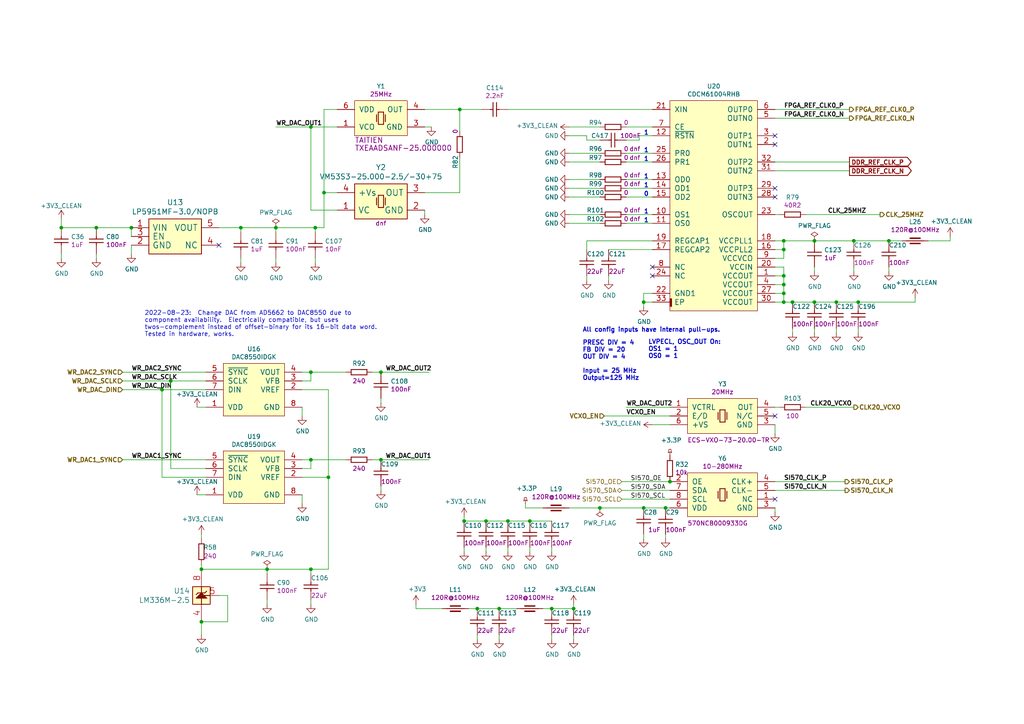
<source format=kicad_sch>
(kicad_sch (version 20211123) (generator eeschema)
  (paper "A4")
  (title_block (title "Marble") (date "2022-08-24") (rev "v1.3") (company "Michał Gąska / WUT") (comment 3 "WHITE RABBIT"))
  (junction (at 110.49 133.35))
  (junction (at 186.69 87.63))
  (junction (at 90.17 165.1))
  (junction (at 58.42 165.1))
  (junction (at 46.99 113.03))
  (junction (at 95.25 138.43))
  (junction (at 227.33 87.63))
  (junction (at 236.22 69.85))
  (junction (at 227.33 85.09))
  (junction (at 247.65 69.85))
  (junction (at 38.1 66.04))
  (junction (at 90.17 36.83))
  (junction (at 257.81 69.85))
  (junction (at 147.32 151.13))
  (junction (at 227.33 69.85))
  (junction (at 242.57 87.63))
  (junction (at 227.33 82.55))
  (junction (at 153.67 151.13))
  (junction (at 144.78 176.53))
  (junction (at 90.17 133.35))
  (junction (at 77.47 165.1))
  (junction (at 194.31 139.7))
  (junction (at 134.62 151.13))
  (junction (at 91.44 66.04))
  (junction (at 229.87 87.63))
  (junction (at 27.94 66.04))
  (junction (at 160.02 176.53))
  (junction (at 166.37 176.53))
  (junction (at 69.85 66.04))
  (junction (at 138.43 176.53))
  (junction (at 227.33 72.39))
  (junction (at 17.78 66.04))
  (junction (at 140.97 151.13))
  (junction (at 80.01 66.04))
  (junction (at 186.69 147.32))
  (junction (at 93.98 55.88))
  (junction (at 90.17 107.95))
  (junction (at 49.53 110.49))
  (junction (at 236.22 87.63))
  (junction (at 248.92 87.63))
  (junction (at 133.35 31.75))
  (junction (at 110.49 107.95))
  (junction (at 58.42 180.34))
  (junction (at 193.04 147.32))
  (junction (at 173.99 147.32))
  (junction (at 227.33 80.01))
  (no_connect (at 189.23 77.47))
  (no_connect (at 189.23 80.01))
  (no_connect (at 224.79 39.37))
  (no_connect (at 224.79 144.78))
  (no_connect (at 63.5 71.12))
  (no_connect (at 224.79 54.61))
  (no_connect (at 224.79 41.91))
  (no_connect (at 224.79 120.65))
  (no_connect (at 224.79 57.15))
  (wire (pts (xy 242.57 87.63) (xy 248.92 87.63)))
  (wire (pts (xy 189.23 123.19) (xy 194.31 123.19)))
  (wire (pts (xy 227.33 87.63) (xy 224.79 87.63)))
  (wire (pts (xy 97.79 31.75) (xy 93.98 31.75)))
  (wire (pts (xy 227.33 85.09) (xy 227.33 87.63)))
  (wire (pts (xy 185.42 39.37) (xy 185.42 40.64)))
  (wire (pts (xy 275.59 69.85) (xy 275.59 68.58)))
  (wire (pts (xy 49.53 135.89) (xy 49.53 110.49)))
  (wire (pts (xy 255.27 62.23) (xy 233.68 62.23)))
  (wire (pts (xy 166.37 175.26) (xy 166.37 176.53)))
  (wire (pts (xy 90.17 60.96) (xy 97.79 60.96)))
  (wire (pts (xy 269.24 69.85) (xy 275.59 69.85)))
  (wire (pts (xy 133.35 55.88) (xy 123.19 55.88)))
  (wire (pts (xy 247.65 69.85) (xy 257.81 69.85)))
  (wire (pts (xy 165.1 57.15) (xy 173.99 57.15)))
  (wire (pts (xy 173.99 147.32) (xy 186.69 147.32)))
  (wire (pts (xy 265.43 86.36) (xy 265.43 87.63)))
  (wire (pts (xy 87.63 110.49) (xy 90.17 110.49)))
  (wire (pts (xy 97.79 55.88) (xy 93.98 55.88)))
  (wire (pts (xy 175.26 120.65) (xy 194.31 120.65)))
  (wire (pts (xy 133.35 38.1) (xy 133.35 31.75)))
  (wire (pts (xy 59.69 138.43) (xy 46.99 138.43)))
  (wire (pts (xy 38.1 68.58) (xy 38.1 66.04)))
  (wire (pts (xy 58.42 180.34) (xy 66.04 180.34)))
  (wire (pts (xy 224.79 139.7) (xy 245.11 139.7)))
  (wire (pts (xy 77.47 166.37) (xy 77.47 165.1)))
  (wire (pts (xy 193.04 147.32) (xy 194.31 147.32)))
  (wire (pts (xy 38.1 71.12) (xy 38.1 73.66)))
  (wire (pts (xy 35.56 110.49) (xy 49.53 110.49)))
  (wire (pts (xy 57.15 143.51) (xy 59.69 143.51)))
  (wire (pts (xy 181.61 54.61) (xy 189.23 54.61)))
  (wire (pts (xy 248.92 95.25) (xy 248.92 96.52)))
  (wire (pts (xy 181.61 52.07) (xy 189.23 52.07)))
  (wire (pts (xy 58.42 154.94) (xy 58.42 156.21)))
  (wire (pts (xy 110.49 115.57) (xy 110.49 116.84)))
  (wire (pts (xy 170.18 40.64) (xy 170.18 39.37)))
  (wire (pts (xy 157.48 176.53) (xy 160.02 176.53)))
  (wire (pts (xy 87.63 143.51) (xy 87.63 146.05)))
  (wire (pts (xy 165.1 44.45) (xy 173.99 44.45)))
  (wire (pts (xy 165.1 62.23) (xy 173.99 62.23)))
  (wire (pts (xy 138.43 184.15) (xy 138.43 185.42)))
  (wire (pts (xy 181.61 62.23) (xy 189.23 62.23)))
  (wire (pts (xy 173.99 40.64) (xy 170.18 40.64)))
  (wire (pts (xy 227.33 77.47) (xy 227.33 80.01)))
  (wire (pts (xy 57.15 118.11) (xy 59.69 118.11)))
  (wire (pts (xy 227.33 87.63) (xy 229.87 87.63)))
  (wire (pts (xy 133.35 45.72) (xy 133.35 55.88)))
  (wire (pts (xy 152.4 147.32) (xy 152.4 146.05)))
  (wire (pts (xy 144.78 176.53) (xy 149.86 176.53)))
  (wire (pts (xy 165.1 54.61) (xy 173.99 54.61)))
  (wire (pts (xy 181.61 46.99) (xy 189.23 46.99)))
  (wire (pts (xy 35.56 113.03) (xy 46.99 113.03)))
  (wire (pts (xy 165.1 36.83) (xy 173.99 36.83)))
  (wire (pts (xy 186.69 147.32) (xy 193.04 147.32)))
  (wire (pts (xy 224.79 85.09) (xy 227.33 85.09)))
  (wire (pts (xy 80.01 74.93) (xy 80.01 76.2)))
  (wire (pts (xy 224.79 49.53) (xy 246.38 49.53)))
  (wire (pts (xy 58.42 180.34) (xy 58.42 184.15)))
  (wire (pts (xy 46.99 113.03) (xy 59.69 113.03)))
  (wire (pts (xy 80.01 67.31) (xy 80.01 66.04)))
  (wire (pts (xy 125.095 36.83) (xy 123.19 36.83)))
  (wire (pts (xy 80.01 36.83) (xy 90.17 36.83)))
  (wire (pts (xy 90.17 135.89) (xy 90.17 133.35)))
  (wire (pts (xy 90.17 166.37) (xy 90.17 165.1)))
  (wire (pts (xy 35.56 107.95) (xy 59.69 107.95)))
  (wire (pts (xy 27.94 66.04) (xy 38.1 66.04)))
  (wire (pts (xy 248.92 87.63) (xy 265.43 87.63)))
  (wire (pts (xy 229.87 87.63) (xy 236.22 87.63)))
  (wire (pts (xy 227.33 72.39) (xy 224.79 72.39)))
  (wire (pts (xy 87.63 113.03) (xy 95.25 113.03)))
  (wire (pts (xy 147.32 151.13) (xy 153.67 151.13)))
  (wire (pts (xy 242.57 95.25) (xy 242.57 96.52)))
  (wire (pts (xy 69.85 67.31) (xy 69.85 66.04)))
  (wire (pts (xy 133.35 31.75) (xy 139.7 31.75)))
  (wire (pts (xy 93.98 66.04) (xy 91.44 66.04)))
  (wire (pts (xy 58.42 165.1) (xy 77.47 165.1)))
  (wire (pts (xy 90.17 173.99) (xy 90.17 175.26)))
  (wire (pts (xy 17.78 66.04) (xy 27.94 66.04)))
  (wire (pts (xy 91.44 67.31) (xy 91.44 66.04)))
  (wire (pts (xy 147.32 31.75) (xy 189.23 31.75)))
  (wire (pts (xy 87.63 118.11) (xy 87.63 120.65)))
  (wire (pts (xy 181.61 36.83) (xy 189.23 36.83)))
  (wire (pts (xy 181.61 57.15) (xy 189.23 57.15)))
  (wire (pts (xy 138.43 176.53) (xy 144.78 176.53)))
  (wire (pts (xy 134.62 158.75) (xy 134.62 160.02)))
  (wire (pts (xy 227.33 69.85) (xy 227.33 72.39)))
  (wire (pts (xy 17.78 73.66) (xy 17.78 74.93)))
  (wire (pts (xy 90.17 133.35) (xy 87.63 133.35)))
  (wire (pts (xy 246.38 31.75) (xy 224.79 31.75)))
  (wire (pts (xy 160.02 158.75) (xy 160.02 160.02)))
  (wire (pts (xy 90.17 107.95) (xy 100.33 107.95)))
  (wire (pts (xy 165.1 46.99) (xy 173.99 46.99)))
  (wire (pts (xy 224.79 62.23) (xy 226.06 62.23)))
  (wire (pts (xy 91.44 66.04) (xy 80.01 66.04)))
  (wire (pts (xy 66.04 180.34) (xy 66.04 172.72)))
  (wire (pts (xy 144.78 184.15) (xy 144.78 185.42)))
  (wire (pts (xy 153.67 158.75) (xy 153.67 160.02)))
  (wire (pts (xy 227.33 72.39) (xy 227.33 74.93)))
  (wire (pts (xy 224.79 142.24) (xy 245.11 142.24)))
  (wire (pts (xy 189.23 39.37) (xy 185.42 39.37)))
  (wire (pts (xy 120.65 176.53) (xy 120.65 175.26)))
  (wire (pts (xy 236.22 77.47) (xy 236.22 78.74)))
  (wire (pts (xy 170.18 39.37) (xy 165.1 39.37)))
  (wire (pts (xy 165.1 147.32) (xy 173.99 147.32)))
  (wire (pts (xy 59.69 135.89) (xy 49.53 135.89)))
  (wire (pts (xy 58.42 163.83) (xy 58.42 165.1)))
  (wire (pts (xy 224.79 77.47) (xy 227.33 77.47)))
  (wire (pts (xy 69.85 74.93) (xy 69.85 76.2)))
  (wire (pts (xy 224.79 118.11) (xy 226.06 118.11)))
  (wire (pts (xy 165.1 52.07) (xy 173.99 52.07)))
  (wire (pts (xy 66.04 172.72) (xy 63.5 172.72)))
  (wire (pts (xy 247.65 77.47) (xy 247.65 78.74)))
  (wire (pts (xy 180.34 144.78) (xy 194.31 144.78)))
  (wire (pts (xy 246.38 34.29) (xy 224.79 34.29)))
  (wire (pts (xy 227.33 80.01) (xy 227.33 82.55)))
  (wire (pts (xy 77.47 165.1) (xy 90.17 165.1)))
  (wire (pts (xy 123.19 31.75) (xy 133.35 31.75)))
  (wire (pts (xy 166.37 184.15) (xy 166.37 185.42)))
  (wire (pts (xy 90.17 165.1) (xy 95.25 165.1)))
  (wire (pts (xy 227.33 69.85) (xy 236.22 69.85)))
  (wire (pts (xy 224.79 46.99) (xy 246.38 46.99)))
  (wire (pts (xy 180.34 142.24) (xy 194.31 142.24)))
  (wire (pts (xy 46.99 138.43) (xy 46.99 113.03)))
  (wire (pts (xy 236.22 87.63) (xy 242.57 87.63)))
  (wire (pts (xy 224.79 82.55) (xy 227.33 82.55)))
  (wire (pts (xy 186.69 85.09) (xy 186.69 87.63)))
  (wire (pts (xy 189.23 69.85) (xy 170.18 69.85)))
  (wire (pts (xy 134.62 151.13) (xy 140.97 151.13)))
  (wire (pts (xy 90.17 110.49) (xy 90.17 107.95)))
  (wire (pts (xy 224.79 147.32) (xy 224.79 148.59)))
  (wire (pts (xy 107.95 133.35) (xy 110.49 133.35)))
  (wire (pts (xy 93.98 55.88) (xy 93.98 66.04)))
  (wire (pts (xy 110.49 140.97) (xy 110.49 142.24)))
  (wire (pts (xy 181.61 44.45) (xy 189.23 44.45)))
  (wire (pts (xy 110.49 133.35) (xy 124.46 133.35)))
  (wire (pts (xy 95.25 138.43) (xy 95.25 165.1)))
  (wire (pts (xy 69.85 66.04) (xy 63.5 66.04)))
  (wire (pts (xy 180.34 139.7) (xy 194.31 139.7)))
  (wire (pts (xy 165.1 64.77) (xy 173.99 64.77)))
  (wire (pts (xy 90.17 107.95) (xy 87.63 107.95)))
  (wire (pts (xy 170.18 80.01) (xy 170.18 81.28)))
  (wire (pts (xy 110.49 107.95) (xy 124.46 107.95)))
  (wire (pts (xy 147.32 158.75) (xy 147.32 160.02)))
  (wire (pts (xy 176.53 80.01) (xy 176.53 81.28)))
  (wire (pts (xy 227.33 74.93) (xy 224.79 74.93)))
  (wire (pts (xy 236.22 69.85) (xy 247.65 69.85)))
  (wire (pts (xy 91.44 74.93) (xy 91.44 76.2)))
  (wire (pts (xy 233.68 118.11) (xy 247.65 118.11)))
  (wire (pts (xy 227.33 80.01) (xy 224.79 80.01)))
  (wire (pts (xy 181.61 118.11) (xy 194.31 118.11)))
  (wire (pts (xy 107.95 107.95) (xy 110.49 107.95)))
  (wire (pts (xy 140.97 151.13) (xy 147.32 151.13)))
  (wire (pts (xy 185.42 40.64) (xy 181.61 40.64)))
  (wire (pts (xy 77.47 173.99) (xy 77.47 175.26)))
  (wire (pts (xy 87.63 138.43) (xy 95.25 138.43)))
  (wire (pts (xy 97.79 36.83) (xy 90.17 36.83)))
  (wire (pts (xy 193.04 154.94) (xy 193.04 156.21)))
  (wire (pts (xy 157.48 147.32) (xy 152.4 147.32)))
  (wire (pts (xy 90.17 133.35) (xy 100.33 133.35)))
  (wire (pts (xy 227.33 82.55) (xy 227.33 85.09)))
  (wire (pts (xy 35.56 133.35) (xy 59.69 133.35)))
  (wire (pts (xy 69.85 66.04) (xy 80.01 66.04)))
  (wire (pts (xy 186.69 154.94) (xy 186.69 156.21)))
  (wire (pts (xy 160.02 176.53) (xy 166.37 176.53)))
  (wire (pts (xy 95.25 113.03) (xy 95.25 138.43)))
  (wire (pts (xy 17.78 63.5) (xy 17.78 66.04)))
  (wire (pts (xy 181.61 64.77) (xy 189.23 64.77)))
  (wire (pts (xy 135.89 176.53) (xy 138.43 176.53)))
  (wire (pts (xy 49.53 110.49) (xy 59.69 110.49)))
  (wire (pts (xy 153.67 151.13) (xy 160.02 151.13)))
  (wire (pts (xy 27.94 73.66) (xy 27.94 74.93)))
  (wire (pts (xy 160.02 184.15) (xy 160.02 185.42)))
  (wire (pts (xy 257.81 77.47) (xy 257.81 78.74)))
  (wire (pts (xy 189.23 87.63) (xy 186.69 87.63)))
  (wire (pts (xy 189.23 85.09) (xy 186.69 85.09)))
  (wire (pts (xy 257.81 69.85) (xy 261.62 69.85)))
  (wire (pts (xy 123.19 60.96) (xy 123.19 62.23)))
  (wire (pts (xy 170.18 69.85) (xy 170.18 72.39)))
  (wire (pts (xy 90.17 36.83) (xy 90.17 60.96)))
  (wire (pts (xy 140.97 158.75) (xy 140.97 160.02)))
  (wire (pts (xy 93.98 31.75) (xy 93.98 55.88)))
  (wire (pts (xy 236.22 95.25) (xy 236.22 96.52)))
  (wire (pts (xy 224.79 69.85) (xy 227.33 69.85)))
  (wire (pts (xy 87.63 135.89) (xy 90.17 135.89)))
  (wire (pts (xy 224.79 123.19) (xy 224.79 125.73)))
  (wire (pts (xy 134.62 149.86) (xy 134.62 151.13)))
  (wire (pts (xy 186.69 87.63) (xy 186.69 88.9)))
  (wire (pts (xy 120.65 176.53) (xy 128.27 176.53)))
  (wire (pts (xy 229.87 95.25) (xy 229.87 96.52)))
  (wire (pts (xy 176.53 72.39) (xy 189.23 72.39)))
  (text "1" (at 186.69 62.23 0) (effects (font (size 1.27 1.27) (thickness 0.254) bold) (justify left bottom)))
  (text "1" (at 186.69 52.07 0) (effects (font (size 1.27 1.27) (thickness 0.254) bold) (justify left bottom)))
  (text "1" (at 186.69 46.99 0) (effects (font (size 1.27 1.27) (thickness 0.254) bold) (justify left bottom)))
  (text "1" (at 186.69 54.61 0) (effects (font (size 1.27 1.27) (thickness 0.254) bold) (justify left bottom)))
  (text "0" (at 186.69 57.15 0) (effects (font (size 1.27 1.27) (thickness 0.254) bold) (justify left bottom)))
  (text "2022-08-23:  Change DAC from AD5662 to DAC8550 due to\ncomponent availability.  Electrically compatible, but uses\ntwos-complement instead of offset-binary for its 16-bit data word.\nTested in hardware, works." (at 41.91 97.79 0) (effects (font (size 1.27 1.27)) (justify left bottom)))
  (text "1" (at 186.69 44.45 0) (effects (font (size 1.27 1.27) (thickness 0.254) bold) (justify left bottom)))
  (text "All config inputs have internal pull-ups." (at 168.91 96.52 0) (effects (font (size 1.27 1.27) (thickness 0.254) bold) (justify left bottom)))
  (text "LVPECL, OSC_OUT On:\nOS1 = 1\nOS0 = 1" (at 187.96 104.14 0) (effects (font (size 1.27 1.27) (thickness 0.254) bold) (justify left bottom)))
  (text "1" (at 186.69 64.77 0) (effects (font (size 1.27 1.27) (thickness 0.254) bold) (justify left bottom)))
  (text "1" (at 186.69 39.37 0) (effects (font (size 1.27 1.27) (thickness 0.254) bold) (justify left bottom)))
  (text "PRESC DIV = 4\nFB DIV = 20\nOUT DIV = 4\n\nInput = 25 MHz\nOutput=125 MHz" (at 168.91 110.49 0) (effects (font (size 1.27 1.27) (thickness 0.254) bold) (justify left bottom)))
  (label "WR_DAC_OUT1" (at 111.76 133.35 0) (effects (font (thickness 0.254) bold)))
  (label "SI570_SCL" (at 182.88 144.78 0))
  (label "FPGA_REF_CLK0_P" (at 227.33 31.75 0) (effects (font (thickness 0.254) bold)))
  (label "WR_DAC2_SYNC" (at 38.1 107.95 0) (effects (font (thickness 0.254) bold)))
  (label "CLK20_VCXO" (at 234.95 118.11 0) (effects (font (thickness 0.254) bold)))
  (label "CLK_25MHZ" (at 240.03 62.23 0) (effects (font (thickness 0.254) bold)))
  (label "WR_DAC_OUT2" (at 111.76 107.95 0) (effects (font (thickness 0.254) bold)))
  (label "WR_DAC_DIN" (at 38.1 113.03 0) (effects (font (thickness 0.254) bold)))
  (label "WR_DAC_SCLK" (at 38.1 110.49 0) (effects (font (thickness 0.254) bold)))
  (label "SI570_SDA" (at 182.88 142.24 0))
  (label "SI570_OE" (at 182.88 139.7 0))
  (label "WR_DAC_OUT2" (at 181.61 118.11 0) (effects (font (thickness 0.254) bold)))
  (label "WR_DAC1_SYNC" (at 38.1 133.35 0) (effects (font (thickness 0.254) bold)))
  (label "WR_DAC_OUT1" (at 80.01 36.83 0) (effects (font (thickness 0.254) bold)))
  (label "VCXO_EN" (at 181.61 120.65 0) (effects (font (thickness 0.254) bold)))
  (label "FPGA_REF_CLK0_N" (at 227.33 34.29 0) (effects (font (thickness 0.254) bold)))
  (label "SI570_CLK_P" (at 227.33 139.7 0) (effects (font (thickness 0.254) bold)))
  (label "SI570_CLK_N" (at 227.33 142.24 0) (effects (font (thickness 0.254) bold)))
  (global_label "DDR_REF_CLK_N" (shape output) (at 246.38 49.53 0) (effects (font (thickness 0.254) bold)) (property "Intersheet References" "${INTERSHEET_REFS}" (effects hide)))
  (global_label "DDR_REF_CLK_P" (shape output) (at 246.38 46.99 0) (effects (font (thickness 0.254) bold)) (property "Intersheet References" "${INTERSHEET_REFS}" (effects hide)))
  (hierarchical_label "SI570_CLK_P" (shape output) (at 245.11 139.7 0) (effects (font (thickness 0.254) bold)))
  (hierarchical_label "WR_DAC_DIN" (shape input) (at 35.56 113.03 180) (effects (font (thickness 0.254) bold)))
  (hierarchical_label "FPGA_REF_CLK0_N" (shape output) (at 246.38 34.29 0) (effects (font (thickness 0.254) bold)))
  (hierarchical_label "WR_DAC1_SYNC" (shape input) (at 35.56 133.35 180) (effects (font (thickness 0.254) bold)))
  (hierarchical_label "FPGA_REF_CLK0_P" (shape output) (at 246.38 31.75 0) (effects (font (thickness 0.254) bold)))
  (hierarchical_label "SI570_SDA" (shape bidirectional) (at 180.34 142.24 180))
  (hierarchical_label "WR_DAC2_SYNC" (shape input) (at 35.56 107.95 180) (effects (font (thickness 0.254) bold)))
  (hierarchical_label "VCXO_EN" (shape input) (at 175.26 120.65 180) (effects (font (thickness 0.254) bold)))
  (hierarchical_label "SI570_OE" (shape input) (at 180.34 139.7 180))
  (hierarchical_label "SI570_SCL" (shape input) (at 180.34 144.78 180))
  (hierarchical_label "WR_DAC_SCLK" (shape input) (at 35.56 110.49 180) (effects (font (thickness 0.254) bold)))
  (hierarchical_label "CLK20_VCXO" (shape output) (at 247.65 118.11 0) (effects (font (thickness 0.254) bold)))
  (hierarchical_label "SI570_CLK_N" (shape output) (at 245.11 142.24 0) (effects (font (thickness 0.254) bold)))
  (hierarchical_label "CLK_25MHZ" (shape output) (at 255.27 62.23 0) (effects (font (thickness 0.254) bold)))
  (symbol (lib_id "power:GND") (at 87.63 146.05 0) (unit 1)
    (property "Reference" "#PWR0181" (effects hide))
    (property "Value" "GND" (at 87.757 150.4442 0))
  )
  (symbol (lib_id "power:GND") (at 87.63 120.65 0) (unit 1)
    (property "Reference" "#PWR0180" (effects hide))
    (property "Value" "GND" (at 87.757 125.0442 0))
  )
  (symbol (lib_id "marble_misc:LM336M-2.5-clocks-SchDoc-cache") (at 55.88 175.26 90) (unit 1)
    (property "Reference" "U14" (at 55.118 171.3738 90) (effects (font (size 1.524 1.524)) (justify left)))
    (property "Value" "LM336M-2.5" (at 55.118 174.0662 90) (effects (font (size 1.524 1.524)) (justify left)))
    (property "Footprint" "ICs And Semiconductors SMD:SOIC127P600X175-8N" (effects hide))
    (property "Manufacturer Part Number" "LM336M-2.5" (effects hide))
    (property "Manufacturer" "TEXAS INSTRUMENTS" (effects hide))
  )
  (symbol (lib_id "power:GND") (at 58.42 184.15 0) (unit 1)
    (property "Reference" "#PWR0176" (effects hide))
    (property "Value" "GND" (at 58.547 188.5442 0))
  )
  (symbol (lib_id "power:GND") (at 77.47 175.26 0) (unit 1)
    (property "Reference" "#PWR0178" (effects hide))
    (property "Value" "GND" (at 77.597 179.6542 0))
  )
  (symbol (lib_id "power:GND") (at 90.17 175.26 0) (unit 1)
    (property "Reference" "#PWR0182" (effects hide))
    (property "Value" "GND" (at 90.297 179.6542 0))
  )
  (symbol (lib_id "power:GND") (at 110.49 116.84 0) (unit 1)
    (property "Reference" "#PWR0184" (effects hide))
    (property "Value" "GND" (at 110.617 121.2342 0))
  )
  (symbol (lib_id "power:GND") (at 110.49 142.24 0) (unit 1)
    (property "Reference" "#PWR0185" (effects hide))
    (property "Value" "GND" (at 110.617 146.6342 0))
  )
  (symbol (lib_id "power:GND") (at 224.79 125.73 0) (unit 1)
    (property "Reference" "#PWR0213" (effects hide))
    (property "Value" "GND" (at 224.917 130.1242 0))
  )
  (symbol (lib_id "marble_misc:+3V3_CLEAN") (at 58.42 154.94 0) (unit 1)
    (property "Reference" "#PWR0175" (effects hide))
    (property "Value" "+3V3_CLEAN" (at 58.801 150.5458 0))
  )
  (symbol (lib_id "marble_misc:+3V3_CLEAN") (at 57.15 143.51 0) (unit 1)
    (property "Reference" "#PWR0174" (effects hide))
    (property "Value" "+3V3_CLEAN" (at 57.15 139.7 0))
  )
  (symbol (lib_id "marble_misc:+3V3_CLEAN") (at 189.23 123.19 90) (unit 1)
    (property "Reference" "#PWR0209" (effects hide))
    (property "Value" "+3V3_CLEAN" (at 186.0042 122.809 90) (effects (justify left)))
  )
  (symbol (lib_id "marble_misc:+3V3_CLEAN") (at 57.15 118.11 0) (unit 1)
    (property "Reference" "#PWR0173" (effects hide))
    (property "Value" "+3V3_CLEAN" (at 57.15 114.3 0))
  )
  (symbol (lib_id "marble_misc:LP5951-clocks-SchDoc-cache") (at 43.18 63.5 0) (unit 1)
    (property "Reference" "U13" (at 50.8 58.6994 0) (effects (font (size 1.524 1.524))))
    (property "Value" "LP5951MF-3.0/NOPB" (at 50.8 61.3918 0) (effects (font (size 1.524 1.524))))
    (property "Footprint" "ICs And Semiconductors SMD:SOT95P284X122-5N" (effects hide))
    (property "Manufacturer Part Number" "LP5951MF-3.0/NOPB" (effects hide))
    (property "Manufacturer" "TEXAS INSTRUMENTS" (effects hide))
  )
  (symbol (lib_id "marble_misc:+3V3_CLEAN") (at 17.78 63.5 0) (unit 1)
    (property "Reference" "#PWR0169" (effects hide))
    (property "Value" "+3V3_CLEAN" (at 17.78 59.69 0))
  )
  (symbol (lib_id "power:GND") (at 38.1 73.66 0) (unit 1)
    (property "Reference" "#PWR0172" (effects hide))
    (property "Value" "GND" (at 38.227 78.0542 0))
  )
  (symbol (lib_id "marble_misc:Oscillator_1VC_2GND_3OUT_4+Vs-clocks-SchDoc-cache") (at 102.87 53.34 0) (unit 1)
    (property "Reference" "Y2" (at 110.49 48.5394 0) (effects (font (size 1.524 1.524))))
    (property "Value" "VM53S3-25.000-2.5/-30+75" (at 110.49 51.2318 0) (effects (font (size 1.524 1.524))))
    (property "Footprint" "ICs And Semiconductors SMD:OSCCC320X500X160-4N" (effects hide))
    (property "Manufacturer Part Number" "VM53S3-25.000-2.5/-30+75" (effects hide))
    (property "config" "dnf" (at 110.49 64.77 0))
  )
  (symbol (lib_id "power:GND") (at 69.85 76.2 0) (unit 1)
    (property "Reference" "#PWR0177" (effects hide))
    (property "Value" "GND" (at 69.977 80.5942 0))
  )
  (symbol (lib_id "power:GND") (at 80.01 76.2 0) (unit 1)
    (property "Reference" "#PWR0179" (effects hide))
    (property "Value" "GND" (at 80.137 80.5942 0))
  )
  (symbol (lib_id "power:GND") (at 91.44 76.2 0) (unit 1)
    (property "Reference" "#PWR0183" (effects hide))
    (property "Value" "GND" (at 91.567 80.5942 0))
  )
  (symbol (lib_id "power:GND") (at 125.095 36.83 0) (unit 1)
    (property "Reference" "#PWR0187" (effects hide))
    (property "Value" "GND" (at 125.222 41.2242 0))
  )
  (symbol (lib_id "power:GND") (at 123.19 62.23 0) (unit 1)
    (property "Reference" "#PWR0188" (effects hide))
    (property "Value" "GND" (at 123.317 66.6242 0))
  )
  (symbol (lib_id "power:GND") (at 138.43 185.42 0) (unit 1)
    (property "Reference" "#PWR0191" (effects hide))
    (property "Value" "GND" (at 138.557 189.8142 0))
  )
  (symbol (lib_id "power:GND") (at 144.78 185.42 0) (unit 1)
    (property "Reference" "#PWR0193" (effects hide))
    (property "Value" "GND" (at 144.907 189.8142 0))
  )
  (symbol (lib_id "power:GND") (at 160.02 185.42 0) (unit 1)
    (property "Reference" "#PWR0197" (effects hide))
    (property "Value" "GND" (at 160.147 189.8142 0))
  )
  (symbol (lib_id "power:GND") (at 166.37 185.42 0) (unit 1)
    (property "Reference" "#PWR0207" (effects hide))
    (property "Value" "GND" (at 166.497 189.8142 0))
  )
  (symbol (lib_id "power:+3V3") (at 120.65 175.26 0) (unit 1)
    (property "Reference" "#PWR0186" (effects hide))
    (property "Value" "+3V3" (at 121.031 170.8658 0))
  )
  (symbol (lib_id "marble_misc:+3V3_CLEAN") (at 166.37 175.26 0) (unit 1)
    (property "Reference" "#PWR0206" (effects hide))
    (property "Value" "+3V3_CLEAN" (at 166.751 170.8658 0))
  )
  (symbol (lib_id "power:GND") (at 17.78 74.93 0) (unit 1)
    (property "Reference" "#PWR0170" (effects hide))
    (property "Value" "GND" (at 17.907 79.3242 0))
  )
  (symbol (lib_id "power:GND") (at 27.94 74.93 0) (unit 1)
    (property "Reference" "#PWR0171" (effects hide))
    (property "Value" "GND" (at 28.067 79.3242 0))
  )
  (symbol (lib_id "power:GND") (at 134.62 160.02 0) (unit 1)
    (property "Reference" "#PWR0190" (effects hide))
    (property "Value" "GND" (at 134.747 164.4142 0))
  )
  (symbol (lib_id "power:GND") (at 140.97 160.02 0) (unit 1)
    (property "Reference" "#PWR0192" (effects hide))
    (property "Value" "GND" (at 141.097 164.4142 0))
  )
  (symbol (lib_id "power:GND") (at 147.32 160.02 0) (unit 1)
    (property "Reference" "#PWR0194" (effects hide))
    (property "Value" "GND" (at 147.447 164.4142 0))
  )
  (symbol (lib_id "power:GND") (at 153.67 160.02 0) (unit 1)
    (property "Reference" "#PWR0195" (effects hide))
    (property "Value" "GND" (at 153.797 164.4142 0))
  )
  (symbol (lib_id "power:GND") (at 160.02 160.02 0) (unit 1)
    (property "Reference" "#PWR0196" (effects hide))
    (property "Value" "GND" (at 160.147 164.4142 0))
  )
  (symbol (lib_id "marble_misc:+3V3_CLEAN") (at 134.62 149.86 0) (unit 1)
    (property "Reference" "#PWR0189" (effects hide))
    (property "Value" "+3V3_CLEAN" (at 135.001 145.4658 0))
  )
  (symbol (lib_id "Analog_&_Interface:DAC8550IDGK") (at 64.77 105.41 0) (unit 1)
    (property "Reference" "U16" (at 73.66 101.219 0))
    (property "Value" "DAC8550IDGK" (at 73.66 103.5304 0))
    (property "Footprint" "ICs And Semiconductors SMD:SOP65P490X110-8N" (effects hide))
    (property "Part Number" "DAC8550IDGKT " (effects hide))
    (property "Library Ref" "DAC8550" (effects hide))
    (property "Library Path" "SchLib\\Analog & Interface.SchLib" (effects hide))
    (property "Comment" "=Device" (effects hide))
    (property "Component Kind" "Standard" (effects hide))
    (property "Component Type" "Standard" (effects hide))
    (property "Device" "DAC8550IDGK" (effects hide))
    (property "PackageDescription" "SOP, 0.65mm, Pitch; 8 Pin, 3.0mm W X 3.0mm L X 1.10mm H Body, IPC Medium Density" (effects hide))
    (property "Status" " " (effects hide))
    (property "Part Description" "2.7V to 5.5V, 250uA, Rail-to-Rail Output 16-Bit nanoDAC" (effects hide))
    (property "Manufacturer" "ANALOG DEVICES" (effects hide))
    (property "Manufacturer Part Number" "DAC8550IDGKT" (effects hide))
    (property "Pin Count" "8" (effects hide))
    (property "Case" "MSOP8" (effects hide))
    (property "Mounted" "Yes" (effects hide))
    (property "Socket" "No" (effects hide))
    (property "SMD" "Yes" (effects hide))
    (property "PressFit" "No" (effects hide))
    (property "Sense" "No" (effects hide))
    (property "Sense Comment" " " (effects hide))
    (property "Bonding" "No" (effects hide))
    (property "Status Comment" " " (effects hide))
    (property "ComponentHeight" "1.1mm" (effects hide))
    (property "Footprint Path" "PcbLib\\ICs And Semiconductors SMD.PcbLib" (effects hide))
    (property "Footprint Ref" "SOP65P490X110-8N" (effects hide))
    (property "Author" "CERN DEM JLC" (effects hide))
    (property "ComponentLink2Description" " " (effects hide))
    (property "ComponentLink1Description" " " (effects hide))
    (property "CreateDate" "01/10/11 00:00:00" (effects hide))
    (property "LatestRevisionDate" "01/10/11 00:00:00" (effects hide))
    (property "Library Name" "ICs And Semiconductors SMD" (effects hide))
    (property "License" "This work is licensed under the Creative Commons CC-BY-SA 4.0 License. To the extent that circuit schematics that use Licensed Material can be considered to be ‘Adapted Material’, then the copyright holder waives article 3.b of the license with respect to these schematics." (effects hide))
  )
  (symbol (lib_id "Crystals_&_Oscillators:OSC_25MHZ_RAKON_IVT3205CR") (at 102.87 29.21 0) (unit 1)
    (property "Reference" "Y1" (at 110.49 25.019 0))
    (property "Value" "OSC_25MHZ_RAKON_IVT3205CR" (effects hide))
    (property "Footprint" "ICs And Semiconductors SMD:OSC_ABRACON_ASEMPC" (effects hide))
    (property "~" "25MHz" (at 110.49 27.3304 0))
    (property "Part Number" "OSC_25MHZ_RAKON_IVT3205CR or TXEAADSANF-25.000000" (effects hide))
    (property "Library Ref" "Oscillator 1VCO 3GND 4OUT 6VCC" (effects hide))
    (property "Library Path" "SchLib\\Crystals & Oscillators.SchLib" (effects hide))
    (property "Comment" "=Value" (effects hide))
    (property "Component Kind" "Standard" (effects hide))
    (property "Component Type" "Standard" (effects hide))
    (property "Device" " " (effects hide))
    (property "PackageDescription" "Oscillator IVT3200C Serie, corner concave; 4 pin, 2.50mm L X 3.2mm W X 1.1mm H" (effects hide))
    (property "Val" "25MHz" (effects hide))
    (property "Status" " " (effects hide))
    (property "Part Description" "11pF 3.3V ±1ppm Surface Mount TCXO Voltage Controlled Oscillator (IT3200C Series)" (effects hide))
    (property "Manufacturer" "TAITIEN" (at 102.87 40.64 0) (effects (font (size 1.524 1.524)) (justify left)))
    (property "Manufacturer Part Number" "TXEAADSANF-25.000000" (at 102.87 42.926 0) (effects (font (size 1.524 1.524)) (justify left)))
    (property "Pin Count" "4" (effects hide))
    (property "Case" " " (effects hide))
    (property "Mounted" "Yes" (effects hide))
    (property "Socket" "No" (effects hide))
    (property "SMD" "Yes" (effects hide))
    (property "PressFit" "No" (effects hide))
    (property "Sense" "No" (effects hide))
    (property "Bonding" "No" (effects hide))
    (property "Sense Comment" " " (effects hide))
    (property "Status Comment" " " (effects hide))
    (property "ComponentHeight" "1.1mm" (effects hide))
    (property "Footprint Path" "PcbLib\\ICs And Semiconductors SMD.PcbLib" (effects hide))
    (property "Footprint Ref" "OSC_RAKON_IVT3200C" (effects hide))
    (property "ComponentLink1Description" " " (effects hide))
    (property "ComponentLink2Description" " " (effects hide))
    (property "Author" "CERN DEM JLC" (effects hide))
    (property "CreateDate" "02/08/10 00:00:00" (effects hide))
    (property "LatestRevisionDate" "02/08/10 00:00:00" (effects hide))
    (property "Library Name" "ICs And Semiconductors SMD" (effects hide))
    (property "License" "This work is licensed under the Creative Commons CC-BY-SA 4.0 License. To the extent that circuit schematics that use Licensed Material can be considered to be ‘Adapted Material’, then the copyright holder waives article 3.b of the license with respect to these schematics." (effects hide))
  )
  (symbol (lib_id "Logic:CDCM61004RHB") (at 194.31 29.21 0) (unit 1)
    (property "Reference" "U20" (at 207.01 25.019 0))
    (property "Value" "CDCM61004RHB" (at 207.01 27.3304 0))
    (property "Footprint" "ICs And Semiconductors SMD:QFN50P500X500X100-33N-S355" (effects hide))
    (property "Part Number" "CDCM61004RHB" (effects hide))
    (property "Library Ref" "CDCM61004RHB" (effects hide))
    (property "Library Path" "SchLib\\Logic.SchLib" (effects hide))
    (property "Comment" "=Device" (effects hide))
    (property "Component Kind" "Standard" (effects hide))
    (property "Component Type" "Standard" (effects hide))
    (property "Device" "CDCM61004RHB" (effects hide))
    (property "PackageDescription" "QFN, (MO-220-VHHD-4) 0.50mm pitch,square; 8 pin X 8 pin, 5mm X 5mm X 1.00mm H body (w/thermal tab 3.5 X 3.5mm),  IPC Medium Density" (effects hide))
    (property "Status" " " (effects hide))
    (property "Part Description" "Four Output, Integrated VCO, Low-Jitter Clock Generator" (effects hide))
    (property "Manufacturer" "TEXAS INSTRUMENTS" (effects hide))
    (property "Manufacturer Part Number" "CDCM61004RHBT" (effects hide))
    (property "Pin Count" "33" (effects hide))
    (property "Case" "QFN32" (effects hide))
    (property "Mounted" "Yes" (effects hide))
    (property "Socket" "No" (effects hide))
    (property "SMD" "Yes" (effects hide))
    (property "PressFit" "No" (effects hide))
    (property "Sense" "No" (effects hide))
    (property "Bonding" "No" (effects hide))
    (property "Sense Comment" " " (effects hide))
    (property "Status Comment" " " (effects hide))
    (property "ComponentHeight" "1mm" (effects hide))
    (property "Footprint Path" "PcbLib\\ICs And Semiconductors SMD.PcbLib" (effects hide))
    (property "Footprint Ref" "QFN50P500X500X100-33N-S355" (effects hide))
    (property "ComponentLink1Description" " " (effects hide))
    (property "ComponentLink2Description" " " (effects hide))
    (property "Author" "CERN DEM JLC" (effects hide))
    (property "CreateDate" "08/25/10 00:00:00" (effects hide))
    (property "LatestRevisionDate" "11/21/11 00:00:00" (effects hide))
    (property "Library Name" "ICs And Semiconductors SMD" (effects hide))
    (property "License" "This work is licensed under the Creative Commons CC-BY-SA 4.0 License. To the extent that circuit schematics that use Licensed Material can be considered to be ‘Adapted Material’, then the copyright holder waives article 3.b of the license with respect to these schematics." (effects hide))
  )
  (symbol (lib_id "Crystals_&_Oscillators:OSC_20MHZ_IQD_LFVCXO026156") (at 199.39 115.57 0) (unit 1)
    (property "Reference" "Y3" (at 209.55 111.379 0))
    (property "Value" "OSC_20MHZ_IQD_LFVCXO026156" (effects hide))
    (property "Footprint" "ICs And Semiconductors SMD:OSC_IQD_CFPV-45" (effects hide))
    (property "~" "20MHz" (at 209.55 113.6904 0))
    (property "Part Number" "OSC_20MHZ_IQD_LFVCXO026156 or KV7050B20.0000C3GD00" (effects hide))
    (property "Library Ref" "Oscillator IQD_CFPV-45" (effects hide))
    (property "Library Path" "SchLib\\Crystals & Oscillators.SchLib" (effects hide))
    (property "Comment" "=Value" (effects hide))
    (property "Component Kind" "Standard" (effects hide))
    (property "Component Type" "Standard" (effects hide))
    (property "Device" " " (effects hide))
    (property "PackageDescription" "Oscillator, Side Concave, 2.54mm Pitch, 6 Pins, 5.00mm L X 7.00mm W X 1.70mm H, CFPV-45 Series" (effects hide))
    (property "Val" "20MHz" (effects hide))
    (property "Status" " " (effects hide))
    (property "Part Description" "3.3V, ±100ppm, 15pF, 0..70°C, HCMOS Tri-State Surface Mount, VCXO Voltage Controlled Oscillator (CFPV-45 Series)" (effects hide))
    (property "Manufacturer" "IQD FREQUENCY PRODUCTS" (effects hide))
    (property "Manufacturer Part Number" "ECS-VXO-73-20.00-TR" (at 199.39 127.635 0) (effects (justify left)))
    (property "Pin Count" "6" (effects hide))
    (property "Case" " " (effects hide))
    (property "Mounted" "Yes" (effects hide))
    (property "Socket" "No" (effects hide))
    (property "SMD" "Yes" (effects hide))
    (property "PressFit" "No" (effects hide))
    (property "Sense" "No" (effects hide))
    (property "Bonding" "No" (effects hide))
    (property "Sense Comment" " " (effects hide))
    (property "Status Comment" " " (effects hide))
    (property "ComponentHeight" "1.7mm" (effects hide))
    (property "Footprint Path" "PcbLib\\ICs And Semiconductors SMD.PcbLib" (effects hide))
    (property "Footprint Ref" "OSC_IQD_CFPV-45" (effects hide))
    (property "ComponentLink1Description" " " (effects hide))
    (property "ComponentLink2Description" " " (effects hide))
    (property "Author" "CERN DEM JLC" (effects hide))
    (property "CreateDate" "01/24/11 00:00:00" (effects hide))
    (property "LatestRevisionDate" "11/03/16 00:00:00" (effects hide))
    (property "Library Name" "ICs And Semiconductors SMD" (effects hide))
    (property "License" "This work is licensed under the Creative Commons CC-BY-SA 4.0 License. To the extent that circuit schematics that use Licensed Material can be considered to be ‘Adapted Material’, then the copyright holder waives article 3.b of the license with respect to these schematics." (effects hide))
  )
  (symbol (lib_id "marble_misc:+3V3_CLEAN") (at 165.1 36.83 90) (unit 1)
    (property "Reference" "#PWR0211" (effects hide))
    (property "Value" "+3V3_CLEAN" (at 161.8742 36.449 90) (effects (justify left)))
  )
  (symbol (lib_id "power:GND") (at 165.1 44.45 270) (unit 1)
    (property "Reference" "#PWR0199" (effects hide))
    (property "Value" "GND" (at 160.02 44.45 90))
  )
  (symbol (lib_id "power:GND") (at 165.1 46.99 270) (unit 1)
    (property "Reference" "#PWR0200" (effects hide))
    (property "Value" "GND" (at 160.02 46.99 90))
  )
  (symbol (lib_id "power:GND") (at 165.1 52.07 270) (unit 1)
    (property "Reference" "#PWR0201" (effects hide))
    (property "Value" "GND" (at 160.02 52.07 90))
  )
  (symbol (lib_id "power:GND") (at 165.1 54.61 270) (unit 1)
    (property "Reference" "#PWR0202" (effects hide))
    (property "Value" "GND" (at 160.02 54.61 90))
  )
  (symbol (lib_id "power:GND") (at 165.1 57.15 270) (unit 1)
    (property "Reference" "#PWR0203" (effects hide))
    (property "Value" "GND" (at 160.02 57.15 90))
  )
  (symbol (lib_id "power:GND") (at 170.18 81.28 0) (unit 1)
    (property "Reference" "#PWR0208" (effects hide))
    (property "Value" "GND" (at 170.307 85.6742 0))
  )
  (symbol (lib_id "power:GND") (at 176.53 81.28 0) (unit 1)
    (property "Reference" "#PWR0210" (effects hide))
    (property "Value" "GND" (at 176.657 85.6742 0))
  )
  (symbol (lib_id "power:GND") (at 186.69 88.9 0) (unit 1)
    (property "Reference" "#PWR0212" (effects hide))
    (property "Value" "GND" (at 186.817 93.2942 0))
  )
  (symbol (lib_id "Resistors_SMD:R0402_0R_JUMPER") (at 173.99 52.07 0) (unit 1)
    (property "Reference" "R98" (at 172.72 50.8 0))
    (property "Value" "R0402_0R_JUMPER" (effects hide))
    (property "Footprint" "RESC1005X40N" (effects hide))
    (property "Datasheet" "\\\\cern.ch\\dfs\\Applications\\Altium\\Datasheets\\R0402_Phycomp_RC0402.pdf" (effects hide))
    (property "~" "0" (at 181.61 50.8 0))
    (property "Part Number" "R0402_0R_JUMPER" (effects hide))
    (property "Library Ref" "Resistor" (effects hide))
    (property "Library Path" "SchLib\\Resistors.SchLib" (effects hide))
    (property "Comment" "=Value" (effects hide))
    (property "Component Kind" "Standard" (effects hide))
    (property "Component Type" "Standard" (effects hide))
    (property "PackageDescription" " " (effects hide))
    (property "Pin Count" "2" (effects hide))
    (property "Footprint Path" "PcbLib\\Resistors SMD.PcbLib" (effects hide))
    (property "Footprint Ref" "RESC1005X40N" (effects hide))
    (property "Val" "0" (effects hide))
    (property "Status" "Not Recommended" (effects hide))
    (property "Power" " " (effects hide))
    (property "TC" " " (effects hide))
    (property "Voltage" " " (effects hide))
    (property "Tolerance" " " (effects hide))
    (property "Part Description" "1A (0.05R Max DC Resistance) Zero Ohm Jumper" (effects hide))
    (property "Manufacturer" "GENERIC" (effects hide))
    (property "Manufacturer Part Number" "R0402_0R_JUMPER" (effects hide))
    (property "Case" "0402" (effects hide))
    (property "PressFit" "No" (effects hide))
    (property "Mounted" "Yes" (effects hide))
    (property "Sense Comment" " " (effects hide))
    (property "Sense" "No" (effects hide))
    (property "Status Comment" " " (effects hide))
    (property "Socket" "No" (effects hide))
    (property "SMD" "Yes" (effects hide))
    (property "ComponentHeight" " " (effects hide))
    (property "Manufacturer1 Example" "YAGEO PHYCOMP" (effects hide))
    (property "Manufacturer1 Part Number" "232270591001L" (effects hide))
    (property "Manufacturer1 ComponentHeight" "0.4mm" (effects hide))
    (property "Author" "CERN DEM JLC" (effects hide))
    (property "CreateDate" "12/03/07 00:00:00" (effects hide))
    (property "LatestRevisionDate" "10/17/12 00:00:00" (effects hide))
    (property "Library Name" "Resistors SMD" (effects hide))
    (property "License" "This work is licensed under the Creative Commons CC-BY-SA 4.0 License. To the extent that circuit schematics that use Licensed Material can be considered to be ‘Adapted Material’, then the copyright holder waives article 3.b of the license with respect to these schematics." (effects hide))
    (property "config" "dnf" (at 184.15 50.8 0))
  )
  (symbol (lib_id "Resistors_SMD:R0402_0R_JUMPER") (at 173.99 44.45 0) (unit 1)
    (property "Reference" "R96" (at 172.72 43.18 0))
    (property "Value" "R0402_0R_JUMPER" (effects hide))
    (property "Footprint" "RESC1005X40N" (effects hide))
    (property "Datasheet" "\\\\cern.ch\\dfs\\Applications\\Altium\\Datasheets\\R0402_Phycomp_RC0402.pdf" (effects hide))
    (property "~" "0" (at 181.61 43.18 0))
    (property "Part Number" "R0402_0R_JUMPER" (effects hide))
    (property "Library Ref" "Resistor" (effects hide))
    (property "Library Path" "SchLib\\Resistors.SchLib" (effects hide))
    (property "Comment" "=Value" (effects hide))
    (property "Component Kind" "Standard" (effects hide))
    (property "Component Type" "Standard" (effects hide))
    (property "PackageDescription" " " (effects hide))
    (property "Pin Count" "2" (effects hide))
    (property "Footprint Path" "PcbLib\\Resistors SMD.PcbLib" (effects hide))
    (property "Footprint Ref" "RESC1005X40N" (effects hide))
    (property "Val" "0" (effects hide))
    (property "Status" "Not Recommended" (effects hide))
    (property "Power" " " (effects hide))
    (property "TC" " " (effects hide))
    (property "Voltage" " " (effects hide))
    (property "Tolerance" " " (effects hide))
    (property "Part Description" "1A (0.05R Max DC Resistance) Zero Ohm Jumper" (effects hide))
    (property "Manufacturer" "GENERIC" (effects hide))
    (property "Manufacturer Part Number" "R0402_0R_JUMPER" (effects hide))
    (property "Case" "0402" (effects hide))
    (property "PressFit" "No" (effects hide))
    (property "Mounted" "Yes" (effects hide))
    (property "Sense Comment" " " (effects hide))
    (property "Sense" "No" (effects hide))
    (property "Status Comment" " " (effects hide))
    (property "Socket" "No" (effects hide))
    (property "SMD" "Yes" (effects hide))
    (property "ComponentHeight" " " (effects hide))
    (property "Manufacturer1 Example" "YAGEO PHYCOMP" (effects hide))
    (property "Manufacturer1 Part Number" "232270591001L" (effects hide))
    (property "Manufacturer1 ComponentHeight" "0.4mm" (effects hide))
    (property "Author" "CERN DEM JLC" (effects hide))
    (property "CreateDate" "12/03/07 00:00:00" (effects hide))
    (property "LatestRevisionDate" "10/17/12 00:00:00" (effects hide))
    (property "Library Name" "Resistors SMD" (effects hide))
    (property "License" "This work is licensed under the Creative Commons CC-BY-SA 4.0 License. To the extent that circuit schematics that use Licensed Material can be considered to be ‘Adapted Material’, then the copyright holder waives article 3.b of the license with respect to these schematics." (effects hide))
    (property "config" "dnf" (at 184.15 43.18 0))
  )
  (symbol (lib_id "Resistors_SMD:R0402_0R_JUMPER") (at 173.99 46.99 0) (unit 1)
    (property "Reference" "R97" (at 172.72 45.72 0))
    (property "Value" "R0402_0R_JUMPER" (effects hide))
    (property "Footprint" "RESC1005X40N" (effects hide))
    (property "Datasheet" "\\\\cern.ch\\dfs\\Applications\\Altium\\Datasheets\\R0402_Phycomp_RC0402.pdf" (effects hide))
    (property "~" "0" (at 181.61 45.72 0))
    (property "Part Number" "R0402_0R_JUMPER" (effects hide))
    (property "Library Ref" "Resistor" (effects hide))
    (property "Library Path" "SchLib\\Resistors.SchLib" (effects hide))
    (property "Comment" "=Value" (effects hide))
    (property "Component Kind" "Standard" (effects hide))
    (property "Component Type" "Standard" (effects hide))
    (property "PackageDescription" " " (effects hide))
    (property "Pin Count" "2" (effects hide))
    (property "Footprint Path" "PcbLib\\Resistors SMD.PcbLib" (effects hide))
    (property "Footprint Ref" "RESC1005X40N" (effects hide))
    (property "Val" "0" (effects hide))
    (property "Status" "Not Recommended" (effects hide))
    (property "Power" " " (effects hide))
    (property "TC" " " (effects hide))
    (property "Voltage" " " (effects hide))
    (property "Tolerance" " " (effects hide))
    (property "Part Description" "1A (0.05R Max DC Resistance) Zero Ohm Jumper" (effects hide))
    (property "Manufacturer" "GENERIC" (effects hide))
    (property "Manufacturer Part Number" "R0402_0R_JUMPER" (effects hide))
    (property "Case" "0402" (effects hide))
    (property "PressFit" "No" (effects hide))
    (property "Mounted" "Yes" (effects hide))
    (property "Sense Comment" " " (effects hide))
    (property "Sense" "No" (effects hide))
    (property "Status Comment" " " (effects hide))
    (property "Socket" "No" (effects hide))
    (property "SMD" "Yes" (effects hide))
    (property "ComponentHeight" " " (effects hide))
    (property "Manufacturer1 Example" "YAGEO PHYCOMP" (effects hide))
    (property "Manufacturer1 Part Number" "232270591001L" (effects hide))
    (property "Manufacturer1 ComponentHeight" "0.4mm" (effects hide))
    (property "Author" "CERN DEM JLC" (effects hide))
    (property "CreateDate" "12/03/07 00:00:00" (effects hide))
    (property "LatestRevisionDate" "10/17/12 00:00:00" (effects hide))
    (property "Library Name" "Resistors SMD" (effects hide))
    (property "License" "This work is licensed under the Creative Commons CC-BY-SA 4.0 License. To the extent that circuit schematics that use Licensed Material can be considered to be ‘Adapted Material’, then the copyright holder waives article 3.b of the license with respect to these schematics." (effects hide))
    (property "config" "dnf" (at 184.15 45.72 0))
  )
  (symbol (lib_id "Resistors_SMD:R0402_0R_JUMPER") (at 173.99 54.61 0) (unit 1)
    (property "Reference" "R99" (at 172.72 53.34 0))
    (property "Value" "R0402_0R_JUMPER" (effects hide))
    (property "Footprint" "RESC1005X40N" (effects hide))
    (property "Datasheet" "\\\\cern.ch\\dfs\\Applications\\Altium\\Datasheets\\R0402_Phycomp_RC0402.pdf" (effects hide))
    (property "~" "0" (at 181.61 53.34 0))
    (property "Part Number" "R0402_0R_JUMPER" (effects hide))
    (property "Library Ref" "Resistor" (effects hide))
    (property "Library Path" "SchLib\\Resistors.SchLib" (effects hide))
    (property "Comment" "=Value" (effects hide))
    (property "Component Kind" "Standard" (effects hide))
    (property "Component Type" "Standard" (effects hide))
    (property "PackageDescription" " " (effects hide))
    (property "Pin Count" "2" (effects hide))
    (property "Footprint Path" "PcbLib\\Resistors SMD.PcbLib" (effects hide))
    (property "Footprint Ref" "RESC1005X40N" (effects hide))
    (property "Val" "0" (effects hide))
    (property "Status" "Not Recommended" (effects hide))
    (property "Power" " " (effects hide))
    (property "TC" " " (effects hide))
    (property "Voltage" " " (effects hide))
    (property "Tolerance" " " (effects hide))
    (property "Part Description" "1A (0.05R Max DC Resistance) Zero Ohm Jumper" (effects hide))
    (property "Manufacturer" "GENERIC" (effects hide))
    (property "Manufacturer Part Number" "R0402_0R_JUMPER" (effects hide))
    (property "Case" "0402" (effects hide))
    (property "PressFit" "No" (effects hide))
    (property "Mounted" "Yes" (effects hide))
    (property "Sense Comment" " " (effects hide))
    (property "Sense" "No" (effects hide))
    (property "Status Comment" " " (effects hide))
    (property "Socket" "No" (effects hide))
    (property "SMD" "Yes" (effects hide))
    (property "ComponentHeight" " " (effects hide))
    (property "Manufacturer1 Example" "YAGEO PHYCOMP" (effects hide))
    (property "Manufacturer1 Part Number" "232270591001L" (effects hide))
    (property "Manufacturer1 ComponentHeight" "0.4mm" (effects hide))
    (property "Author" "CERN DEM JLC" (effects hide))
    (property "CreateDate" "12/03/07 00:00:00" (effects hide))
    (property "LatestRevisionDate" "10/17/12 00:00:00" (effects hide))
    (property "Library Name" "Resistors SMD" (effects hide))
    (property "License" "This work is licensed under the Creative Commons CC-BY-SA 4.0 License. To the extent that circuit schematics that use Licensed Material can be considered to be ‘Adapted Material’, then the copyright holder waives article 3.b of the license with respect to these schematics." (effects hide))
    (property "config" "dnf" (at 184.15 53.34 0))
  )
  (symbol (lib_id "Resistors_SMD:R0402_0R_JUMPER") (at 173.99 62.23 0) (unit 1)
    (property "Reference" "R101" (at 172.72 60.96 0))
    (property "Value" "R0402_0R_JUMPER" (effects hide))
    (property "Footprint" "RESC1005X40N" (effects hide))
    (property "Datasheet" "\\\\cern.ch\\dfs\\Applications\\Altium\\Datasheets\\R0402_Phycomp_RC0402.pdf" (effects hide))
    (property "~" "0" (at 181.61 60.96 0))
    (property "Part Number" "R0402_0R_JUMPER" (effects hide))
    (property "Library Ref" "Resistor" (effects hide))
    (property "Library Path" "SchLib\\Resistors.SchLib" (effects hide))
    (property "Comment" "=Value" (effects hide))
    (property "Component Kind" "Standard" (effects hide))
    (property "Component Type" "Standard" (effects hide))
    (property "PackageDescription" " " (effects hide))
    (property "Pin Count" "2" (effects hide))
    (property "Footprint Path" "PcbLib\\Resistors SMD.PcbLib" (effects hide))
    (property "Footprint Ref" "RESC1005X40N" (effects hide))
    (property "Val" "0" (effects hide))
    (property "Status" "Not Recommended" (effects hide))
    (property "Power" " " (effects hide))
    (property "TC" " " (effects hide))
    (property "Voltage" " " (effects hide))
    (property "Tolerance" " " (effects hide))
    (property "Part Description" "1A (0.05R Max DC Resistance) Zero Ohm Jumper" (effects hide))
    (property "Manufacturer" "GENERIC" (effects hide))
    (property "Manufacturer Part Number" "R0402_0R_JUMPER" (effects hide))
    (property "Case" "0402" (effects hide))
    (property "PressFit" "No" (effects hide))
    (property "Mounted" "Yes" (effects hide))
    (property "Sense Comment" " " (effects hide))
    (property "Sense" "No" (effects hide))
    (property "Status Comment" " " (effects hide))
    (property "Socket" "No" (effects hide))
    (property "SMD" "Yes" (effects hide))
    (property "ComponentHeight" " " (effects hide))
    (property "Manufacturer1 Example" "YAGEO PHYCOMP" (effects hide))
    (property "Manufacturer1 Part Number" "232270591001L" (effects hide))
    (property "Manufacturer1 ComponentHeight" "0.4mm" (effects hide))
    (property "Author" "CERN DEM JLC" (effects hide))
    (property "CreateDate" "12/03/07 00:00:00" (effects hide))
    (property "LatestRevisionDate" "10/17/12 00:00:00" (effects hide))
    (property "Library Name" "Resistors SMD" (effects hide))
    (property "License" "This work is licensed under the Creative Commons CC-BY-SA 4.0 License. To the extent that circuit schematics that use Licensed Material can be considered to be ‘Adapted Material’, then the copyright holder waives article 3.b of the license with respect to these schematics." (effects hide))
    (property "config" "dnf" (at 184.15 60.96 0))
  )
  (symbol (lib_id "Resistors_SMD:R0402_0R_JUMPER") (at 173.99 64.77 0) (unit 1)
    (property "Reference" "R102" (at 172.72 63.5 0))
    (property "Value" "R0402_0R_JUMPER" (effects hide))
    (property "Footprint" "RESC1005X40N" (effects hide))
    (property "Datasheet" "\\\\cern.ch\\dfs\\Applications\\Altium\\Datasheets\\R0402_Phycomp_RC0402.pdf" (effects hide))
    (property "~" "0" (at 181.61 63.5 0))
    (property "Part Number" "R0402_0R_JUMPER" (effects hide))
    (property "Library Ref" "Resistor" (effects hide))
    (property "Library Path" "SchLib\\Resistors.SchLib" (effects hide))
    (property "Comment" "=Value" (effects hide))
    (property "Component Kind" "Standard" (effects hide))
    (property "Component Type" "Standard" (effects hide))
    (property "PackageDescription" " " (effects hide))
    (property "Pin Count" "2" (effects hide))
    (property "Footprint Path" "PcbLib\\Resistors SMD.PcbLib" (effects hide))
    (property "Footprint Ref" "RESC1005X40N" (effects hide))
    (property "Val" "0" (effects hide))
    (property "Status" "Not Recommended" (effects hide))
    (property "Power" " " (effects hide))
    (property "TC" " " (effects hide))
    (property "Voltage" " " (effects hide))
    (property "Tolerance" " " (effects hide))
    (property "Part Description" "1A (0.05R Max DC Resistance) Zero Ohm Jumper" (effects hide))
    (property "Manufacturer" "GENERIC" (effects hide))
    (property "Manufacturer Part Number" "R0402_0R_JUMPER" (effects hide))
    (property "Case" "0402" (effects hide))
    (property "PressFit" "No" (effects hide))
    (property "Mounted" "Yes" (effects hide))
    (property "Sense Comment" " " (effects hide))
    (property "Sense" "No" (effects hide))
    (property "Status Comment" " " (effects hide))
    (property "Socket" "No" (effects hide))
    (property "SMD" "Yes" (effects hide))
    (property "ComponentHeight" " " (effects hide))
    (property "Manufacturer1 Example" "YAGEO PHYCOMP" (effects hide))
    (property "Manufacturer1 Part Number" "232270591001L" (effects hide))
    (property "Manufacturer1 ComponentHeight" "0.4mm" (effects hide))
    (property "Author" "CERN DEM JLC" (effects hide))
    (property "CreateDate" "12/03/07 00:00:00" (effects hide))
    (property "LatestRevisionDate" "10/17/12 00:00:00" (effects hide))
    (property "Library Name" "Resistors SMD" (effects hide))
    (property "License" "This work is licensed under the Creative Commons CC-BY-SA 4.0 License. To the extent that circuit schematics that use Licensed Material can be considered to be ‘Adapted Material’, then the copyright holder waives article 3.b of the license with respect to these schematics." (effects hide))
    (property "config" "dnf" (at 184.15 63.5 0))
  )
  (symbol (lib_id "power:GND") (at 229.87 96.52 0) (unit 1)
    (property "Reference" "#PWR0393" (effects hide))
    (property "Value" "GND" (at 229.997 100.9142 0))
  )
  (symbol (lib_id "power:GND") (at 236.22 96.52 0) (unit 1)
    (property "Reference" "#PWR0395" (effects hide))
    (property "Value" "GND" (at 236.347 100.9142 0))
  )
  (symbol (lib_id "power:GND") (at 242.57 96.52 0) (unit 1)
    (property "Reference" "#PWR0396" (effects hide))
    (property "Value" "GND" (at 242.697 100.9142 0))
  )
  (symbol (lib_id "power:GND") (at 248.92 96.52 0) (unit 1)
    (property "Reference" "#PWR0398" (effects hide))
    (property "Value" "GND" (at 249.047 100.9142 0))
  )
  (symbol (lib_id "power:GND") (at 257.81 78.74 0) (unit 1)
    (property "Reference" "#PWR0400" (effects hide))
    (property "Value" "GND" (at 257.937 83.1342 0))
  )
  (symbol (lib_id "marble_misc:+3V3_CLEAN") (at 265.43 86.36 0) (unit 1)
    (property "Reference" "#PWR0399" (effects hide))
    (property "Value" "+3V3_CLEAN" (at 265.811 81.9658 0))
  )
  (symbol (lib_id "marble_misc:+3V3_CLEAN") (at 275.59 68.58 0) (unit 1)
    (property "Reference" "#PWR0401" (effects hide))
    (property "Value" "+3V3_CLEAN" (at 275.971 64.1858 0))
  )
  (symbol (lib_id "power:GND") (at 236.22 78.74 0) (unit 1)
    (property "Reference" "#PWR0394" (effects hide))
    (property "Value" "GND" (at 236.347 83.1342 0))
  )
  (symbol (lib_id "power:GND") (at 247.65 78.74 0) (unit 1)
    (property "Reference" "#PWR0397" (effects hide))
    (property "Value" "GND" (at 247.777 83.1342 0))
  )
  (symbol (lib_id "power:PWR_FLAG") (at 80.01 66.04 0) (unit 1)
    (property "Reference" "#FLG0113" (effects hide))
    (property "Value" "PWR_FLAG" (at 80.01 61.6458 0))
    (property "Datasheet" " " (effects hide))
  )
  (symbol (lib_id "power:PWR_FLAG") (at 236.22 69.85 0) (unit 1)
    (property "Reference" "#FLG0114" (effects hide))
    (property "Value" "PWR_FLAG" (at 236.22 65.4558 0))
    (property "Datasheet" " " (effects hide))
  )
  (symbol (lib_id "power:PWR_FLAG") (at 77.47 165.1 0) (unit 1)
    (property "Reference" "#FLG0115" (effects hide))
    (property "Value" "PWR_FLAG" (at 77.47 160.7058 0))
    (property "Datasheet" " " (effects hide))
  )
  (symbol (lib_id "Capacitors_SMD:CC0201_100NF_6.3V_10%_X5R") (at 27.94 66.04 270) (unit 1)
    (property "Reference" "C80" (at 30.734 68.6816 90) (effects (justify left)))
    (property "Value" "CC0201_100NF_6.3V_10%_X5R" (effects hide))
    (property "Footprint" "CAPC0603X33N" (effects hide))
    (property "Datasheet" "\\\\cern.ch\\dfs\\Applications\\Altium\\Datasheets\\CC0201_X5R_AVX.pdf" (effects hide))
    (property "~" "100nF" (at 30.734 70.993 90) (effects (justify left)))
    (property "Part Number" "CC0201_100NF_6.3V_10%_X5R" (effects hide))
    (property "Library Ref" "Capacitor - non polarized" (effects hide))
    (property "Library Path" "SchLib\\Capacitors.SchLib" (effects hide))
    (property "Comment" "=Value" (effects hide))
    (property "Component Kind" "Standard" (effects hide))
    (property "Component Type" "Standard" (effects hide))
    (property "Pin Count" "2" (effects hide))
    (property "Footprint Path" "PcbLib\\Capacitors SMD.PcbLib" (effects hide))
    (property "Footprint Ref" "CAPC0603X33N" (effects hide))
    (property "PackageDescription" " " (effects hide))
    (property "Val" "100nF" (effects hide))
    (property "Status" "Not Recommended" (effects hide))
    (property "Status Comment" " " (effects hide))
    (property "Voltage" "6.3V" (effects hide))
    (property "TC" "X5R" (effects hide))
    (property "Tolerance" "±10%" (effects hide))
    (property "Part Description" "SMD Multilayer Chip Ceramic Capacitor" (effects hide))
    (property "Manufacturer" "GENERIC" (effects hide))
    (property "Manufacturer Part Number" "CC0201_100NF_6.3V_10%_X5R" (effects hide))
    (property "Case" "0201" (effects hide))
    (property "Mounted" "Yes" (effects hide))
    (property "Socket" "No" (effects hide))
    (property "SMD" "Yes" (effects hide))
    (property "PressFit" " " (effects hide))
    (property "Sense" "No" (effects hide))
    (property "Sense Comment" " " (effects hide))
    (property "ComponentHeight" " " (effects hide))
    (property "Manufacturer1 Example" "AVX" (effects hide))
    (property "Manufacturer1 Part Number" "02016D104KAT2A" (effects hide))
    (property "Manufacturer1 ComponentHeight" "0.33mm" (effects hide))
    (property "Author" "CERN DEM JLC" (effects hide))
    (property "CreateDate" "12/03/07 00:00:00" (effects hide))
    (property "LatestRevisionDate" "12/03/07 00:00:00" (effects hide))
    (property "Library Name" "Capacitors SMD" (effects hide))
    (property "License" "This work is licensed under the Creative Commons CC-BY-SA 4.0 License. To the extent that circuit schematics that use Licensed Material can be considered to be ‘Adapted Material’, then the copyright holder waives article 3.b of the license with respect to these schematics." (effects hide))
  )
  (symbol (lib_id "Capacitors_SMD:CC0603_22UF_6.3V_20%_X5R") (at 138.43 176.53 270) (unit 1)
    (property "Reference" "C111" (at 138.43 177.8 90) (effects (justify left)))
    (property "Value" "CC0603_22UF_6.3V_20%_X5R" (effects hide))
    (property "Footprint" "CAPC1709X100N" (effects hide))
    (property "Datasheet" "\\\\cern.ch\\dfs\\Applications\\Altium\\Datasheets\\CC0603_X5R_TDK_C.pdf" (effects hide))
    (property "~" "22uF" (at 138.43 182.88 90) (effects (justify left)))
    (property "Part Number" "CC0603_22UF_6.3V_20%_X5R" (effects hide))
    (property "Library Ref" "Capacitor - non polarized" (effects hide))
    (property "Library Path" "SchLib\\Capacitors.SchLib" (effects hide))
    (property "Comment" "=Value" (effects hide))
    (property "Component Kind" "Standard" (effects hide))
    (property "Component Type" "Standard" (effects hide))
    (property "Pin Count" "2" (effects hide))
    (property "Footprint Path" "PcbLib\\Capacitors SMD.PcbLib" (effects hide))
    (property "Footprint Ref" "CAPC1709X100N" (effects hide))
    (property "PackageDescription" " " (effects hide))
    (property "Val" "22uF" (effects hide))
    (property "Status" "None" (effects hide))
    (property "Status Comment" " " (effects hide))
    (property "Voltage" "6.3V" (effects hide))
    (property "TC" "X5R" (effects hide))
    (property "Tolerance" "±20%" (effects hide))
    (property "Part Description" "SMD Multilayer Chip Ceramic Capacitor" (effects hide))
    (property "Manufacturer" "GENERIC" (effects hide))
    (property "Manufacturer Part Number" "CC0603_22UF_6.3V_20%_X5R" (effects hide))
    (property "Case" "0603" (effects hide))
    (property "Mounted" "Yes" (effects hide))
    (property "Socket" "No" (effects hide))
    (property "SMD" "Yes" (effects hide))
    (property "PressFit" " " (effects hide))
    (property "Sense" "No" (effects hide))
    (property "Sense Comment" " " (effects hide))
    (property "ComponentHeight" " " (effects hide))
    (property "Manufacturer1 Example" "TDK" (effects hide))
    (property "Manufacturer1 Part Number" "C1608X5R0J226M080AC" (effects hide))
    (property "Manufacturer1 ComponentHeight" "1mm" (effects hide))
    (property "Author" "CERN DEM JLC" (effects hide))
    (property "CreateDate" "12/16/13 00:00:00" (effects hide))
    (property "LatestRevisionDate" "09/13/16 00:00:00" (effects hide))
    (property "Library Name" "Capacitors SMD" (effects hide))
    (property "License" "This work is licensed under the Creative Commons CC-BY-SA 4.0 License. To the extent that circuit schematics that use Licensed Material can be considered to be ‘Adapted Material’, then the copyright holder waives article 3.b of the license with respect to these schematics." (effects hide))
  )
  (symbol (lib_id "Capacitors_SMD:CC0603_22UF_6.3V_20%_X5R") (at 144.78 176.53 270) (unit 1)
    (property "Reference" "C113" (at 144.78 177.8 90) (effects (justify left)))
    (property "Value" "CC0603_22UF_6.3V_20%_X5R" (effects hide))
    (property "Footprint" "CAPC1709X100N" (effects hide))
    (property "Datasheet" "\\\\cern.ch\\dfs\\Applications\\Altium\\Datasheets\\CC0603_X5R_TDK_C.pdf" (effects hide))
    (property "~" "22uF" (at 144.78 182.88 90) (effects (justify left)))
    (property "Part Number" "CC0603_22UF_6.3V_20%_X5R" (effects hide))
    (property "Library Ref" "Capacitor - non polarized" (effects hide))
    (property "Library Path" "SchLib\\Capacitors.SchLib" (effects hide))
    (property "Comment" "=Value" (effects hide))
    (property "Component Kind" "Standard" (effects hide))
    (property "Component Type" "Standard" (effects hide))
    (property "Pin Count" "2" (effects hide))
    (property "Footprint Path" "PcbLib\\Capacitors SMD.PcbLib" (effects hide))
    (property "Footprint Ref" "CAPC1709X100N" (effects hide))
    (property "PackageDescription" " " (effects hide))
    (property "Val" "22uF" (effects hide))
    (property "Status" "None" (effects hide))
    (property "Status Comment" " " (effects hide))
    (property "Voltage" "6.3V" (effects hide))
    (property "TC" "X5R" (effects hide))
    (property "Tolerance" "±20%" (effects hide))
    (property "Part Description" "SMD Multilayer Chip Ceramic Capacitor" (effects hide))
    (property "Manufacturer" "GENERIC" (effects hide))
    (property "Manufacturer Part Number" "CC0603_22UF_6.3V_20%_X5R" (effects hide))
    (property "Case" "0603" (effects hide))
    (property "Mounted" "Yes" (effects hide))
    (property "Socket" "No" (effects hide))
    (property "SMD" "Yes" (effects hide))
    (property "PressFit" " " (effects hide))
    (property "Sense" "No" (effects hide))
    (property "Sense Comment" " " (effects hide))
    (property "ComponentHeight" " " (effects hide))
    (property "Manufacturer1 Example" "TDK" (effects hide))
    (property "Manufacturer1 Part Number" "C1608X5R0J226M080AC" (effects hide))
    (property "Manufacturer1 ComponentHeight" "1mm" (effects hide))
    (property "Author" "CERN DEM JLC" (effects hide))
    (property "CreateDate" "12/16/13 00:00:00" (effects hide))
    (property "LatestRevisionDate" "09/13/16 00:00:00" (effects hide))
    (property "Library Name" "Capacitors SMD" (effects hide))
    (property "License" "This work is licensed under the Creative Commons CC-BY-SA 4.0 License. To the extent that circuit schematics that use Licensed Material can be considered to be ‘Adapted Material’, then the copyright holder waives article 3.b of the license with respect to these schematics." (effects hide))
  )
  (symbol (lib_id "Capacitors_SMD:CC0603_22UF_6.3V_20%_X5R") (at 160.02 176.53 270) (unit 1)
    (property "Reference" "C118" (at 160.02 177.8 90) (effects (justify left)))
    (property "Value" "CC0603_22UF_6.3V_20%_X5R" (effects hide))
    (property "Footprint" "CAPC1709X100N" (effects hide))
    (property "Datasheet" "\\\\cern.ch\\dfs\\Applications\\Altium\\Datasheets\\CC0603_X5R_TDK_C.pdf" (effects hide))
    (property "~" "22uF" (at 160.02 182.88 90) (effects (justify left)))
    (property "Part Number" "CC0603_22UF_6.3V_20%_X5R" (effects hide))
    (property "Library Ref" "Capacitor - non polarized" (effects hide))
    (property "Library Path" "SchLib\\Capacitors.SchLib" (effects hide))
    (property "Comment" "=Value" (effects hide))
    (property "Component Kind" "Standard" (effects hide))
    (property "Component Type" "Standard" (effects hide))
    (property "Pin Count" "2" (effects hide))
    (property "Footprint Path" "PcbLib\\Capacitors SMD.PcbLib" (effects hide))
    (property "Footprint Ref" "CAPC1709X100N" (effects hide))
    (property "PackageDescription" " " (effects hide))
    (property "Val" "22uF" (effects hide))
    (property "Status" "None" (effects hide))
    (property "Status Comment" " " (effects hide))
    (property "Voltage" "6.3V" (effects hide))
    (property "TC" "X5R" (effects hide))
    (property "Tolerance" "±20%" (effects hide))
    (property "Part Description" "SMD Multilayer Chip Ceramic Capacitor" (effects hide))
    (property "Manufacturer" "GENERIC" (effects hide))
    (property "Manufacturer Part Number" "CC0603_22UF_6.3V_20%_X5R" (effects hide))
    (property "Case" "0603" (effects hide))
    (property "Mounted" "Yes" (effects hide))
    (property "Socket" "No" (effects hide))
    (property "SMD" "Yes" (effects hide))
    (property "PressFit" " " (effects hide))
    (property "Sense" "No" (effects hide))
    (property "Sense Comment" " " (effects hide))
    (property "ComponentHeight" " " (effects hide))
    (property "Manufacturer1 Example" "TDK" (effects hide))
    (property "Manufacturer1 Part Number" "C1608X5R0J226M080AC" (effects hide))
    (property "Manufacturer1 ComponentHeight" "1mm" (effects hide))
    (property "Author" "CERN DEM JLC" (effects hide))
    (property "CreateDate" "12/16/13 00:00:00" (effects hide))
    (property "LatestRevisionDate" "09/13/16 00:00:00" (effects hide))
    (property "Library Name" "Capacitors SMD" (effects hide))
    (property "License" "This work is licensed under the Creative Commons CC-BY-SA 4.0 License. To the extent that circuit schematics that use Licensed Material can be considered to be ‘Adapted Material’, then the copyright holder waives article 3.b of the license with respect to these schematics." (effects hide))
  )
  (symbol (lib_id "Capacitors_SMD:CC0603_22UF_6.3V_20%_X5R") (at 166.37 176.53 270) (unit 1)
    (property "Reference" "C119" (at 166.37 177.8 90) (effects (justify left)))
    (property "Value" "CC0603_22UF_6.3V_20%_X5R" (effects hide))
    (property "Footprint" "CAPC1709X100N" (effects hide))
    (property "Datasheet" "\\\\cern.ch\\dfs\\Applications\\Altium\\Datasheets\\CC0603_X5R_TDK_C.pdf" (effects hide))
    (property "~" "22uF" (at 166.37 182.88 90) (effects (justify left)))
    (property "Part Number" "CC0603_22UF_6.3V_20%_X5R" (effects hide))
    (property "Library Ref" "Capacitor - non polarized" (effects hide))
    (property "Library Path" "SchLib\\Capacitors.SchLib" (effects hide))
    (property "Comment" "=Value" (effects hide))
    (property "Component Kind" "Standard" (effects hide))
    (property "Component Type" "Standard" (effects hide))
    (property "Pin Count" "2" (effects hide))
    (property "Footprint Path" "PcbLib\\Capacitors SMD.PcbLib" (effects hide))
    (property "Footprint Ref" "CAPC1709X100N" (effects hide))
    (property "PackageDescription" " " (effects hide))
    (property "Val" "22uF" (effects hide))
    (property "Status" "None" (effects hide))
    (property "Status Comment" " " (effects hide))
    (property "Voltage" "6.3V" (effects hide))
    (property "TC" "X5R" (effects hide))
    (property "Tolerance" "±20%" (effects hide))
    (property "Part Description" "SMD Multilayer Chip Ceramic Capacitor" (effects hide))
    (property "Manufacturer" "GENERIC" (effects hide))
    (property "Manufacturer Part Number" "CC0603_22UF_6.3V_20%_X5R" (effects hide))
    (property "Case" "0603" (effects hide))
    (property "Mounted" "Yes" (effects hide))
    (property "Socket" "No" (effects hide))
    (property "SMD" "Yes" (effects hide))
    (property "PressFit" " " (effects hide))
    (property "Sense" "No" (effects hide))
    (property "Sense Comment" " " (effects hide))
    (property "ComponentHeight" " " (effects hide))
    (property "Manufacturer1 Example" "TDK" (effects hide))
    (property "Manufacturer1 Part Number" "C1608X5R0J226M080AC" (effects hide))
    (property "Manufacturer1 ComponentHeight" "1mm" (effects hide))
    (property "Author" "CERN DEM JLC" (effects hide))
    (property "CreateDate" "12/16/13 00:00:00" (effects hide))
    (property "LatestRevisionDate" "09/13/16 00:00:00" (effects hide))
    (property "Library Name" "Capacitors SMD" (effects hide))
    (property "License" "This work is licensed under the Creative Commons CC-BY-SA 4.0 License. To the extent that circuit schematics that use Licensed Material can be considered to be ‘Adapted Material’, then the copyright holder waives article 3.b of the license with respect to these schematics." (effects hide))
  )
  (symbol (lib_id "Capacitors_SMD:CC0603_22UF_6.3V_20%_X5R") (at 90.17 166.37 270) (unit 1)
    (property "Reference" "C106" (at 90.17 167.64 90) (effects (justify left)))
    (property "Value" "CC0603_22UF_6.3V_20%_X5R" (effects hide))
    (property "Footprint" "CAPC1709X100N" (effects hide))
    (property "Datasheet" "\\\\cern.ch\\dfs\\Applications\\Altium\\Datasheets\\CC0603_X5R_TDK_C.pdf" (effects hide))
    (property "~" "22uF" (at 90.17 172.72 90) (effects (justify left)))
    (property "Part Number" "CC0603_22UF_6.3V_20%_X5R" (effects hide))
    (property "Library Ref" "Capacitor - non polarized" (effects hide))
    (property "Library Path" "SchLib\\Capacitors.SchLib" (effects hide))
    (property "Comment" "=Value" (effects hide))
    (property "Component Kind" "Standard" (effects hide))
    (property "Component Type" "Standard" (effects hide))
    (property "Pin Count" "2" (effects hide))
    (property "Footprint Path" "PcbLib\\Capacitors SMD.PcbLib" (effects hide))
    (property "Footprint Ref" "CAPC1709X100N" (effects hide))
    (property "PackageDescription" " " (effects hide))
    (property "Val" "22uF" (effects hide))
    (property "Status" "None" (effects hide))
    (property "Status Comment" " " (effects hide))
    (property "Voltage" "6.3V" (effects hide))
    (property "TC" "X5R" (effects hide))
    (property "Tolerance" "±20%" (effects hide))
    (property "Part Description" "SMD Multilayer Chip Ceramic Capacitor" (effects hide))
    (property "Manufacturer" "GENERIC" (effects hide))
    (property "Manufacturer Part Number" "CC0603_22UF_6.3V_20%_X5R" (effects hide))
    (property "Case" "0603" (effects hide))
    (property "Mounted" "Yes" (effects hide))
    (property "Socket" "No" (effects hide))
    (property "SMD" "Yes" (effects hide))
    (property "PressFit" " " (effects hide))
    (property "Sense" "No" (effects hide))
    (property "Sense Comment" " " (effects hide))
    (property "ComponentHeight" " " (effects hide))
    (property "Manufacturer1 Example" "TDK" (effects hide))
    (property "Manufacturer1 Part Number" "C1608X5R0J226M080AC" (effects hide))
    (property "Manufacturer1 ComponentHeight" "1mm" (effects hide))
    (property "Author" "CERN DEM JLC" (effects hide))
    (property "CreateDate" "12/16/13 00:00:00" (effects hide))
    (property "LatestRevisionDate" "09/13/16 00:00:00" (effects hide))
    (property "Library Name" "Capacitors SMD" (effects hide))
    (property "License" "This work is licensed under the Creative Commons CC-BY-SA 4.0 License. To the extent that circuit schematics that use Licensed Material can be considered to be ‘Adapted Material’, then the copyright holder waives article 3.b of the license with respect to these schematics." (effects hide))
  )
  (symbol (lib_id "Capacitors_SMD:CC0201_100NF_6.3V_10%_X5R") (at 77.47 166.37 270) (unit 1)
    (property "Reference" "C90" (at 80.264 169.0116 90) (effects (justify left)))
    (property "Value" "CC0201_100NF_6.3V_10%_X5R" (effects hide))
    (property "Footprint" "CAPC0603X33N" (effects hide))
    (property "Datasheet" "\\\\cern.ch\\dfs\\Applications\\Altium\\Datasheets\\CC0201_X5R_AVX.pdf" (effects hide))
    (property "~" "100nF" (at 80.264 171.323 90) (effects (justify left)))
    (property "Part Number" "CC0201_100NF_6.3V_10%_X5R" (effects hide))
    (property "Library Ref" "Capacitor - non polarized" (effects hide))
    (property "Library Path" "SchLib\\Capacitors.SchLib" (effects hide))
    (property "Comment" "=Value" (effects hide))
    (property "Component Kind" "Standard" (effects hide))
    (property "Component Type" "Standard" (effects hide))
    (property "Pin Count" "2" (effects hide))
    (property "Footprint Path" "PcbLib\\Capacitors SMD.PcbLib" (effects hide))
    (property "Footprint Ref" "CAPC0603X33N" (effects hide))
    (property "PackageDescription" " " (effects hide))
    (property "Val" "100nF" (effects hide))
    (property "Status" "Not Recommended" (effects hide))
    (property "Status Comment" " " (effects hide))
    (property "Voltage" "6.3V" (effects hide))
    (property "TC" "X5R" (effects hide))
    (property "Tolerance" "±10%" (effects hide))
    (property "Part Description" "SMD Multilayer Chip Ceramic Capacitor" (effects hide))
    (property "Manufacturer" "GENERIC" (effects hide))
    (property "Manufacturer Part Number" "CC0201_100NF_6.3V_10%_X5R" (effects hide))
    (property "Case" "0201" (effects hide))
    (property "Mounted" "Yes" (effects hide))
    (property "Socket" "No" (effects hide))
    (property "SMD" "Yes" (effects hide))
    (property "PressFit" " " (effects hide))
    (property "Sense" "No" (effects hide))
    (property "Sense Comment" " " (effects hide))
    (property "ComponentHeight" " " (effects hide))
    (property "Manufacturer1 Example" "AVX" (effects hide))
    (property "Manufacturer1 Part Number" "02016D104KAT2A" (effects hide))
    (property "Manufacturer1 ComponentHeight" "0.33mm" (effects hide))
    (property "Author" "CERN DEM JLC" (effects hide))
    (property "CreateDate" "12/03/07 00:00:00" (effects hide))
    (property "LatestRevisionDate" "12/03/07 00:00:00" (effects hide))
    (property "Library Name" "Capacitors SMD" (effects hide))
    (property "License" "This work is licensed under the Creative Commons CC-BY-SA 4.0 License. To the extent that circuit schematics that use Licensed Material can be considered to be ‘Adapted Material’, then the copyright holder waives article 3.b of the license with respect to these schematics." (effects hide))
  )
  (symbol (lib_id "Capacitors_SMD:CC0201_100NF_6.3V_10%_X5R") (at 134.62 151.13 270) (unit 1)
    (property "Reference" "C110" (at 134.62 152.4 90) (effects (justify left)))
    (property "Value" "CC0201_100NF_6.3V_10%_X5R" (effects hide))
    (property "Footprint" "CAPC0603X33N" (effects hide))
    (property "Datasheet" "\\\\cern.ch\\dfs\\Applications\\Altium\\Datasheets\\CC0201_X5R_AVX.pdf" (effects hide))
    (property "~" "100nF" (at 134.62 157.48 90) (effects (justify left)))
    (property "Part Number" "CC0201_100NF_6.3V_10%_X5R" (effects hide))
    (property "Library Ref" "Capacitor - non polarized" (effects hide))
    (property "Library Path" "SchLib\\Capacitors.SchLib" (effects hide))
    (property "Comment" "=Value" (effects hide))
    (property "Component Kind" "Standard" (effects hide))
    (property "Component Type" "Standard" (effects hide))
    (property "Pin Count" "2" (effects hide))
    (property "Footprint Path" "PcbLib\\Capacitors SMD.PcbLib" (effects hide))
    (property "Footprint Ref" "CAPC0603X33N" (effects hide))
    (property "PackageDescription" " " (effects hide))
    (property "Val" "100nF" (effects hide))
    (property "Status" "Not Recommended" (effects hide))
    (property "Status Comment" " " (effects hide))
    (property "Voltage" "6.3V" (effects hide))
    (property "TC" "X5R" (effects hide))
    (property "Tolerance" "±10%" (effects hide))
    (property "Part Description" "SMD Multilayer Chip Ceramic Capacitor" (effects hide))
    (property "Manufacturer" "GENERIC" (effects hide))
    (property "Manufacturer Part Number" "CC0201_100NF_6.3V_10%_X5R" (effects hide))
    (property "Case" "0201" (effects hide))
    (property "Mounted" "Yes" (effects hide))
    (property "Socket" "No" (effects hide))
    (property "SMD" "Yes" (effects hide))
    (property "PressFit" " " (effects hide))
    (property "Sense" "No" (effects hide))
    (property "Sense Comment" " " (effects hide))
    (property "ComponentHeight" " " (effects hide))
    (property "Manufacturer1 Example" "AVX" (effects hide))
    (property "Manufacturer1 Part Number" "02016D104KAT2A" (effects hide))
    (property "Manufacturer1 ComponentHeight" "0.33mm" (effects hide))
    (property "Author" "CERN DEM JLC" (effects hide))
    (property "CreateDate" "12/03/07 00:00:00" (effects hide))
    (property "LatestRevisionDate" "12/03/07 00:00:00" (effects hide))
    (property "Library Name" "Capacitors SMD" (effects hide))
    (property "License" "This work is licensed under the Creative Commons CC-BY-SA 4.0 License. To the extent that circuit schematics that use Licensed Material can be considered to be ‘Adapted Material’, then the copyright holder waives article 3.b of the license with respect to these schematics." (effects hide))
  )
  (symbol (lib_id "Capacitors_SMD:CC0201_100NF_6.3V_10%_X5R") (at 140.97 151.13 270) (unit 1)
    (property "Reference" "C112" (at 140.97 152.4 90) (effects (justify left)))
    (property "Value" "CC0201_100NF_6.3V_10%_X5R" (effects hide))
    (property "Footprint" "CAPC0603X33N" (effects hide))
    (property "Datasheet" "\\\\cern.ch\\dfs\\Applications\\Altium\\Datasheets\\CC0201_X5R_AVX.pdf" (effects hide))
    (property "~" "100nF" (at 140.97 157.48 90) (effects (justify left)))
    (property "Part Number" "CC0201_100NF_6.3V_10%_X5R" (effects hide))
    (property "Library Ref" "Capacitor - non polarized" (effects hide))
    (property "Library Path" "SchLib\\Capacitors.SchLib" (effects hide))
    (property "Comment" "=Value" (effects hide))
    (property "Component Kind" "Standard" (effects hide))
    (property "Component Type" "Standard" (effects hide))
    (property "Pin Count" "2" (effects hide))
    (property "Footprint Path" "PcbLib\\Capacitors SMD.PcbLib" (effects hide))
    (property "Footprint Ref" "CAPC0603X33N" (effects hide))
    (property "PackageDescription" " " (effects hide))
    (property "Val" "100nF" (effects hide))
    (property "Status" "Not Recommended" (effects hide))
    (property "Status Comment" " " (effects hide))
    (property "Voltage" "6.3V" (effects hide))
    (property "TC" "X5R" (effects hide))
    (property "Tolerance" "±10%" (effects hide))
    (property "Part Description" "SMD Multilayer Chip Ceramic Capacitor" (effects hide))
    (property "Manufacturer" "GENERIC" (effects hide))
    (property "Manufacturer Part Number" "CC0201_100NF_6.3V_10%_X5R" (effects hide))
    (property "Case" "0201" (effects hide))
    (property "Mounted" "Yes" (effects hide))
    (property "Socket" "No" (effects hide))
    (property "SMD" "Yes" (effects hide))
    (property "PressFit" " " (effects hide))
    (property "Sense" "No" (effects hide))
    (property "Sense Comment" " " (effects hide))
    (property "ComponentHeight" " " (effects hide))
    (property "Manufacturer1 Example" "AVX" (effects hide))
    (property "Manufacturer1 Part Number" "02016D104KAT2A" (effects hide))
    (property "Manufacturer1 ComponentHeight" "0.33mm" (effects hide))
    (property "Author" "CERN DEM JLC" (effects hide))
    (property "CreateDate" "12/03/07 00:00:00" (effects hide))
    (property "LatestRevisionDate" "12/03/07 00:00:00" (effects hide))
    (property "Library Name" "Capacitors SMD" (effects hide))
    (property "License" "This work is licensed under the Creative Commons CC-BY-SA 4.0 License. To the extent that circuit schematics that use Licensed Material can be considered to be ‘Adapted Material’, then the copyright holder waives article 3.b of the license with respect to these schematics." (effects hide))
  )
  (symbol (lib_id "Capacitors_SMD:CC0201_100NF_6.3V_10%_X5R") (at 147.32 151.13 270) (unit 1)
    (property "Reference" "C115" (at 147.32 152.4 90) (effects (justify left)))
    (property "Value" "CC0201_100NF_6.3V_10%_X5R" (effects hide))
    (property "Footprint" "CAPC0603X33N" (effects hide))
    (property "Datasheet" "\\\\cern.ch\\dfs\\Applications\\Altium\\Datasheets\\CC0201_X5R_AVX.pdf" (effects hide))
    (property "~" "100nF" (at 147.32 157.48 90) (effects (justify left)))
    (property "Part Number" "CC0201_100NF_6.3V_10%_X5R" (effects hide))
    (property "Library Ref" "Capacitor - non polarized" (effects hide))
    (property "Library Path" "SchLib\\Capacitors.SchLib" (effects hide))
    (property "Comment" "=Value" (effects hide))
    (property "Component Kind" "Standard" (effects hide))
    (property "Component Type" "Standard" (effects hide))
    (property "Pin Count" "2" (effects hide))
    (property "Footprint Path" "PcbLib\\Capacitors SMD.PcbLib" (effects hide))
    (property "Footprint Ref" "CAPC0603X33N" (effects hide))
    (property "PackageDescription" " " (effects hide))
    (property "Val" "100nF" (effects hide))
    (property "Status" "Not Recommended" (effects hide))
    (property "Status Comment" " " (effects hide))
    (property "Voltage" "6.3V" (effects hide))
    (property "TC" "X5R" (effects hide))
    (property "Tolerance" "±10%" (effects hide))
    (property "Part Description" "SMD Multilayer Chip Ceramic Capacitor" (effects hide))
    (property "Manufacturer" "GENERIC" (effects hide))
    (property "Manufacturer Part Number" "CC0201_100NF_6.3V_10%_X5R" (effects hide))
    (property "Case" "0201" (effects hide))
    (property "Mounted" "Yes" (effects hide))
    (property "Socket" "No" (effects hide))
    (property "SMD" "Yes" (effects hide))
    (property "PressFit" " " (effects hide))
    (property "Sense" "No" (effects hide))
    (property "Sense Comment" " " (effects hide))
    (property "ComponentHeight" " " (effects hide))
    (property "Manufacturer1 Example" "AVX" (effects hide))
    (property "Manufacturer1 Part Number" "02016D104KAT2A" (effects hide))
    (property "Manufacturer1 ComponentHeight" "0.33mm" (effects hide))
    (property "Author" "CERN DEM JLC" (effects hide))
    (property "CreateDate" "12/03/07 00:00:00" (effects hide))
    (property "LatestRevisionDate" "12/03/07 00:00:00" (effects hide))
    (property "Library Name" "Capacitors SMD" (effects hide))
    (property "License" "This work is licensed under the Creative Commons CC-BY-SA 4.0 License. To the extent that circuit schematics that use Licensed Material can be considered to be ‘Adapted Material’, then the copyright holder waives article 3.b of the license with respect to these schematics." (effects hide))
  )
  (symbol (lib_id "Capacitors_SMD:CC0201_100NF_6.3V_10%_X5R") (at 153.67 151.13 270) (unit 1)
    (property "Reference" "C116" (at 153.67 152.4 90) (effects (justify left)))
    (property "Value" "CC0201_100NF_6.3V_10%_X5R" (effects hide))
    (property "Footprint" "CAPC0603X33N" (effects hide))
    (property "Datasheet" "\\\\cern.ch\\dfs\\Applications\\Altium\\Datasheets\\CC0201_X5R_AVX.pdf" (effects hide))
    (property "~" "100nF" (at 153.67 157.48 90) (effects (justify left)))
    (property "Part Number" "CC0201_100NF_6.3V_10%_X5R" (effects hide))
    (property "Library Ref" "Capacitor - non polarized" (effects hide))
    (property "Library Path" "SchLib\\Capacitors.SchLib" (effects hide))
    (property "Comment" "=Value" (effects hide))
    (property "Component Kind" "Standard" (effects hide))
    (property "Component Type" "Standard" (effects hide))
    (property "Pin Count" "2" (effects hide))
    (property "Footprint Path" "PcbLib\\Capacitors SMD.PcbLib" (effects hide))
    (property "Footprint Ref" "CAPC0603X33N" (effects hide))
    (property "PackageDescription" " " (effects hide))
    (property "Val" "100nF" (effects hide))
    (property "Status" "Not Recommended" (effects hide))
    (property "Status Comment" " " (effects hide))
    (property "Voltage" "6.3V" (effects hide))
    (property "TC" "X5R" (effects hide))
    (property "Tolerance" "±10%" (effects hide))
    (property "Part Description" "SMD Multilayer Chip Ceramic Capacitor" (effects hide))
    (property "Manufacturer" "GENERIC" (effects hide))
    (property "Manufacturer Part Number" "CC0201_100NF_6.3V_10%_X5R" (effects hide))
    (property "Case" "0201" (effects hide))
    (property "Mounted" "Yes" (effects hide))
    (property "Socket" "No" (effects hide))
    (property "SMD" "Yes" (effects hide))
    (property "PressFit" " " (effects hide))
    (property "Sense" "No" (effects hide))
    (property "Sense Comment" " " (effects hide))
    (property "ComponentHeight" " " (effects hide))
    (property "Manufacturer1 Example" "AVX" (effects hide))
    (property "Manufacturer1 Part Number" "02016D104KAT2A" (effects hide))
    (property "Manufacturer1 ComponentHeight" "0.33mm" (effects hide))
    (property "Author" "CERN DEM JLC" (effects hide))
    (property "CreateDate" "12/03/07 00:00:00" (effects hide))
    (property "LatestRevisionDate" "12/03/07 00:00:00" (effects hide))
    (property "Library Name" "Capacitors SMD" (effects hide))
    (property "License" "This work is licensed under the Creative Commons CC-BY-SA 4.0 License. To the extent that circuit schematics that use Licensed Material can be considered to be ‘Adapted Material’, then the copyright holder waives article 3.b of the license with respect to these schematics." (effects hide))
  )
  (symbol (lib_id "Capacitors_SMD:CC0201_100NF_6.3V_10%_X5R") (at 160.02 151.13 270) (unit 1)
    (property "Reference" "C117" (at 160.02 152.4 90) (effects (justify left)))
    (property "Value" "CC0201_100NF_6.3V_10%_X5R" (effects hide))
    (property "Footprint" "CAPC0603X33N" (effects hide))
    (property "Datasheet" "\\\\cern.ch\\dfs\\Applications\\Altium\\Datasheets\\CC0201_X5R_AVX.pdf" (effects hide))
    (property "~" "100nF" (at 160.02 157.48 90) (effects (justify left)))
    (property "Part Number" "CC0201_100NF_6.3V_10%_X5R" (effects hide))
    (property "Library Ref" "Capacitor - non polarized" (effects hide))
    (property "Library Path" "SchLib\\Capacitors.SchLib" (effects hide))
    (property "Comment" "=Value" (effects hide))
    (property "Component Kind" "Standard" (effects hide))
    (property "Component Type" "Standard" (effects hide))
    (property "Pin Count" "2" (effects hide))
    (property "Footprint Path" "PcbLib\\Capacitors SMD.PcbLib" (effects hide))
    (property "Footprint Ref" "CAPC0603X33N" (effects hide))
    (property "PackageDescription" " " (effects hide))
    (property "Val" "100nF" (effects hide))
    (property "Status" "Not Recommended" (effects hide))
    (property "Status Comment" " " (effects hide))
    (property "Voltage" "6.3V" (effects hide))
    (property "TC" "X5R" (effects hide))
    (property "Tolerance" "±10%" (effects hide))
    (property "Part Description" "SMD Multilayer Chip Ceramic Capacitor" (effects hide))
    (property "Manufacturer" "GENERIC" (effects hide))
    (property "Manufacturer Part Number" "CC0201_100NF_6.3V_10%_X5R" (effects hide))
    (property "Case" "0201" (effects hide))
    (property "Mounted" "Yes" (effects hide))
    (property "Socket" "No" (effects hide))
    (property "SMD" "Yes" (effects hide))
    (property "PressFit" " " (effects hide))
    (property "Sense" "No" (effects hide))
    (property "Sense Comment" " " (effects hide))
    (property "ComponentHeight" " " (effects hide))
    (property "Manufacturer1 Example" "AVX" (effects hide))
    (property "Manufacturer1 Part Number" "02016D104KAT2A" (effects hide))
    (property "Manufacturer1 ComponentHeight" "0.33mm" (effects hide))
    (property "Author" "CERN DEM JLC" (effects hide))
    (property "CreateDate" "12/03/07 00:00:00" (effects hide))
    (property "LatestRevisionDate" "12/03/07 00:00:00" (effects hide))
    (property "Library Name" "Capacitors SMD" (effects hide))
    (property "License" "This work is licensed under the Creative Commons CC-BY-SA 4.0 License. To the extent that circuit schematics that use Licensed Material can be considered to be ‘Adapted Material’, then the copyright holder waives article 3.b of the license with respect to these schematics." (effects hide))
  )
  (symbol (lib_id "Capacitors_SMD:CC0201_100NF_6.3V_10%_X5R") (at 110.49 133.35 270) (unit 1)
    (property "Reference" "C109" (at 110.49 134.62 90) (effects (justify left)))
    (property "Value" "CC0201_100NF_6.3V_10%_X5R" (effects hide))
    (property "Footprint" "CAPC0603X33N" (effects hide))
    (property "Datasheet" "\\\\cern.ch\\dfs\\Applications\\Altium\\Datasheets\\CC0201_X5R_AVX.pdf" (effects hide))
    (property "~" "100nF" (at 110.49 139.7 90) (effects (justify left)))
    (property "Part Number" "CC0201_100NF_6.3V_10%_X5R" (effects hide))
    (property "Library Ref" "Capacitor - non polarized" (effects hide))
    (property "Library Path" "SchLib\\Capacitors.SchLib" (effects hide))
    (property "Comment" "=Value" (effects hide))
    (property "Component Kind" "Standard" (effects hide))
    (property "Component Type" "Standard" (effects hide))
    (property "Pin Count" "2" (effects hide))
    (property "Footprint Path" "PcbLib\\Capacitors SMD.PcbLib" (effects hide))
    (property "Footprint Ref" "CAPC0603X33N" (effects hide))
    (property "PackageDescription" " " (effects hide))
    (property "Val" "100nF" (effects hide))
    (property "Status" "Not Recommended" (effects hide))
    (property "Status Comment" " " (effects hide))
    (property "Voltage" "6.3V" (effects hide))
    (property "TC" "X5R" (effects hide))
    (property "Tolerance" "±10%" (effects hide))
    (property "Part Description" "SMD Multilayer Chip Ceramic Capacitor" (effects hide))
    (property "Manufacturer" "GENERIC" (effects hide))
    (property "Manufacturer Part Number" "CC0201_100NF_6.3V_10%_X5R" (effects hide))
    (property "Case" "0201" (effects hide))
    (property "Mounted" "Yes" (effects hide))
    (property "Socket" "No" (effects hide))
    (property "SMD" "Yes" (effects hide))
    (property "PressFit" " " (effects hide))
    (property "Sense" "No" (effects hide))
    (property "Sense Comment" " " (effects hide))
    (property "ComponentHeight" " " (effects hide))
    (property "Manufacturer1 Example" "AVX" (effects hide))
    (property "Manufacturer1 Part Number" "02016D104KAT2A" (effects hide))
    (property "Manufacturer1 ComponentHeight" "0.33mm" (effects hide))
    (property "Author" "CERN DEM JLC" (effects hide))
    (property "CreateDate" "12/03/07 00:00:00" (effects hide))
    (property "LatestRevisionDate" "12/03/07 00:00:00" (effects hide))
    (property "Library Name" "Capacitors SMD" (effects hide))
    (property "License" "This work is licensed under the Creative Commons CC-BY-SA 4.0 License. To the extent that circuit schematics that use Licensed Material can be considered to be ‘Adapted Material’, then the copyright holder waives article 3.b of the license with respect to these schematics." (effects hide))
  )
  (symbol (lib_id "Capacitors_SMD:CC0201_100NF_6.3V_10%_X5R") (at 229.87 87.63 270) (unit 1)
    (property "Reference" "C122" (at 229.87 88.9 90) (effects (justify left)))
    (property "Value" "CC0201_100NF_6.3V_10%_X5R" (effects hide))
    (property "Footprint" "CAPC0603X33N" (effects hide))
    (property "Datasheet" "\\\\cern.ch\\dfs\\Applications\\Altium\\Datasheets\\CC0201_X5R_AVX.pdf" (effects hide))
    (property "~" "100nF" (at 229.87 93.98 90) (effects (justify left)))
    (property "Part Number" "CC0201_100NF_6.3V_10%_X5R" (effects hide))
    (property "Library Ref" "Capacitor - non polarized" (effects hide))
    (property "Library Path" "SchLib\\Capacitors.SchLib" (effects hide))
    (property "Comment" "=Value" (effects hide))
    (property "Component Kind" "Standard" (effects hide))
    (property "Component Type" "Standard" (effects hide))
    (property "Pin Count" "2" (effects hide))
    (property "Footprint Path" "PcbLib\\Capacitors SMD.PcbLib" (effects hide))
    (property "Footprint Ref" "CAPC0603X33N" (effects hide))
    (property "PackageDescription" " " (effects hide))
    (property "Val" "100nF" (effects hide))
    (property "Status" "Not Recommended" (effects hide))
    (property "Status Comment" " " (effects hide))
    (property "Voltage" "6.3V" (effects hide))
    (property "TC" "X5R" (effects hide))
    (property "Tolerance" "±10%" (effects hide))
    (property "Part Description" "SMD Multilayer Chip Ceramic Capacitor" (effects hide))
    (property "Manufacturer" "GENERIC" (effects hide))
    (property "Manufacturer Part Number" "CC0201_100NF_6.3V_10%_X5R" (effects hide))
    (property "Case" "0201" (effects hide))
    (property "Mounted" "Yes" (effects hide))
    (property "Socket" "No" (effects hide))
    (property "SMD" "Yes" (effects hide))
    (property "PressFit" " " (effects hide))
    (property "Sense" "No" (effects hide))
    (property "Sense Comment" " " (effects hide))
    (property "ComponentHeight" " " (effects hide))
    (property "Manufacturer1 Example" "AVX" (effects hide))
    (property "Manufacturer1 Part Number" "02016D104KAT2A" (effects hide))
    (property "Manufacturer1 ComponentHeight" "0.33mm" (effects hide))
    (property "Author" "CERN DEM JLC" (effects hide))
    (property "CreateDate" "12/03/07 00:00:00" (effects hide))
    (property "LatestRevisionDate" "12/03/07 00:00:00" (effects hide))
    (property "Library Name" "Capacitors SMD" (effects hide))
    (property "License" "This work is licensed under the Creative Commons CC-BY-SA 4.0 License. To the extent that circuit schematics that use Licensed Material can be considered to be ‘Adapted Material’, then the copyright holder waives article 3.b of the license with respect to these schematics." (effects hide))
  )
  (symbol (lib_id "Capacitors_SMD:CC0201_100NF_6.3V_10%_X5R") (at 236.22 87.63 270) (unit 1)
    (property "Reference" "C124" (at 236.22 88.9 90) (effects (justify left)))
    (property "Value" "CC0201_100NF_6.3V_10%_X5R" (effects hide))
    (property "Footprint" "CAPC0603X33N" (effects hide))
    (property "Datasheet" "\\\\cern.ch\\dfs\\Applications\\Altium\\Datasheets\\CC0201_X5R_AVX.pdf" (effects hide))
    (property "~" "100nF" (at 236.22 93.98 90) (effects (justify left)))
    (property "Part Number" "CC0201_100NF_6.3V_10%_X5R" (effects hide))
    (property "Library Ref" "Capacitor - non polarized" (effects hide))
    (property "Library Path" "SchLib\\Capacitors.SchLib" (effects hide))
    (property "Comment" "=Value" (effects hide))
    (property "Component Kind" "Standard" (effects hide))
    (property "Component Type" "Standard" (effects hide))
    (property "Pin Count" "2" (effects hide))
    (property "Footprint Path" "PcbLib\\Capacitors SMD.PcbLib" (effects hide))
    (property "Footprint Ref" "CAPC0603X33N" (effects hide))
    (property "PackageDescription" " " (effects hide))
    (property "Val" "100nF" (effects hide))
    (property "Status" "Not Recommended" (effects hide))
    (property "Status Comment" " " (effects hide))
    (property "Voltage" "6.3V" (effects hide))
    (property "TC" "X5R" (effects hide))
    (property "Tolerance" "±10%" (effects hide))
    (property "Part Description" "SMD Multilayer Chip Ceramic Capacitor" (effects hide))
    (property "Manufacturer" "GENERIC" (effects hide))
    (property "Manufacturer Part Number" "CC0201_100NF_6.3V_10%_X5R" (effects hide))
    (property "Case" "0201" (effects hide))
    (property "Mounted" "Yes" (effects hide))
    (property "Socket" "No" (effects hide))
    (property "SMD" "Yes" (effects hide))
    (property "PressFit" " " (effects hide))
    (property "Sense" "No" (effects hide))
    (property "Sense Comment" " " (effects hide))
    (property "ComponentHeight" " " (effects hide))
    (property "Manufacturer1 Example" "AVX" (effects hide))
    (property "Manufacturer1 Part Number" "02016D104KAT2A" (effects hide))
    (property "Manufacturer1 ComponentHeight" "0.33mm" (effects hide))
    (property "Author" "CERN DEM JLC" (effects hide))
    (property "CreateDate" "12/03/07 00:00:00" (effects hide))
    (property "LatestRevisionDate" "12/03/07 00:00:00" (effects hide))
    (property "Library Name" "Capacitors SMD" (effects hide))
    (property "License" "This work is licensed under the Creative Commons CC-BY-SA 4.0 License. To the extent that circuit schematics that use Licensed Material can be considered to be ‘Adapted Material’, then the copyright holder waives article 3.b of the license with respect to these schematics." (effects hide))
  )
  (symbol (lib_id "Capacitors_SMD:CC0201_100NF_6.3V_10%_X5R") (at 242.57 87.63 270) (unit 1)
    (property "Reference" "C125" (at 242.57 88.9 90) (effects (justify left)))
    (property "Value" "CC0201_100NF_6.3V_10%_X5R" (effects hide))
    (property "Footprint" "CAPC0603X33N" (effects hide))
    (property "Datasheet" "\\\\cern.ch\\dfs\\Applications\\Altium\\Datasheets\\CC0201_X5R_AVX.pdf" (effects hide))
    (property "~" "100nF" (at 242.57 93.98 90) (effects (justify left)))
    (property "Part Number" "CC0201_100NF_6.3V_10%_X5R" (effects hide))
    (property "Library Ref" "Capacitor - non polarized" (effects hide))
    (property "Library Path" "SchLib\\Capacitors.SchLib" (effects hide))
    (property "Comment" "=Value" (effects hide))
    (property "Component Kind" "Standard" (effects hide))
    (property "Component Type" "Standard" (effects hide))
    (property "Pin Count" "2" (effects hide))
    (property "Footprint Path" "PcbLib\\Capacitors SMD.PcbLib" (effects hide))
    (property "Footprint Ref" "CAPC0603X33N" (effects hide))
    (property "PackageDescription" " " (effects hide))
    (property "Val" "100nF" (effects hide))
    (property "Status" "Not Recommended" (effects hide))
    (property "Status Comment" " " (effects hide))
    (property "Voltage" "6.3V" (effects hide))
    (property "TC" "X5R" (effects hide))
    (property "Tolerance" "±10%" (effects hide))
    (property "Part Description" "SMD Multilayer Chip Ceramic Capacitor" (effects hide))
    (property "Manufacturer" "GENERIC" (effects hide))
    (property "Manufacturer Part Number" "CC0201_100NF_6.3V_10%_X5R" (effects hide))
    (property "Case" "0201" (effects hide))
    (property "Mounted" "Yes" (effects hide))
    (property "Socket" "No" (effects hide))
    (property "SMD" "Yes" (effects hide))
    (property "PressFit" " " (effects hide))
    (property "Sense" "No" (effects hide))
    (property "Sense Comment" " " (effects hide))
    (property "ComponentHeight" " " (effects hide))
    (property "Manufacturer1 Example" "AVX" (effects hide))
    (property "Manufacturer1 Part Number" "02016D104KAT2A" (effects hide))
    (property "Manufacturer1 ComponentHeight" "0.33mm" (effects hide))
    (property "Author" "CERN DEM JLC" (effects hide))
    (property "CreateDate" "12/03/07 00:00:00" (effects hide))
    (property "LatestRevisionDate" "12/03/07 00:00:00" (effects hide))
    (property "Library Name" "Capacitors SMD" (effects hide))
    (property "License" "This work is licensed under the Creative Commons CC-BY-SA 4.0 License. To the extent that circuit schematics that use Licensed Material can be considered to be ‘Adapted Material’, then the copyright holder waives article 3.b of the license with respect to these schematics." (effects hide))
  )
  (symbol (lib_id "Capacitors_SMD:CC0201_100NF_6.3V_10%_X5R") (at 248.92 87.63 270) (unit 1)
    (property "Reference" "C196" (at 248.92 88.9 90) (effects (justify left)))
    (property "Value" "CC0201_100NF_6.3V_10%_X5R" (effects hide))
    (property "Footprint" "CAPC0603X33N" (effects hide))
    (property "Datasheet" "\\\\cern.ch\\dfs\\Applications\\Altium\\Datasheets\\CC0201_X5R_AVX.pdf" (effects hide))
    (property "~" "100nF" (at 248.92 93.98 90) (effects (justify left)))
    (property "Part Number" "CC0201_100NF_6.3V_10%_X5R" (effects hide))
    (property "Library Ref" "Capacitor - non polarized" (effects hide))
    (property "Library Path" "SchLib\\Capacitors.SchLib" (effects hide))
    (property "Comment" "=Value" (effects hide))
    (property "Component Kind" "Standard" (effects hide))
    (property "Component Type" "Standard" (effects hide))
    (property "Pin Count" "2" (effects hide))
    (property "Footprint Path" "PcbLib\\Capacitors SMD.PcbLib" (effects hide))
    (property "Footprint Ref" "CAPC0603X33N" (effects hide))
    (property "PackageDescription" " " (effects hide))
    (property "Val" "100nF" (effects hide))
    (property "Status" "Not Recommended" (effects hide))
    (property "Status Comment" " " (effects hide))
    (property "Voltage" "6.3V" (effects hide))
    (property "TC" "X5R" (effects hide))
    (property "Tolerance" "±10%" (effects hide))
    (property "Part Description" "SMD Multilayer Chip Ceramic Capacitor" (effects hide))
    (property "Manufacturer" "GENERIC" (effects hide))
    (property "Manufacturer Part Number" "CC0201_100NF_6.3V_10%_X5R" (effects hide))
    (property "Case" "0201" (effects hide))
    (property "Mounted" "Yes" (effects hide))
    (property "Socket" "No" (effects hide))
    (property "SMD" "Yes" (effects hide))
    (property "PressFit" " " (effects hide))
    (property "Sense" "No" (effects hide))
    (property "Sense Comment" " " (effects hide))
    (property "ComponentHeight" " " (effects hide))
    (property "Manufacturer1 Example" "AVX" (effects hide))
    (property "Manufacturer1 Part Number" "02016D104KAT2A" (effects hide))
    (property "Manufacturer1 ComponentHeight" "0.33mm" (effects hide))
    (property "Author" "CERN DEM JLC" (effects hide))
    (property "CreateDate" "12/03/07 00:00:00" (effects hide))
    (property "LatestRevisionDate" "12/03/07 00:00:00" (effects hide))
    (property "Library Name" "Capacitors SMD" (effects hide))
    (property "License" "This work is licensed under the Creative Commons CC-BY-SA 4.0 License. To the extent that circuit schematics that use Licensed Material can be considered to be ‘Adapted Material’, then the copyright holder waives article 3.b of the license with respect to these schematics." (effects hide))
  )
  (symbol (lib_id "Capacitors_SMD:CC0201_100NF_6.3V_10%_X5R") (at 257.81 69.85 270) (unit 1)
    (property "Reference" "C210" (at 257.81 71.12 90) (effects (justify left)))
    (property "Value" "CC0201_100NF_6.3V_10%_X5R" (effects hide))
    (property "Footprint" "CAPC0603X33N" (effects hide))
    (property "Datasheet" "\\\\cern.ch\\dfs\\Applications\\Altium\\Datasheets\\CC0201_X5R_AVX.pdf" (effects hide))
    (property "~" "100nF" (at 257.81 76.2 90) (effects (justify left)))
    (property "Part Number" "CC0201_100NF_6.3V_10%_X5R" (effects hide))
    (property "Library Ref" "Capacitor - non polarized" (effects hide))
    (property "Library Path" "SchLib\\Capacitors.SchLib" (effects hide))
    (property "Comment" "=Value" (effects hide))
    (property "Component Kind" "Standard" (effects hide))
    (property "Component Type" "Standard" (effects hide))
    (property "Pin Count" "2" (effects hide))
    (property "Footprint Path" "PcbLib\\Capacitors SMD.PcbLib" (effects hide))
    (property "Footprint Ref" "CAPC0603X33N" (effects hide))
    (property "PackageDescription" " " (effects hide))
    (property "Val" "100nF" (effects hide))
    (property "Status" "Not Recommended" (effects hide))
    (property "Status Comment" " " (effects hide))
    (property "Voltage" "6.3V" (effects hide))
    (property "TC" "X5R" (effects hide))
    (property "Tolerance" "±10%" (effects hide))
    (property "Part Description" "SMD Multilayer Chip Ceramic Capacitor" (effects hide))
    (property "Manufacturer" "GENERIC" (effects hide))
    (property "Manufacturer Part Number" "CC0201_100NF_6.3V_10%_X5R" (effects hide))
    (property "Case" "0201" (effects hide))
    (property "Mounted" "Yes" (effects hide))
    (property "Socket" "No" (effects hide))
    (property "SMD" "Yes" (effects hide))
    (property "PressFit" " " (effects hide))
    (property "Sense" "No" (effects hide))
    (property "Sense Comment" " " (effects hide))
    (property "ComponentHeight" " " (effects hide))
    (property "Manufacturer1 Example" "AVX" (effects hide))
    (property "Manufacturer1 Part Number" "02016D104KAT2A" (effects hide))
    (property "Manufacturer1 ComponentHeight" "0.33mm" (effects hide))
    (property "Author" "CERN DEM JLC" (effects hide))
    (property "CreateDate" "12/03/07 00:00:00" (effects hide))
    (property "LatestRevisionDate" "12/03/07 00:00:00" (effects hide))
    (property "Library Name" "Capacitors SMD" (effects hide))
    (property "License" "This work is licensed under the Creative Commons CC-BY-SA 4.0 License. To the extent that circuit schematics that use Licensed Material can be considered to be ‘Adapted Material’, then the copyright holder waives article 3.b of the license with respect to these schematics." (effects hide))
  )
  (symbol (lib_id "Capacitors_SMD:CC0201_100NF_6.3V_10%_X5R") (at 247.65 69.85 270) (unit 1)
    (property "Reference" "C126" (at 247.65 71.12 90) (effects (justify left)))
    (property "Value" "CC0201_100NF_6.3V_10%_X5R" (effects hide))
    (property "Footprint" "CAPC0603X33N" (effects hide))
    (property "Datasheet" "\\\\cern.ch\\dfs\\Applications\\Altium\\Datasheets\\CC0201_X5R_AVX.pdf" (effects hide))
    (property "~" "100nF" (at 247.65 76.2 90) (effects (justify left)))
    (property "Part Number" "CC0201_100NF_6.3V_10%_X5R" (effects hide))
    (property "Library Ref" "Capacitor - non polarized" (effects hide))
    (property "Library Path" "SchLib\\Capacitors.SchLib" (effects hide))
    (property "Comment" "=Value" (effects hide))
    (property "Component Kind" "Standard" (effects hide))
    (property "Component Type" "Standard" (effects hide))
    (property "Pin Count" "2" (effects hide))
    (property "Footprint Path" "PcbLib\\Capacitors SMD.PcbLib" (effects hide))
    (property "Footprint Ref" "CAPC0603X33N" (effects hide))
    (property "PackageDescription" " " (effects hide))
    (property "Val" "100nF" (effects hide))
    (property "Status" "Not Recommended" (effects hide))
    (property "Status Comment" " " (effects hide))
    (property "Voltage" "6.3V" (effects hide))
    (property "TC" "X5R" (effects hide))
    (property "Tolerance" "±10%" (effects hide))
    (property "Part Description" "SMD Multilayer Chip Ceramic Capacitor" (effects hide))
    (property "Manufacturer" "GENERIC" (effects hide))
    (property "Manufacturer Part Number" "CC0201_100NF_6.3V_10%_X5R" (effects hide))
    (property "Case" "0201" (effects hide))
    (property "Mounted" "Yes" (effects hide))
    (property "Socket" "No" (effects hide))
    (property "SMD" "Yes" (effects hide))
    (property "PressFit" " " (effects hide))
    (property "Sense" "No" (effects hide))
    (property "Sense Comment" " " (effects hide))
    (property "ComponentHeight" " " (effects hide))
    (property "Manufacturer1 Example" "AVX" (effects hide))
    (property "Manufacturer1 Part Number" "02016D104KAT2A" (effects hide))
    (property "Manufacturer1 ComponentHeight" "0.33mm" (effects hide))
    (property "Author" "CERN DEM JLC" (effects hide))
    (property "CreateDate" "12/03/07 00:00:00" (effects hide))
    (property "LatestRevisionDate" "12/03/07 00:00:00" (effects hide))
    (property "Library Name" "Capacitors SMD" (effects hide))
    (property "License" "This work is licensed under the Creative Commons CC-BY-SA 4.0 License. To the extent that circuit schematics that use Licensed Material can be considered to be ‘Adapted Material’, then the copyright holder waives article 3.b of the license with respect to these schematics." (effects hide))
  )
  (symbol (lib_id "Capacitors_SMD:CC0201_100NF_6.3V_10%_X5R") (at 80.01 67.31 270) (unit 1)
    (property "Reference" "C91" (at 82.804 69.9516 90) (effects (justify left)))
    (property "Value" "CC0201_100NF_6.3V_10%_X5R" (effects hide))
    (property "Footprint" "CAPC0603X33N" (effects hide))
    (property "Datasheet" "\\\\cern.ch\\dfs\\Applications\\Altium\\Datasheets\\CC0201_X5R_AVX.pdf" (effects hide))
    (property "~" "100nF" (at 82.804 72.263 90) (effects (justify left)))
    (property "Part Number" "CC0201_100NF_6.3V_10%_X5R" (effects hide))
    (property "Library Ref" "Capacitor - non polarized" (effects hide))
    (property "Library Path" "SchLib\\Capacitors.SchLib" (effects hide))
    (property "Comment" "=Value" (effects hide))
    (property "Component Kind" "Standard" (effects hide))
    (property "Component Type" "Standard" (effects hide))
    (property "Pin Count" "2" (effects hide))
    (property "Footprint Path" "PcbLib\\Capacitors SMD.PcbLib" (effects hide))
    (property "Footprint Ref" "CAPC0603X33N" (effects hide))
    (property "PackageDescription" " " (effects hide))
    (property "Val" "100nF" (effects hide))
    (property "Status" "Not Recommended" (effects hide))
    (property "Status Comment" " " (effects hide))
    (property "Voltage" "6.3V" (effects hide))
    (property "TC" "X5R" (effects hide))
    (property "Tolerance" "±10%" (effects hide))
    (property "Part Description" "SMD Multilayer Chip Ceramic Capacitor" (effects hide))
    (property "Manufacturer" "GENERIC" (effects hide))
    (property "Manufacturer Part Number" "CC0201_100NF_6.3V_10%_X5R" (effects hide))
    (property "Case" "0201" (effects hide))
    (property "Mounted" "Yes" (effects hide))
    (property "Socket" "No" (effects hide))
    (property "SMD" "Yes" (effects hide))
    (property "PressFit" " " (effects hide))
    (property "Sense" "No" (effects hide))
    (property "Sense Comment" " " (effects hide))
    (property "ComponentHeight" " " (effects hide))
    (property "Manufacturer1 Example" "AVX" (effects hide))
    (property "Manufacturer1 Part Number" "02016D104KAT2A" (effects hide))
    (property "Manufacturer1 ComponentHeight" "0.33mm" (effects hide))
    (property "Author" "CERN DEM JLC" (effects hide))
    (property "CreateDate" "12/03/07 00:00:00" (effects hide))
    (property "LatestRevisionDate" "12/03/07 00:00:00" (effects hide))
    (property "Library Name" "Capacitors SMD" (effects hide))
    (property "License" "This work is licensed under the Creative Commons CC-BY-SA 4.0 License. To the extent that circuit schematics that use Licensed Material can be considered to be ‘Adapted Material’, then the copyright holder waives article 3.b of the license with respect to these schematics." (effects hide))
  )
  (symbol (lib_id "Capacitors_SMD:CC0201_100NF_6.3V_10%_X5R") (at 110.49 107.95 270) (unit 1)
    (property "Reference" "C108" (at 113.284 110.5916 90) (effects (justify left)))
    (property "Value" "CC0201_100NF_6.3V_10%_X5R" (effects hide))
    (property "Footprint" "CAPC0603X33N" (effects hide))
    (property "Datasheet" "\\\\cern.ch\\dfs\\Applications\\Altium\\Datasheets\\CC0201_X5R_AVX.pdf" (effects hide))
    (property "~" "100nF" (at 113.284 112.903 90) (effects (justify left)))
    (property "Part Number" "CC0201_100NF_6.3V_10%_X5R" (effects hide))
    (property "Library Ref" "Capacitor - non polarized" (effects hide))
    (property "Library Path" "SchLib\\Capacitors.SchLib" (effects hide))
    (property "Comment" "=Value" (effects hide))
    (property "Component Kind" "Standard" (effects hide))
    (property "Component Type" "Standard" (effects hide))
    (property "Pin Count" "2" (effects hide))
    (property "Footprint Path" "PcbLib\\Capacitors SMD.PcbLib" (effects hide))
    (property "Footprint Ref" "CAPC0603X33N" (effects hide))
    (property "PackageDescription" " " (effects hide))
    (property "Val" "100nF" (effects hide))
    (property "Status" "Not Recommended" (effects hide))
    (property "Status Comment" " " (effects hide))
    (property "Voltage" "6.3V" (effects hide))
    (property "TC" "X5R" (effects hide))
    (property "Tolerance" "±10%" (effects hide))
    (property "Part Description" "SMD Multilayer Chip Ceramic Capacitor" (effects hide))
    (property "Manufacturer" "GENERIC" (effects hide))
    (property "Manufacturer Part Number" "CC0201_100NF_6.3V_10%_X5R" (effects hide))
    (property "Case" "0201" (effects hide))
    (property "Mounted" "Yes" (effects hide))
    (property "Socket" "No" (effects hide))
    (property "SMD" "Yes" (effects hide))
    (property "PressFit" " " (effects hide))
    (property "Sense" "No" (effects hide))
    (property "Sense Comment" " " (effects hide))
    (property "ComponentHeight" " " (effects hide))
    (property "Manufacturer1 Example" "AVX" (effects hide))
    (property "Manufacturer1 Part Number" "02016D104KAT2A" (effects hide))
    (property "Manufacturer1 ComponentHeight" "0.33mm" (effects hide))
    (property "Author" "CERN DEM JLC" (effects hide))
    (property "CreateDate" "12/03/07 00:00:00" (effects hide))
    (property "LatestRevisionDate" "12/03/07 00:00:00" (effects hide))
    (property "Library Name" "Capacitors SMD" (effects hide))
    (property "License" "This work is licensed under the Creative Commons CC-BY-SA 4.0 License. To the extent that circuit schematics that use Licensed Material can be considered to be ‘Adapted Material’, then the copyright holder waives article 3.b of the license with respect to these schematics." (effects hide))
  )
  (symbol (lib_id "Capacitors_SMD:CC0603_22UF_6.3V_20%_X5R") (at 170.18 72.39 270) (unit 1)
    (property "Reference" "C120" (at 170.18 73.66 90) (effects (justify left)))
    (property "Value" "CC0603_22UF_6.3V_20%_X5R" (effects hide))
    (property "Footprint" "CAPC1709X100N" (effects hide))
    (property "Datasheet" "\\\\cern.ch\\dfs\\Applications\\Altium\\Datasheets\\CC0603_X5R_TDK_C.pdf" (effects hide))
    (property "~" "22uF" (at 170.18 78.74 90) (effects (justify left)))
    (property "Part Number" "CC0603_22UF_6.3V_20%_X5R" (effects hide))
    (property "Library Ref" "Capacitor - non polarized" (effects hide))
    (property "Library Path" "SchLib\\Capacitors.SchLib" (effects hide))
    (property "Comment" "=Value" (effects hide))
    (property "Component Kind" "Standard" (effects hide))
    (property "Component Type" "Standard" (effects hide))
    (property "Pin Count" "2" (effects hide))
    (property "Footprint Path" "PcbLib\\Capacitors SMD.PcbLib" (effects hide))
    (property "Footprint Ref" "CAPC1709X100N" (effects hide))
    (property "PackageDescription" " " (effects hide))
    (property "Val" "22uF" (effects hide))
    (property "Status" "None" (effects hide))
    (property "Status Comment" " " (effects hide))
    (property "Voltage" "6.3V" (effects hide))
    (property "TC" "X5R" (effects hide))
    (property "Tolerance" "±20%" (effects hide))
    (property "Part Description" "SMD Multilayer Chip Ceramic Capacitor" (effects hide))
    (property "Manufacturer" "GENERIC" (effects hide))
    (property "Manufacturer Part Number" "CC0603_22UF_6.3V_20%_X5R" (effects hide))
    (property "Case" "0603" (effects hide))
    (property "Mounted" "Yes" (effects hide))
    (property "Socket" "No" (effects hide))
    (property "SMD" "Yes" (effects hide))
    (property "PressFit" " " (effects hide))
    (property "Sense" "No" (effects hide))
    (property "Sense Comment" " " (effects hide))
    (property "ComponentHeight" " " (effects hide))
    (property "Manufacturer1 Example" "TDK" (effects hide))
    (property "Manufacturer1 Part Number" "C1608X5R0J226M080AC" (effects hide))
    (property "Manufacturer1 ComponentHeight" "1mm" (effects hide))
    (property "Author" "CERN DEM JLC" (effects hide))
    (property "CreateDate" "12/16/13 00:00:00" (effects hide))
    (property "LatestRevisionDate" "09/13/16 00:00:00" (effects hide))
    (property "Library Name" "Capacitors SMD" (effects hide))
    (property "License" "This work is licensed under the Creative Commons CC-BY-SA 4.0 License. To the extent that circuit schematics that use Licensed Material can be considered to be ‘Adapted Material’, then the copyright holder waives article 3.b of the license with respect to these schematics." (effects hide))
  )
  (symbol (lib_id "Capacitors_SMD:CC0603_22UF_6.3V_20%_X5R") (at 176.53 72.39 270) (unit 1)
    (property "Reference" "C121" (at 176.53 73.66 90) (effects (justify left)))
    (property "Value" "CC0603_22UF_6.3V_20%_X5R" (effects hide))
    (property "Footprint" "CAPC1709X100N" (effects hide))
    (property "Datasheet" "\\\\cern.ch\\dfs\\Applications\\Altium\\Datasheets\\CC0603_X5R_TDK_C.pdf" (effects hide))
    (property "~" "22uF" (at 176.53 78.74 90) (effects (justify left)))
    (property "Part Number" "CC0603_22UF_6.3V_20%_X5R" (effects hide))
    (property "Library Ref" "Capacitor - non polarized" (effects hide))
    (property "Library Path" "SchLib\\Capacitors.SchLib" (effects hide))
    (property "Comment" "=Value" (effects hide))
    (property "Component Kind" "Standard" (effects hide))
    (property "Component Type" "Standard" (effects hide))
    (property "Pin Count" "2" (effects hide))
    (property "Footprint Path" "PcbLib\\Capacitors SMD.PcbLib" (effects hide))
    (property "Footprint Ref" "CAPC1709X100N" (effects hide))
    (property "PackageDescription" " " (effects hide))
    (property "Val" "22uF" (effects hide))
    (property "Status" "None" (effects hide))
    (property "Status Comment" " " (effects hide))
    (property "Voltage" "6.3V" (effects hide))
    (property "TC" "X5R" (effects hide))
    (property "Tolerance" "±20%" (effects hide))
    (property "Part Description" "SMD Multilayer Chip Ceramic Capacitor" (effects hide))
    (property "Manufacturer" "GENERIC" (effects hide))
    (property "Manufacturer Part Number" "CC0603_22UF_6.3V_20%_X5R" (effects hide))
    (property "Case" "0603" (effects hide))
    (property "Mounted" "Yes" (effects hide))
    (property "Socket" "No" (effects hide))
    (property "SMD" "Yes" (effects hide))
    (property "PressFit" " " (effects hide))
    (property "Sense" "No" (effects hide))
    (property "Sense Comment" " " (effects hide))
    (property "ComponentHeight" " " (effects hide))
    (property "Manufacturer1 Example" "TDK" (effects hide))
    (property "Manufacturer1 Part Number" "C1608X5R0J226M080AC" (effects hide))
    (property "Manufacturer1 ComponentHeight" "1mm" (effects hide))
    (property "Author" "CERN DEM JLC" (effects hide))
    (property "CreateDate" "12/16/13 00:00:00" (effects hide))
    (property "LatestRevisionDate" "09/13/16 00:00:00" (effects hide))
    (property "Library Name" "Capacitors SMD" (effects hide))
    (property "License" "This work is licensed under the Creative Commons CC-BY-SA 4.0 License. To the extent that circuit schematics that use Licensed Material can be considered to be ‘Adapted Material’, then the copyright holder waives article 3.b of the license with respect to these schematics." (effects hide))
  )
  (symbol (lib_id "Capacitors_SMD:CC0402_1UF_16V_10%_X5R") (at 236.22 69.85 270) (unit 1)
    (property "Reference" "C123" (at 239.014 72.4916 90) (effects (justify left)))
    (property "Value" "CC0402_1UF_16V_10%_X5R" (effects hide))
    (property "Footprint" "Capacitors SMD:CAPC1005X55N" (effects hide))
    (property "Datasheet" "\\\\cern.ch\\dfs\\Applications\\Altium\\Datasheets\\CC0402_X5R_TDK_C.pdf" (effects hide))
    (property "~" "1uF" (at 239.014 74.803 90) (effects (justify left)))
    (property "Part Number" "CC0402_1UF_16V_10%_X5R" (effects hide))
    (property "Library Ref" "Capacitor - non polarized" (effects hide))
    (property "Library Path" "SchLib\\Capacitors.SchLib" (effects hide))
    (property "Comment" "1uF" (effects hide))
    (property "Component Kind" "Standard" (effects hide))
    (property "Component Type" "Standard" (effects hide))
    (property "Pin Count" "2" (effects hide))
    (property "Footprint Path" "PcbLib\\Capacitors SMD.PcbLib" (effects hide))
    (property "Footprint Ref" "CAPC1005X55N" (effects hide))
    (property "PackageDescription" " " (effects hide))
    (property "Val" "1uF" (effects hide))
    (property "Status" "Preferred" (effects hide))
    (property "Status Comment" " " (effects hide))
    (property "Voltage" "16V" (effects hide))
    (property "TC" "X5R" (effects hide))
    (property "Tolerance" "±10%" (effects hide))
    (property "Part Description" "SMD Multilayer Chip Ceramic Capacitor" (effects hide))
    (property "Manufacturer" "GENERIC" (effects hide))
    (property "Manufacturer Part Number" "CC0402_1UF_16V_10%_X5R" (effects hide))
    (property "Case" "0402" (effects hide))
    (property "Mounted" "Yes" (effects hide))
    (property "Socket" "No" (effects hide))
    (property "SMD" "Yes" (effects hide))
    (property "PressFit" " " (effects hide))
    (property "Sense" "No" (effects hide))
    (property "Sense Comment" " " (effects hide))
    (property "ComponentHeight" " " (effects hide))
    (property "Manufacturer1 Example" "TDK" (effects hide))
    (property "Manufacturer1 Part Number" "C1005X5R1C105KT" (effects hide))
    (property "Manufacturer1 ComponentHeight" "0.55mm" (effects hide))
    (property "Author" "CERN DEM JLC" (effects hide))
    (property "CreateDate" "10/25/12 00:00:00" (effects hide))
    (property "LatestRevisionDate" "10/25/12 00:00:00" (effects hide))
    (property "Library Name" "Capacitors.DbLib" (effects hide))
    (property "License" "This work is licensed under the Creative Commons CC-BY-SA 4.0 License. To the extent that circuit schematics that use Licensed Material can be considered to be ‘Adapted Material’, then the copyright holder waives article 3.b of the license with respect to these schematics." (effects hide))
  )
  (symbol (lib_id "Capacitors_SMD:CC0402_1UF_16V_10%_X5R") (at 69.85 67.31 270) (unit 1)
    (property "Reference" "C81" (at 72.644 69.9516 90) (effects (justify left)))
    (property "Value" "CC0402_1UF_16V_10%_X5R" (effects hide))
    (property "Footprint" "Capacitors SMD:CAPC1005X55N" (effects hide))
    (property "Datasheet" "\\\\cern.ch\\dfs\\Applications\\Altium\\Datasheets\\CC0402_X5R_TDK_C.pdf" (effects hide))
    (property "~" "1uF" (at 72.644 72.263 90) (effects (justify left)))
    (property "Part Number" "CC0402_1UF_16V_10%_X5R" (effects hide))
    (property "Library Ref" "Capacitor - non polarized" (effects hide))
    (property "Library Path" "SchLib\\Capacitors.SchLib" (effects hide))
    (property "Comment" "1uF" (effects hide))
    (property "Component Kind" "Standard" (effects hide))
    (property "Component Type" "Standard" (effects hide))
    (property "Pin Count" "2" (effects hide))
    (property "Footprint Path" "PcbLib\\Capacitors SMD.PcbLib" (effects hide))
    (property "Footprint Ref" "CAPC1005X55N" (effects hide))
    (property "PackageDescription" " " (effects hide))
    (property "Val" "1uF" (effects hide))
    (property "Status" "Preferred" (effects hide))
    (property "Status Comment" " " (effects hide))
    (property "Voltage" "16V" (effects hide))
    (property "TC" "X5R" (effects hide))
    (property "Tolerance" "±10%" (effects hide))
    (property "Part Description" "SMD Multilayer Chip Ceramic Capacitor" (effects hide))
    (property "Manufacturer" "GENERIC" (effects hide))
    (property "Manufacturer Part Number" "CC0402_1UF_16V_10%_X5R" (effects hide))
    (property "Case" "0402" (effects hide))
    (property "Mounted" "Yes" (effects hide))
    (property "Socket" "No" (effects hide))
    (property "SMD" "Yes" (effects hide))
    (property "PressFit" " " (effects hide))
    (property "Sense" "No" (effects hide))
    (property "Sense Comment" " " (effects hide))
    (property "ComponentHeight" " " (effects hide))
    (property "Manufacturer1 Example" "TDK" (effects hide))
    (property "Manufacturer1 Part Number" "C1005X5R1C105KT" (effects hide))
    (property "Manufacturer1 ComponentHeight" "0.55mm" (effects hide))
    (property "Author" "CERN DEM JLC" (effects hide))
    (property "CreateDate" "10/25/12 00:00:00" (effects hide))
    (property "LatestRevisionDate" "10/25/12 00:00:00" (effects hide))
    (property "Library Name" "Capacitors.DbLib" (effects hide))
    (property "License" "This work is licensed under the Creative Commons CC-BY-SA 4.0 License. To the extent that circuit schematics that use Licensed Material can be considered to be ‘Adapted Material’, then the copyright holder waives article 3.b of the license with respect to these schematics." (effects hide))
  )
  (symbol (lib_id "Capacitors_SMD:CC0402_1UF_16V_10%_X5R") (at 17.78 66.04 270) (unit 1)
    (property "Reference" "C36" (at 20.574 68.6816 90) (effects (justify left)))
    (property "Value" "CC0402_1UF_16V_10%_X5R" (effects hide))
    (property "Footprint" "Capacitors SMD:CAPC1005X55N" (effects hide))
    (property "Datasheet" "\\\\cern.ch\\dfs\\Applications\\Altium\\Datasheets\\CC0402_X5R_TDK_C.pdf" (effects hide))
    (property "~" "1uF" (at 20.574 70.993 90) (effects (justify left)))
    (property "Part Number" "CC0402_1UF_16V_10%_X5R" (effects hide))
    (property "Library Ref" "Capacitor - non polarized" (effects hide))
    (property "Library Path" "SchLib\\Capacitors.SchLib" (effects hide))
    (property "Comment" "1uF" (effects hide))
    (property "Component Kind" "Standard" (effects hide))
    (property "Component Type" "Standard" (effects hide))
    (property "Pin Count" "2" (effects hide))
    (property "Footprint Path" "PcbLib\\Capacitors SMD.PcbLib" (effects hide))
    (property "Footprint Ref" "CAPC1005X55N" (effects hide))
    (property "PackageDescription" " " (effects hide))
    (property "Val" "1uF" (effects hide))
    (property "Status" "Preferred" (effects hide))
    (property "Status Comment" " " (effects hide))
    (property "Voltage" "16V" (effects hide))
    (property "TC" "X5R" (effects hide))
    (property "Tolerance" "±10%" (effects hide))
    (property "Part Description" "SMD Multilayer Chip Ceramic Capacitor" (effects hide))
    (property "Manufacturer" "GENERIC" (effects hide))
    (property "Manufacturer Part Number" "CC0402_1UF_16V_10%_X5R" (effects hide))
    (property "Case" "0402" (effects hide))
    (property "Mounted" "Yes" (effects hide))
    (property "Socket" "No" (effects hide))
    (property "SMD" "Yes" (effects hide))
    (property "PressFit" " " (effects hide))
    (property "Sense" "No" (effects hide))
    (property "Sense Comment" " " (effects hide))
    (property "ComponentHeight" " " (effects hide))
    (property "Manufacturer1 Example" "TDK" (effects hide))
    (property "Manufacturer1 Part Number" "C1005X5R1C105KT" (effects hide))
    (property "Manufacturer1 ComponentHeight" "0.55mm" (effects hide))
    (property "Author" "CERN DEM JLC" (effects hide))
    (property "CreateDate" "10/25/12 00:00:00" (effects hide))
    (property "LatestRevisionDate" "10/25/12 00:00:00" (effects hide))
    (property "Library Name" "Capacitors.DbLib" (effects hide))
    (property "License" "This work is licensed under the Creative Commons CC-BY-SA 4.0 License. To the extent that circuit schematics that use Licensed Material can be considered to be ‘Adapted Material’, then the copyright holder waives article 3.b of the license with respect to these schematics." (effects hide))
  )
  (symbol (lib_id "Capacitors_SMD:CC0402_10NF_16V_10%_X7R") (at 91.44 67.31 270) (unit 1)
    (property "Reference" "C107" (at 94.234 69.9516 90) (effects (justify left)))
    (property "Value" "CC0402_10NF_16V_10%_X7R" (effects hide))
    (property "Footprint" "CAPC1005X55N" (effects hide))
    (property "Datasheet" "\\\\cern.ch\\dfs\\Applications\\Altium\\Datasheets\\CC0402_X7R_PHYCOMP.pdf" (effects hide))
    (property "~" "10nF" (at 94.234 72.263 90) (effects (justify left)))
    (property "Part Number" "CC0402_10NF_16V_10%_X7R" (effects hide))
    (property "Library Ref" "Capacitor - non polarized" (effects hide))
    (property "Library Path" "SchLib\\Capacitors.SchLib" (effects hide))
    (property "Comment" "=Value" (effects hide))
    (property "Component Kind" "Standard" (effects hide))
    (property "Component Type" "Standard" (effects hide))
    (property "Pin Count" "2" (effects hide))
    (property "Footprint Path" "PcbLib\\Capacitors SMD.PcbLib" (effects hide))
    (property "Footprint Ref" "CAPC1005X55N" (effects hide))
    (property "PackageDescription" " " (effects hide))
    (property "Val" "10nF" (effects hide))
    (property "Status" "Not Recommended" (effects hide))
    (property "Status Comment" " " (effects hide))
    (property "Voltage" "16V" (effects hide))
    (property "TC" "X7R" (effects hide))
    (property "Tolerance" "±10%" (effects hide))
    (property "Part Description" "SMD Multilayer Chip Ceramic Capacitor" (effects hide))
    (property "Manufacturer" "GENERIC" (effects hide))
    (property "Manufacturer Part Number" "CC0402_10NF_16V_10%_X7R" (effects hide))
    (property "Case" "0402" (effects hide))
    (property "Mounted" "Yes" (effects hide))
    (property "Socket" "No" (effects hide))
    (property "SMD" "Yes" (effects hide))
    (property "PressFit" " " (effects hide))
    (property "Sense" "No" (effects hide))
    (property "Sense Comment" " " (effects hide))
    (property "ComponentHeight" " " (effects hide))
    (property "Manufacturer1 Example" "PHYCOMP" (effects hide))
    (property "Manufacturer1 Part Number" "223878715636" (effects hide))
    (property "Manufacturer1 ComponentHeight" "0.55mm" (effects hide))
    (property "Author" "CERN DEM JLC" (effects hide))
    (property "CreateDate" "12/03/07 00:00:00" (effects hide))
    (property "LatestRevisionDate" "12/03/07 00:00:00" (effects hide))
    (property "Library Name" "Capacitors SMD" (effects hide))
    (property "License" "This work is licensed under the Creative Commons CC-BY-SA 4.0 License. To the extent that circuit schematics that use Licensed Material can be considered to be ‘Adapted Material’, then the copyright holder waives article 3.b of the license with respect to these schematics." (effects hide))
  )
  (symbol (lib_id "Resistors_SMD:R0402_0R_JUMPER") (at 173.99 57.15 0) (unit 1)
    (property "Reference" "R100" (at 172.72 55.88 0))
    (property "Value" "R0402_0R_JUMPER" (effects hide))
    (property "Footprint" "RESC1005X40N" (effects hide))
    (property "Datasheet" "\\\\cern.ch\\dfs\\Applications\\Altium\\Datasheets\\R0402_Phycomp_RC0402.pdf" (effects hide))
    (property "~" "0" (at 181.61 55.88 0))
    (property "Part Number" "R0402_0R_JUMPER" (effects hide))
    (property "Library Ref" "Resistor" (effects hide))
    (property "Library Path" "SchLib\\Resistors.SchLib" (effects hide))
    (property "Comment" "=Value" (effects hide))
    (property "Component Kind" "Standard" (effects hide))
    (property "Component Type" "Standard" (effects hide))
    (property "PackageDescription" " " (effects hide))
    (property "Pin Count" "2" (effects hide))
    (property "Footprint Path" "PcbLib\\Resistors SMD.PcbLib" (effects hide))
    (property "Footprint Ref" "RESC1005X40N" (effects hide))
    (property "Val" "0" (effects hide))
    (property "Status" "Not Recommended" (effects hide))
    (property "Power" " " (effects hide))
    (property "TC" " " (effects hide))
    (property "Voltage" " " (effects hide))
    (property "Tolerance" " " (effects hide))
    (property "Part Description" "1A (0.05R Max DC Resistance) Zero Ohm Jumper" (effects hide))
    (property "Manufacturer" "GENERIC" (effects hide))
    (property "Manufacturer Part Number" "R0402_0R_JUMPER" (effects hide))
    (property "Case" "0402" (effects hide))
    (property "PressFit" "No" (effects hide))
    (property "Mounted" "Yes" (effects hide))
    (property "Sense Comment" " " (effects hide))
    (property "Sense" "No" (effects hide))
    (property "Status Comment" " " (effects hide))
    (property "Socket" "No" (effects hide))
    (property "SMD" "Yes" (effects hide))
    (property "ComponentHeight" " " (effects hide))
    (property "Manufacturer1 Example" "YAGEO PHYCOMP" (effects hide))
    (property "Manufacturer1 Part Number" "232270591001L" (effects hide))
    (property "Manufacturer1 ComponentHeight" "0.4mm" (effects hide))
    (property "Author" "CERN DEM JLC" (effects hide))
    (property "CreateDate" "12/03/07 00:00:00" (effects hide))
    (property "LatestRevisionDate" "10/17/12 00:00:00" (effects hide))
    (property "Library Name" "Resistors SMD" (effects hide))
    (property "License" "This work is licensed under the Creative Commons CC-BY-SA 4.0 License. To the extent that circuit schematics that use Licensed Material can be considered to be ‘Adapted Material’, then the copyright holder waives article 3.b of the license with respect to these schematics." (effects hide))
  )
  (symbol (lib_id "Resistors_SMD:R0402_0R_JUMPER") (at 173.99 36.83 0) (unit 1)
    (property "Reference" "R94" (at 172.72 35.56 0))
    (property "Value" "R0402_0R_JUMPER" (effects hide))
    (property "Footprint" "RESC1005X40N" (effects hide))
    (property "Datasheet" "\\\\cern.ch\\dfs\\Applications\\Altium\\Datasheets\\R0402_Phycomp_RC0402.pdf" (effects hide))
    (property "~" "0" (at 181.61 35.56 0))
    (property "Part Number" "R0402_0R_JUMPER" (effects hide))
    (property "Library Ref" "Resistor" (effects hide))
    (property "Library Path" "SchLib\\Resistors.SchLib" (effects hide))
    (property "Comment" "=Value" (effects hide))
    (property "Component Kind" "Standard" (effects hide))
    (property "Component Type" "Standard" (effects hide))
    (property "PackageDescription" " " (effects hide))
    (property "Pin Count" "2" (effects hide))
    (property "Footprint Path" "PcbLib\\Resistors SMD.PcbLib" (effects hide))
    (property "Footprint Ref" "RESC1005X40N" (effects hide))
    (property "Val" "0" (effects hide))
    (property "Status" "Not Recommended" (effects hide))
    (property "Power" " " (effects hide))
    (property "TC" " " (effects hide))
    (property "Voltage" " " (effects hide))
    (property "Tolerance" " " (effects hide))
    (property "Part Description" "1A (0.05R Max DC Resistance) Zero Ohm Jumper" (effects hide))
    (property "Manufacturer" "GENERIC" (effects hide))
    (property "Manufacturer Part Number" "R0402_0R_JUMPER" (effects hide))
    (property "Case" "0402" (effects hide))
    (property "PressFit" "No" (effects hide))
    (property "Mounted" "Yes" (effects hide))
    (property "Sense Comment" " " (effects hide))
    (property "Sense" "No" (effects hide))
    (property "Status Comment" " " (effects hide))
    (property "Socket" "No" (effects hide))
    (property "SMD" "Yes" (effects hide))
    (property "ComponentHeight" " " (effects hide))
    (property "Manufacturer1 Example" "YAGEO PHYCOMP" (effects hide))
    (property "Manufacturer1 Part Number" "232270591001L" (effects hide))
    (property "Manufacturer1 ComponentHeight" "0.4mm" (effects hide))
    (property "Author" "CERN DEM JLC" (effects hide))
    (property "CreateDate" "12/03/07 00:00:00" (effects hide))
    (property "LatestRevisionDate" "10/17/12 00:00:00" (effects hide))
    (property "Library Name" "Resistors SMD" (effects hide))
    (property "License" "This work is licensed under the Creative Commons CC-BY-SA 4.0 License. To the extent that circuit schematics that use Licensed Material can be considered to be ‘Adapted Material’, then the copyright holder waives article 3.b of the license with respect to these schematics." (effects hide))
  )
  (symbol (lib_id "Resistors_SMD:R0402_100R_1%_0.1W_100PPM") (at 226.06 118.11 0) (unit 1)
    (property "Reference" "R103" (at 229.87 115.57 0))
    (property "Value" "R0402_100R_1%_0.1W_100PPM" (effects hide))
    (property "Footprint" "RESC1005X40N" (effects hide))
    (property "Datasheet" "\\\\cern.ch\\dfs\\Applications\\Altium\\Datasheets\\R0402_PANASONIC_ERJ2RK.pdf" (effects hide))
    (property "~" "100" (at 229.87 120.65 0))
    (property "Part Number" "R0402_100R_1%_0.1W_100PPM" (effects hide))
    (property "Library Ref" "Resistor - 1%" (effects hide))
    (property "Library Path" "SchLib\\Resistors.SchLib" (effects hide))
    (property "Comment" "=Value" (effects hide))
    (property "Component Kind" "Standard" (effects hide))
    (property "Component Type" "Standard" (effects hide))
    (property "PackageDescription" " " (effects hide))
    (property "Pin Count" "2" (effects hide))
    (property "Footprint Path" "PcbLib\\Resistors SMD.PcbLib" (effects hide))
    (property "Footprint Ref" "RESC1005X40N" (effects hide))
    (property "Val" "100" (effects hide))
    (property "Status" "Not Recommended" (effects hide))
    (property "Power" "0.1W" (effects hide))
    (property "TC" "±100ppm/°C" (effects hide))
    (property "Voltage" "50V" (effects hide))
    (property "Tolerance" "±1%" (effects hide))
    (property "Part Description" "General Purpose Thick Film Chip Resistor" (effects hide))
    (property "Manufacturer" "GENERIC" (effects hide))
    (property "Manufacturer Part Number" "R0402_100R_1%_0.1W_100PPM_50V" (effects hide))
    (property "Case" "0402" (effects hide))
    (property "PressFit" "No" (effects hide))
    (property "Mounted" "Yes" (effects hide))
    (property "Sense Comment" " " (effects hide))
    (property "Sense" "No" (effects hide))
    (property "Status Comment" " " (effects hide))
    (property "Socket" "No" (effects hide))
    (property "SMD" "Yes" (effects hide))
    (property "ComponentHeight" " " (effects hide))
    (property "Manufacturer1 Example" "PANASONIC" (effects hide))
    (property "Manufacturer1 Part Number" "ERJ2RKF1000X" (effects hide))
    (property "Manufacturer1 ComponentHeight" "0.4mm" (effects hide))
    (property "Author" "CERN DEM JLC" (effects hide))
    (property "CreateDate" "12/12/13 00:00:00" (effects hide))
    (property "LatestRevisionDate" "03/03/15 00:00:00" (effects hide))
    (property "Library Name" "Resistors SMD" (effects hide))
    (property "License" "This work is licensed under the Creative Commons CC-BY-SA 4.0 License. To the extent that circuit schematics that use Licensed Material can be considered to be ‘Adapted Material’, then the copyright holder waives article 3.b of the license with respect to these schematics." (effects hide))
  )
  (symbol (lib_id "Resistors_SMD:R0402_240R_1%_0.0625W_100PPM") (at 107.95 107.95 0) (mirror y) (unit 1)
    (property "Reference" "R92" (at 104.14 105.41 0))
    (property "Value" "R0402_240R_1%_0.0625W_100PPM" (effects hide))
    (property "Footprint" "Resistors SMD:RESC1005X40N" (effects hide))
    (property "Datasheet" "\\\\cern.ch\\dfs\\Applications\\Altium\\Datasheets\\R0402_Phycomp_RC0402.pdf" (effects hide))
    (property "~" "240" (at 104.14 110.49 0))
    (property "Part Number" "R0402_240R_1%_0.0625W_100PPM" (effects hide))
    (property "Library Ref" "Resistor - 1%" (effects hide))
    (property "Library Path" "SchLib\\Resistors.SchLib" (effects hide))
    (property "Comment" "240" (effects hide))
    (property "Component Kind" "Standard" (effects hide))
    (property "Component Type" "Standard" (effects hide))
    (property "PackageDescription" " " (effects hide))
    (property "Pin Count" "2" (effects hide))
    (property "Footprint Path" "PcbLib\\Resistors SMD.PcbLib" (effects hide))
    (property "Footprint Ref" "RESC1005X40N" (effects hide))
    (property "Val" "240" (effects hide))
    (property "Status" "Not Recommended" (effects hide))
    (property "Power" "0.0625W" (effects hide))
    (property "TC" "±100ppm/°C" (effects hide))
    (property "Voltage" " " (effects hide))
    (property "Tolerance" "±1%" (effects hide))
    (property "Part Description" "General Purpose Thick Film Chip Resistor" (effects hide))
    (property "Manufacturer" "GENERIC" (effects hide))
    (property "Manufacturer Part Number" "R0402_240R_1%_0.0625W_100PPM" (effects hide))
    (property "Case" "0402" (effects hide))
    (property "PressFit" "No" (effects hide))
    (property "Mounted" "Yes" (effects hide))
    (property "Sense Comment" " " (effects hide))
    (property "Sense" "No" (effects hide))
    (property "Status Comment" " " (effects hide))
    (property "Socket" "No" (effects hide))
    (property "SMD" "Yes" (effects hide))
    (property "ComponentHeight" " " (effects hide))
    (property "Manufacturer1 Example" "YAGEO PHYCOMP" (effects hide))
    (property "Manufacturer1 Part Number" "232270672401L" (effects hide))
    (property "Manufacturer1 ComponentHeight" "0.4mm" (effects hide))
    (property "Author" "CERN DEM JLC" (effects hide))
    (property "CreateDate" "12/03/07 00:00:00" (effects hide))
    (property "LatestRevisionDate" "10/17/12 00:00:00" (effects hide))
    (property "Library Name" "Resistors SMD" (effects hide))
    (property "License" "This work is licensed under the Creative Commons CC-BY-SA 4.0 License. To the extent that circuit schematics that use Licensed Material can be considered to be ‘Adapted Material’, then the copyright holder waives article 3.b of the license with respect to these schematics." (effects hide))
  )
  (symbol (lib_id "Resistors_SMD:R0402_240R_1%_0.0625W_100PPM") (at 107.95 133.35 0) (mirror y) (unit 1)
    (property "Reference" "R93" (at 104.14 130.81 0))
    (property "Value" "R0402_240R_1%_0.0625W_100PPM" (effects hide))
    (property "Footprint" "Resistors SMD:RESC1005X40N" (effects hide))
    (property "Datasheet" "\\\\cern.ch\\dfs\\Applications\\Altium\\Datasheets\\R0402_Phycomp_RC0402.pdf" (effects hide))
    (property "~" "240" (at 104.14 135.89 0))
    (property "Part Number" "R0402_240R_1%_0.0625W_100PPM" (effects hide))
    (property "Library Ref" "Resistor - 1%" (effects hide))
    (property "Library Path" "SchLib\\Resistors.SchLib" (effects hide))
    (property "Comment" "240" (effects hide))
    (property "Component Kind" "Standard" (effects hide))
    (property "Component Type" "Standard" (effects hide))
    (property "PackageDescription" " " (effects hide))
    (property "Pin Count" "2" (effects hide))
    (property "Footprint Path" "PcbLib\\Resistors SMD.PcbLib" (effects hide))
    (property "Footprint Ref" "RESC1005X40N" (effects hide))
    (property "Val" "240" (effects hide))
    (property "Status" "Not Recommended" (effects hide))
    (property "Power" "0.0625W" (effects hide))
    (property "TC" "±100ppm/°C" (effects hide))
    (property "Voltage" " " (effects hide))
    (property "Tolerance" "±1%" (effects hide))
    (property "Part Description" "General Purpose Thick Film Chip Resistor" (effects hide))
    (property "Manufacturer" "GENERIC" (effects hide))
    (property "Manufacturer Part Number" "R0402_240R_1%_0.0625W_100PPM" (effects hide))
    (property "Case" "0402" (effects hide))
    (property "PressFit" "No" (effects hide))
    (property "Mounted" "Yes" (effects hide))
    (property "Sense Comment" " " (effects hide))
    (property "Sense" "No" (effects hide))
    (property "Status Comment" " " (effects hide))
    (property "Socket" "No" (effects hide))
    (property "SMD" "Yes" (effects hide))
    (property "ComponentHeight" " " (effects hide))
    (property "Manufacturer1 Example" "YAGEO PHYCOMP" (effects hide))
    (property "Manufacturer1 Part Number" "232270672401L" (effects hide))
    (property "Manufacturer1 ComponentHeight" "0.4mm" (effects hide))
    (property "Author" "CERN DEM JLC" (effects hide))
    (property "CreateDate" "12/03/07 00:00:00" (effects hide))
    (property "LatestRevisionDate" "10/17/12 00:00:00" (effects hide))
    (property "Library Name" "Resistors SMD" (effects hide))
    (property "License" "This work is licensed under the Creative Commons CC-BY-SA 4.0 License. To the extent that circuit schematics that use Licensed Material can be considered to be ‘Adapted Material’, then the copyright holder waives article 3.b of the license with respect to these schematics." (effects hide))
  )
  (symbol (lib_id "Resistors_SMD:R0402_240R_1%_0.0625W_100PPM") (at 58.42 163.83 270) (mirror x) (unit 1)
    (property "Reference" "R58" (at 60.96 158.75 90))
    (property "Value" "R0402_240R_1%_0.0625W_100PPM" (effects hide))
    (property "Footprint" "Resistors SMD:RESC1005X40N" (effects hide))
    (property "Datasheet" "\\\\cern.ch\\dfs\\Applications\\Altium\\Datasheets\\R0402_Phycomp_RC0402.pdf" (effects hide))
    (property "~" "240" (at 60.96 161.29 90))
    (property "Part Number" "R0402_240R_1%_0.0625W_100PPM" (effects hide))
    (property "Library Ref" "Resistor - 1%" (effects hide))
    (property "Library Path" "SchLib\\Resistors.SchLib" (effects hide))
    (property "Comment" "240" (effects hide))
    (property "Component Kind" "Standard" (effects hide))
    (property "Component Type" "Standard" (effects hide))
    (property "PackageDescription" " " (effects hide))
    (property "Pin Count" "2" (effects hide))
    (property "Footprint Path" "PcbLib\\Resistors SMD.PcbLib" (effects hide))
    (property "Footprint Ref" "RESC1005X40N" (effects hide))
    (property "Val" "240" (effects hide))
    (property "Status" "Not Recommended" (effects hide))
    (property "Power" "0.0625W" (effects hide))
    (property "TC" "±100ppm/°C" (effects hide))
    (property "Voltage" " " (effects hide))
    (property "Tolerance" "±1%" (effects hide))
    (property "Part Description" "General Purpose Thick Film Chip Resistor" (effects hide))
    (property "Manufacturer" "GENERIC" (effects hide))
    (property "Manufacturer Part Number" "R0402_240R_1%_0.0625W_100PPM" (effects hide))
    (property "Case" "0402" (effects hide))
    (property "PressFit" "No" (effects hide))
    (property "Mounted" "Yes" (effects hide))
    (property "Sense Comment" " " (effects hide))
    (property "Sense" "No" (effects hide))
    (property "Status Comment" " " (effects hide))
    (property "Socket" "No" (effects hide))
    (property "SMD" "Yes" (effects hide))
    (property "ComponentHeight" " " (effects hide))
    (property "Manufacturer1 Example" "YAGEO PHYCOMP" (effects hide))
    (property "Manufacturer1 Part Number" "232270672401L" (effects hide))
    (property "Manufacturer1 ComponentHeight" "0.4mm" (effects hide))
    (property "Author" "CERN DEM JLC" (effects hide))
    (property "CreateDate" "12/03/07 00:00:00" (effects hide))
    (property "LatestRevisionDate" "10/17/12 00:00:00" (effects hide))
    (property "Library Name" "Resistors SMD" (effects hide))
    (property "License" "This work is licensed under the Creative Commons CC-BY-SA 4.0 License. To the extent that circuit schematics that use Licensed Material can be considered to be ‘Adapted Material’, then the copyright holder waives article 3.b of the license with respect to these schematics." (effects hide))
  )
  (symbol (lib_id "Analog_&_Interface:DAC8550IDGK") (at 64.77 130.81 0) (unit 1)
    (property "Reference" "U19" (at 73.66 126.619 0))
    (property "Value" "DAC8550IDGK" (at 73.66 128.9304 0))
    (property "Footprint" "ICs And Semiconductors SMD:SOP65P490X110-8N" (effects hide))
    (property "Part Number" "DAC8550IDGKT " (effects hide))
    (property "Library Ref" "DAC8550" (effects hide))
    (property "Library Path" "SchLib\\Analog & Interface.SchLib" (effects hide))
    (property "Comment" "=Device" (effects hide))
    (property "Component Kind" "Standard" (effects hide))
    (property "Component Type" "Standard" (effects hide))
    (property "Device" "DAC8550IDGKT " (effects hide))
    (property "PackageDescription" "SOP, 0.65mm, Pitch; 8 Pin, 3.0mm W X 3.0mm L X 1.10mm H Body, IPC Medium Density" (effects hide))
    (property "Status" " " (effects hide))
    (property "Part Description" "2.7V to 5.5V, 250uA, Rail-to-Rail Output 16-Bit nanoDAC" (effects hide))
    (property "Manufacturer" "ANALOG DEVICES" (effects hide))
    (property "Manufacturer Part Number" "DAC8550IDGKT" (effects hide))
    (property "Pin Count" "8" (effects hide))
    (property "Case" "MSOP8" (effects hide))
    (property "Mounted" "Yes" (effects hide))
    (property "Socket" "No" (effects hide))
    (property "SMD" "Yes" (effects hide))
    (property "PressFit" "No" (effects hide))
    (property "Sense" "No" (effects hide))
    (property "Sense Comment" " " (effects hide))
    (property "Bonding" "No" (effects hide))
    (property "Status Comment" " " (effects hide))
    (property "ComponentHeight" "1.1mm" (effects hide))
    (property "Footprint Path" "PcbLib\\ICs And Semiconductors SMD.PcbLib" (effects hide))
    (property "Footprint Ref" "SOP65P490X110-8N" (effects hide))
    (property "Author" "CERN DEM JLC" (effects hide))
    (property "ComponentLink2Description" " " (effects hide))
    (property "ComponentLink1Description" " " (effects hide))
    (property "CreateDate" "01/10/11 00:00:00" (effects hide))
    (property "LatestRevisionDate" "01/10/11 00:00:00" (effects hide))
    (property "Library Name" "ICs And Semiconductors SMD" (effects hide))
    (property "License" "This work is licensed under the Creative Commons CC-BY-SA 4.0 License. To the extent that circuit schematics that use Licensed Material can be considered to be ‘Adapted Material’, then the copyright holder waives article 3.b of the license with respect to these schematics." (effects hide))
  )
  (symbol (lib_id "Inductors_SMD:IND0603_MURATA_BLM18SG121TN1D") (at 128.27 176.53 0) (unit 1)
    (property "Reference" "L11" (at 132.08 171.0182 0))
    (property "Value" "IND0603_MURATA_BLM18SG121TN1D" (effects hide))
    (property "Footprint" "INDC1608X65N" (effects hide))
    (property "Datasheet" "\\\\cern.ch\\dfs\\Applications\\Altium\\Datasheets\\IND0603_MURATA_BLM18S.pdf" (effects hide))
    (property "~" "120R@100MHz" (at 132.08 173.3296 0))
    (property "Part Number" "IND0603_MURATA_BLM18SG121TN1D" (effects hide))
    (property "Library Ref" "Inductor" (effects hide))
    (property "Library Path" "SchLib\\Inductors & Transformers.SchLib" (effects hide))
    (property "Comment" "=Value" (effects hide))
    (property "Component Kind" "Standard" (effects hide))
    (property "Component Type" "Standard" (effects hide))
    (property "PackageDescription" " " (effects hide))
    (property "Pin Count" "2" (effects hide))
    (property "Footprint Path" "PcbLib\\Inductors SMD.PcbLib" (effects hide))
    (property "Footprint Ref" "INDC1608X65N" (effects hide))
    (property "Val" "120R@100MHz" (effects hide))
    (property "Status" "None" (effects hide))
    (property "Power" "3A" (effects hide))
    (property "Resistance" "0.025R" (effects hide))
    (property "Tolerance" "±25%" (effects hide))
    (property "Part Description" "SMD EMIFIL Suppression Chip Ferrite Bead" (effects hide))
    (property "Manufacturer" "MURATA" (effects hide))
    (property "Manufacturer Part Number" "BLM18SG121TN1D" (effects hide))
    (property "Case" "0603" (effects hide))
    (property "Mounted" "Yes" (effects hide))
    (property "Socket" "No" (effects hide))
    (property "SMD" "Yes" (effects hide))
    (property "Sense Comment" " " (effects hide))
    (property "Sense" "No" (effects hide))
    (property "Status Comment" " " (effects hide))
    (property "ComponentHeight" "0.65mm" (effects hide))
    (property "Author" "CERN DEM JLC" (effects hide))
    (property "CreateDate" "07/23/14 00:00:00" (effects hide))
    (property "LatestRevisionDate" "07/23/14 00:00:00" (effects hide))
    (property "Library Name" "Inductors SMD" (effects hide))
    (property "License" "This work is licensed under the Creative Commons CC-BY-SA 4.0 License. To the extent that circuit schematics that use Licensed Material can be considered to be ‘Adapted Material’, then the copyright holder waives article 3.b of the license with respect to these schematics." (effects hide))
  )
  (symbol (lib_id "Inductors_SMD:IND0603_MURATA_BLM18SG121TN1D") (at 149.86 176.53 0) (unit 1)
    (property "Reference" "L12" (at 153.67 171.0182 0))
    (property "Value" "IND0603_MURATA_BLM18SG121TN1D" (effects hide))
    (property "Footprint" "INDC1608X65N" (effects hide))
    (property "Datasheet" "\\\\cern.ch\\dfs\\Applications\\Altium\\Datasheets\\IND0603_MURATA_BLM18S.pdf" (effects hide))
    (property "~" "120R@100MHz" (at 153.67 173.3296 0))
    (property "Part Number" "IND0603_MURATA_BLM18SG121TN1D" (effects hide))
    (property "Library Ref" "Inductor" (effects hide))
    (property "Library Path" "SchLib\\Inductors & Transformers.SchLib" (effects hide))
    (property "Comment" "=Value" (effects hide))
    (property "Component Kind" "Standard" (effects hide))
    (property "Component Type" "Standard" (effects hide))
    (property "PackageDescription" " " (effects hide))
    (property "Pin Count" "2" (effects hide))
    (property "Footprint Path" "PcbLib\\Inductors SMD.PcbLib" (effects hide))
    (property "Footprint Ref" "INDC1608X65N" (effects hide))
    (property "Val" "120R@100MHz" (effects hide))
    (property "Status" "None" (effects hide))
    (property "Power" "3A" (effects hide))
    (property "Resistance" "0.025R" (effects hide))
    (property "Tolerance" "±25%" (effects hide))
    (property "Part Description" "SMD EMIFIL Suppression Chip Ferrite Bead" (effects hide))
    (property "Manufacturer" "MURATA" (effects hide))
    (property "Manufacturer Part Number" "BLM18SG121TN1D" (effects hide))
    (property "Case" "0603" (effects hide))
    (property "Mounted" "Yes" (effects hide))
    (property "Socket" "No" (effects hide))
    (property "SMD" "Yes" (effects hide))
    (property "Sense Comment" " " (effects hide))
    (property "Sense" "No" (effects hide))
    (property "Status Comment" " " (effects hide))
    (property "ComponentHeight" "0.65mm" (effects hide))
    (property "Author" "CERN DEM JLC" (effects hide))
    (property "CreateDate" "07/23/14 00:00:00" (effects hide))
    (property "LatestRevisionDate" "07/23/14 00:00:00" (effects hide))
    (property "Library Name" "Inductors SMD" (effects hide))
    (property "License" "This work is licensed under the Creative Commons CC-BY-SA 4.0 License. To the extent that circuit schematics that use Licensed Material can be considered to be ‘Adapted Material’, then the copyright holder waives article 3.b of the license with respect to these schematics." (effects hide))
  )
  (symbol (lib_id "Inductors_SMD:IND0603_MURATA_BLM18SG121TN1D") (at 261.62 69.85 0) (unit 1)
    (property "Reference" "L26" (at 265.43 64.3382 0))
    (property "Value" "IND0603_MURATA_BLM18SG121TN1D" (effects hide))
    (property "Footprint" "INDC1608X65N" (effects hide))
    (property "Datasheet" "\\\\cern.ch\\dfs\\Applications\\Altium\\Datasheets\\IND0603_MURATA_BLM18S.pdf" (effects hide))
    (property "~" "120R@100MHz" (at 265.43 66.6496 0))
    (property "Part Number" "IND0603_MURATA_BLM18SG121TN1D" (effects hide))
    (property "Library Ref" "Inductor" (effects hide))
    (property "Library Path" "SchLib\\Inductors & Transformers.SchLib" (effects hide))
    (property "Comment" "=Value" (effects hide))
    (property "Component Kind" "Standard" (effects hide))
    (property "Component Type" "Standard" (effects hide))
    (property "PackageDescription" " " (effects hide))
    (property "Pin Count" "2" (effects hide))
    (property "Footprint Path" "PcbLib\\Inductors SMD.PcbLib" (effects hide))
    (property "Footprint Ref" "INDC1608X65N" (effects hide))
    (property "Val" "120R@100MHz" (effects hide))
    (property "Status" "None" (effects hide))
    (property "Power" "3A" (effects hide))
    (property "Resistance" "0.025R" (effects hide))
    (property "Tolerance" "±25%" (effects hide))
    (property "Part Description" "SMD EMIFIL Suppression Chip Ferrite Bead" (effects hide))
    (property "Manufacturer" "MURATA" (effects hide))
    (property "Manufacturer Part Number" "BLM18SG121TN1D" (effects hide))
    (property "Case" "0603" (effects hide))
    (property "Mounted" "Yes" (effects hide))
    (property "Socket" "No" (effects hide))
    (property "SMD" "Yes" (effects hide))
    (property "Sense Comment" " " (effects hide))
    (property "Sense" "No" (effects hide))
    (property "Status Comment" " " (effects hide))
    (property "ComponentHeight" "0.65mm" (effects hide))
    (property "Author" "CERN DEM JLC" (effects hide))
    (property "CreateDate" "07/23/14 00:00:00" (effects hide))
    (property "LatestRevisionDate" "07/23/14 00:00:00" (effects hide))
    (property "Library Name" "Inductors SMD" (effects hide))
    (property "License" "This work is licensed under the Creative Commons CC-BY-SA 4.0 License. To the extent that circuit schematics that use Licensed Material can be considered to be ‘Adapted Material’, then the copyright holder waives article 3.b of the license with respect to these schematics." (effects hide))
  )
  (symbol (lib_id "Crystals_&_Oscillators:OSC_10-280MHZ_SILICON-LAB_Si570BBC000121DG") (at 199.39 137.16 0) (unit 1)
    (property "Reference" "Y6" (at 209.55 132.969 0))
    (property "Value" "OSC_10-280MHZ_SILICON-LAB_Si570BBC000121DG" (effects hide))
    (property "Footprint" "ICs And Semiconductors SMD:OSC_SILICON-LAB_SI570" (effects hide))
    (property "Datasheet" " " (effects hide))
    (property "Val" "10-280MHz" (at 209.55 135.2804 0))
    (property "Part Number" "OSC_10-280MHZ_SILICON-LAB_Si570BBC000121DG" (effects hide))
    (property "Library Ref" "Oscillator SILICON-LAB_Si570" (effects hide))
    (property "Library Path" "SchLib\\Crystals & Oscillators.SchLib" (effects hide))
    (property "Comment" "10-280MHz" (effects hide))
    (property "Component Kind" "Standard" (effects hide))
    (property "Component Type" "Standard" (effects hide))
    (property "Device" " " (effects hide))
    (property "PackageDescription" "Oscillator Si570 Serie, 8 pins, 5x7mm" (effects hide))
    (property "Status" " " (effects hide))
    (property "Part Description" "10-280MHz 3.3V ±20ppm LVDS Any-Rate I2C Programmable XO Oscillator Si570 Series" (effects hide))
    (property "Manufacturer" "SILICON LABS" (effects hide))
    (property "Manufacturer Part Number" "570NCB000933DG" (at 199.39 151.765 0) (effects (justify left)))
    (property "Pin Count" "8" (effects hide))
    (property "Case" " " (effects hide))
    (property "Mounted" "Yes" (effects hide))
    (property "Socket" "No" (effects hide))
    (property "SMD" "Yes" (effects hide))
    (property "PressFit" "No" (effects hide))
    (property "Sense" "No" (effects hide))
    (property "Bonding" "No" (effects hide))
    (property "Sense Comment" " " (effects hide))
    (property "Status Comment" " " (effects hide))
    (property "ComponentHeight" "1.85mm" (effects hide))
    (property "Footprint Path" "PcbLib\\ICs And Semiconductors SMD.PcbLib" (effects hide))
    (property "Footprint Ref" "OSC_SILICON-LAB_SI570" (effects hide))
    (property "ComponentLink1Description" " " (effects hide))
    (property "ComponentLink2Description" " " (effects hide))
    (property "Author" "CERN DEM JLC" (effects hide))
    (property "CreateDate" "02/09/10 00:00:00" (effects hide))
    (property "LatestRevisionDate" "09/24/13 00:00:00" (effects hide))
    (property "Library Name" "ICs And Semiconductors.DbLib" (effects hide))
    (property "License" "This work is licensed under the Creative Commons CC-BY-SA 4.0 License. To the extent that circuit schematics that use Licensed Material can be considered to be ‘Adapted Material’, then the copyright holder waives article 3.b of the license with respect to these schematics." (effects hide))
  )
  (symbol (lib_id "power:GND") (at 224.79 148.59 0) (unit 1)
    (property "Reference" "#PWR034" (effects hide))
    (property "Value" "GND" (at 224.917 152.9842 0))
  )
  (symbol (lib_id "power:GND") (at 186.69 156.21 0) (unit 1)
    (property "Reference" "#PWR031" (effects hide))
    (property "Value" "GND" (at 186.817 160.6042 0))
  )
  (symbol (lib_id "power:GND") (at 193.04 156.21 0) (unit 1)
    (property "Reference" "#PWR032" (effects hide))
    (property "Value" "GND" (at 193.167 160.6042 0))
  )
  (symbol (lib_id "Capacitors_SMD:CC0201_100NF_6.3V_10%_X5R") (at 193.04 147.32 270) (unit 1)
    (property "Reference" "C29" (at 193.04 148.59 90) (effects (justify left)))
    (property "Value" "CC0201_100NF_6.3V_10%_X5R" (effects hide))
    (property "Footprint" "CAPC0603X33N" (effects hide))
    (property "Datasheet" "\\\\cern.ch\\dfs\\Applications\\Altium\\Datasheets\\CC0201_X5R_AVX.pdf" (effects hide))
    (property "~" "100nF" (at 193.04 153.67 90) (effects (justify left)))
    (property "Part Number" "CC0201_100NF_6.3V_10%_X5R" (effects hide))
    (property "Library Ref" "Capacitor - non polarized" (effects hide))
    (property "Library Path" "SchLib\\Capacitors.SchLib" (effects hide))
    (property "Comment" "=Value" (effects hide))
    (property "Component Kind" "Standard" (effects hide))
    (property "Component Type" "Standard" (effects hide))
    (property "Pin Count" "2" (effects hide))
    (property "Footprint Path" "PcbLib\\Capacitors SMD.PcbLib" (effects hide))
    (property "Footprint Ref" "CAPC0603X33N" (effects hide))
    (property "PackageDescription" " " (effects hide))
    (property "Val" "100nF" (effects hide))
    (property "Status" "Not Recommended" (effects hide))
    (property "Status Comment" " " (effects hide))
    (property "Voltage" "6.3V" (effects hide))
    (property "TC" "X5R" (effects hide))
    (property "Tolerance" "±10%" (effects hide))
    (property "Part Description" "SMD Multilayer Chip Ceramic Capacitor" (effects hide))
    (property "Manufacturer" "GENERIC" (effects hide))
    (property "Manufacturer Part Number" "CC0201_100NF_6.3V_10%_X5R" (effects hide))
    (property "Case" "0201" (effects hide))
    (property "Mounted" "Yes" (effects hide))
    (property "Socket" "No" (effects hide))
    (property "SMD" "Yes" (effects hide))
    (property "PressFit" " " (effects hide))
    (property "Sense" "No" (effects hide))
    (property "Sense Comment" " " (effects hide))
    (property "ComponentHeight" " " (effects hide))
    (property "Manufacturer1 Example" "AVX" (effects hide))
    (property "Manufacturer1 Part Number" "02016D104KAT2A" (effects hide))
    (property "Manufacturer1 ComponentHeight" "0.33mm" (effects hide))
    (property "Author" "CERN DEM JLC" (effects hide))
    (property "CreateDate" "12/03/07 00:00:00" (effects hide))
    (property "LatestRevisionDate" "12/03/07 00:00:00" (effects hide))
    (property "Library Name" "Capacitors SMD" (effects hide))
    (property "License" "This work is licensed under the Creative Commons CC-BY-SA 4.0 License. To the extent that circuit schematics that use Licensed Material can be considered to be ‘Adapted Material’, then the copyright holder waives article 3.b of the license with respect to these schematics." (effects hide))
  )
  (symbol (lib_id "Capacitors_SMD:CC0402_1UF_16V_10%_X5R") (at 186.69 147.32 270) (unit 1)
    (property "Reference" "C28" (at 186.69 148.59 90) (effects (justify left)))
    (property "Value" "CC0402_1UF_16V_10%_X5R" (effects hide))
    (property "Footprint" "Capacitors SMD:CAPC1005X55N" (effects hide))
    (property "Datasheet" "\\\\cern.ch\\dfs\\Applications\\Altium\\Datasheets\\CC0402_X5R_TDK_C.pdf" (effects hide))
    (property "~" "1uF" (at 187.96 153.67 90) (effects (justify left)))
    (property "Part Number" "CC0402_1UF_16V_10%_X5R" (effects hide))
    (property "Library Ref" "Capacitor - non polarized" (effects hide))
    (property "Library Path" "SchLib\\Capacitors.SchLib" (effects hide))
    (property "Comment" "1uF" (effects hide))
    (property "Component Kind" "Standard" (effects hide))
    (property "Component Type" "Standard" (effects hide))
    (property "Pin Count" "2" (effects hide))
    (property "Footprint Path" "PcbLib\\Capacitors SMD.PcbLib" (effects hide))
    (property "Footprint Ref" "CAPC1005X55N" (effects hide))
    (property "PackageDescription" " " (effects hide))
    (property "Val" "1uF" (effects hide))
    (property "Status" "Preferred" (effects hide))
    (property "Status Comment" " " (effects hide))
    (property "Voltage" "16V" (effects hide))
    (property "TC" "X5R" (effects hide))
    (property "Tolerance" "±10%" (effects hide))
    (property "Part Description" "SMD Multilayer Chip Ceramic Capacitor" (effects hide))
    (property "Manufacturer" "GENERIC" (effects hide))
    (property "Manufacturer Part Number" "CC0402_1UF_16V_10%_X5R" (effects hide))
    (property "Case" "0402" (effects hide))
    (property "Mounted" "Yes" (effects hide))
    (property "Socket" "No" (effects hide))
    (property "SMD" "Yes" (effects hide))
    (property "PressFit" " " (effects hide))
    (property "Sense" "No" (effects hide))
    (property "Sense Comment" " " (effects hide))
    (property "ComponentHeight" " " (effects hide))
    (property "Manufacturer1 Example" "TDK" (effects hide))
    (property "Manufacturer1 Part Number" "C1005X5R1C105KT" (effects hide))
    (property "Manufacturer1 ComponentHeight" "0.55mm" (effects hide))
    (property "Author" "CERN DEM JLC" (effects hide))
    (property "CreateDate" "10/25/12 00:00:00" (effects hide))
    (property "LatestRevisionDate" "10/25/12 00:00:00" (effects hide))
    (property "Library Name" "Capacitors.DbLib" (effects hide))
    (property "License" "This work is licensed under the Creative Commons CC-BY-SA 4.0 License. To the extent that circuit schematics that use Licensed Material can be considered to be ‘Adapted Material’, then the copyright holder waives article 3.b of the license with respect to these schematics." (effects hide))
  )
  (symbol (lib_id "Resistors_SMD:R0402_10K_1%_0.0625W_100PPM") (at 194.31 132.08 270) (unit 1)
    (property "Reference" "R32" (at 195.834 134.7216 90) (effects (justify left)))
    (property "Value" "R0402_10K_1%_0.0625W_100PPM" (effects hide))
    (property "Footprint" "RESC1005X40N" (effects hide))
    (property "Datasheet" "\\\\cern.ch\\dfs\\Applications\\Altium\\Datasheets\\R0402_Phycomp_RC0402.pdf" (effects hide))
    (property "~" "10k" (at 195.834 137.033 90) (effects (justify left)))
    (property "Part Number" "R0402_10K_1%_0.0625W_100PPM" (effects hide))
    (property "Library Ref" "Resistor - 1%" (effects hide))
    (property "Library Path" "SchLib\\Resistors.SchLib" (effects hide))
    (property "Comment" "=Value" (effects hide))
    (property "Component Kind" "Standard" (effects hide))
    (property "Component Type" "Standard" (effects hide))
    (property "PackageDescription" " " (effects hide))
    (property "Pin Count" "2" (effects hide))
    (property "Footprint Path" "PcbLib\\Resistors SMD.PcbLib" (effects hide))
    (property "Footprint Ref" "RESC1005X40N" (effects hide))
    (property "Val" "10k" (effects hide))
    (property "Status" "Not Recommended" (effects hide))
    (property "Power" "0.0625W" (effects hide))
    (property "TC" "±100ppm/°C" (effects hide))
    (property "Voltage" " " (effects hide))
    (property "Tolerance" "±1%" (effects hide))
    (property "Part Description" "General Purpose Thick Film Chip Resistor" (effects hide))
    (property "Manufacturer" "GENERIC" (effects hide))
    (property "Manufacturer Part Number" "R0402_10K_1%_0.0625W_100PPM" (effects hide))
    (property "Case" "0402" (effects hide))
    (property "PressFit" "No" (effects hide))
    (property "Mounted" "Yes" (effects hide))
    (property "Sense Comment" " " (effects hide))
    (property "Sense" "No" (effects hide))
    (property "Status Comment" " " (effects hide))
    (property "Socket" "No" (effects hide))
    (property "SMD" "Yes" (effects hide))
    (property "ComponentHeight" " " (effects hide))
    (property "Manufacturer1 Example" "YAGEO PHYCOMP" (effects hide))
    (property "Manufacturer1 Part Number" "232270671003L" (effects hide))
    (property "Manufacturer1 ComponentHeight" "0.4mm" (effects hide))
    (property "Author" "CERN DEM JLC" (effects hide))
    (property "CreateDate" "12/03/07 00:00:00" (effects hide))
    (property "LatestRevisionDate" "10/17/12 00:00:00" (effects hide))
    (property "Library Name" "Resistors SMD" (effects hide))
    (property "License" "This work is licensed under the Creative Commons CC-BY-SA 4.0 License. To the extent that circuit schematics that use Licensed Material can be considered to be ‘Adapted Material’, then the copyright holder waives article 3.b of the license with respect to these schematics." (effects hide))
  )
  (symbol (lib_id "power:PWR_FLAG") (at 173.99 147.32 180) (unit 1)
    (property "Reference" "#FLG0111" (effects hide))
    (property "Value" "PWR_FLAG" (at 173.99 151.7142 0))
  )
  (symbol (lib_id "Inductors_SMD:IND0603_MURATA_BLM18SG121TN1D") (at 157.48 147.32 0) (unit 1)
    (property "Reference" "L19" (at 161.29 141.8082 0))
    (property "Value" "IND0603_MURATA_BLM18SG121TN1D" (effects hide))
    (property "Footprint" "INDC1608X65N" (effects hide))
    (property "Datasheet" "\\\\cern.ch\\dfs\\Applications\\Altium\\Datasheets\\IND0603_MURATA_BLM18S.pdf" (effects hide))
    (property "~" "120R@100MHz" (at 161.29 144.1196 0))
    (property "Part Number" "IND0603_MURATA_BLM18SG121TN1D" (effects hide))
    (property "Library Ref" "Inductor" (effects hide))
    (property "Library Path" "SchLib\\Inductors & Transformers.SchLib" (effects hide))
    (property "Comment" "=Value" (effects hide))
    (property "Component Kind" "Standard" (effects hide))
    (property "Component Type" "Standard" (effects hide))
    (property "PackageDescription" " " (effects hide))
    (property "Pin Count" "2" (effects hide))
    (property "Footprint Path" "PcbLib\\Inductors SMD.PcbLib" (effects hide))
    (property "Footprint Ref" "INDC1608X65N" (effects hide))
    (property "Val" "120R@100MHz" (effects hide))
    (property "Status" "None" (effects hide))
    (property "Power" "3A" (effects hide))
    (property "Resistance" "0.025R" (effects hide))
    (property "Tolerance" "±25%" (effects hide))
    (property "Part Description" "SMD EMIFIL Suppression Chip Ferrite Bead" (effects hide))
    (property "Manufacturer" "MURATA" (effects hide))
    (property "Manufacturer Part Number" "BLM18SG121TN1D" (effects hide))
    (property "Case" "0603" (effects hide))
    (property "Mounted" "Yes" (effects hide))
    (property "Socket" "No" (effects hide))
    (property "SMD" "Yes" (effects hide))
    (property "Sense Comment" " " (effects hide))
    (property "Sense" "No" (effects hide))
    (property "Status Comment" " " (effects hide))
    (property "ComponentHeight" "0.65mm" (effects hide))
    (property "Author" "CERN DEM JLC" (effects hide))
    (property "CreateDate" "07/23/14 00:00:00" (effects hide))
    (property "LatestRevisionDate" "07/23/14 00:00:00" (effects hide))
    (property "Library Name" "Inductors SMD" (effects hide))
    (property "License" "This work is licensed under the Creative Commons CC-BY-SA 4.0 License. To the extent that circuit schematics that use Licensed Material can be considered to be ‘Adapted Material’, then the copyright holder waives article 3.b of the license with respect to these schematics." (effects hide))
  )
  (symbol (lib_id "Capacitors_SMD:CC0402_2.2NF_50V_10%_X7R") (at 139.7 31.75 0) (unit 1)
    (property "Reference" "C114" (at 143.51 25.4762 0))
    (property "Value" "CC0402_2.2NF_50V_10%_X7R" (effects hide))
    (property "Footprint" "Capacitors SMD:CAPC1005X55N" (effects hide))
    (property "Datasheet" " " (effects hide))
    (property "Val" "2.2nF" (at 143.51 27.7876 0))
    (property "Part Number" "CC0402_2.2NF_50V_10%_X7R" (effects hide))
    (property "Library Ref" "Capacitor - non polarized" (effects hide))
    (property "Library Path" "SchLib\\Capacitors.SchLib" (effects hide))
    (property "Comment" "2.2nF" (effects hide))
    (property "Component Kind" "Standard" (effects hide))
    (property "Component Type" "Standard" (effects hide))
    (property "Pin Count" "2" (effects hide))
    (property "Footprint Path" "PcbLib\\Capacitors SMD.PcbLib" (effects hide))
    (property "Footprint Ref" "CAPC1005X55N" (effects hide))
    (property "PackageDescription" " " (effects hide))
    (property "Status" "Not Recommended" (effects hide))
    (property "Status Comment" " " (effects hide))
    (property "Voltage" "50V" (effects hide))
    (property "TC" "X7R" (effects hide))
    (property "Tolerance" "±10%" (effects hide))
    (property "Part Description" "SMD Multilayer Chip Ceramic Capacitor" (effects hide))
    (property "Manufacturer" "GENERIC" (effects hide))
    (property "Manufacturer Part Number" "CC0402_2.2NF_50V_10%_X7R" (effects hide))
    (property "Case" "0402" (effects hide))
    (property "Mounted" "Yes" (effects hide))
    (property "Socket" "No" (effects hide))
    (property "SMD" "Yes" (effects hide))
    (property "PressFit" " " (effects hide))
    (property "Sense" "No" (effects hide))
    (property "Sense Comment" " " (effects hide))
    (property "ComponentHeight" " " (effects hide))
    (property "Manufacturer1 Example" "PHYCOMP" (effects hide))
    (property "Manufacturer1 Part Number" "223858715627" (effects hide))
    (property "Manufacturer1 ComponentHeight" "0.55mm" (effects hide))
    (property "Author" "CERN DEM JLC" (effects hide))
    (property "CreateDate" "12/03/07 00:00:00" (effects hide))
    (property "LatestRevisionDate" "12/03/07 00:00:00" (effects hide))
    (property "Library Name" "Capacitors.DbLib" (effects hide))
    (property "License" "This work is licensed under the Creative Commons CC-BY-SA 4.0 License. To the extent that circuit schematics that use Licensed Material can be considered to be ‘Adapted Material’, then the copyright holder waives article 3.b of the license with respect to these schematics." (effects hide))
  )
  (symbol (lib_id "Resistors_SMD:R0402_40R2_1%_0.0625W_100PPM") (at 226.06 62.23 0) (unit 1)
    (property "Reference" "R79" (at 229.87 57.2262 0))
    (property "Value" "R0402_40R2_1%_0.0625W_100PPM" (effects hide))
    (property "Footprint" "Resistors SMD:RESC1005X40N" (effects hide))
    (property "Datasheet" " " (effects hide))
    (property "Val" "40R2" (at 229.87 59.5376 0))
    (property "Part Number" "R0402_40R2_1%_0.0625W_100PPM" (effects hide))
    (property "Library Ref" "Resistor - 1%" (effects hide))
    (property "Library Path" "SchLib\\Resistors.SchLib" (effects hide))
    (property "Comment" "40R2" (effects hide))
    (property "Component Kind" "Standard" (effects hide))
    (property "Component Type" "Standard" (effects hide))
    (property "PackageDescription" " " (effects hide))
    (property "Pin Count" "2" (effects hide))
    (property "Footprint Path" "PcbLib\\Resistors SMD.PcbLib" (effects hide))
    (property "Footprint Ref" "RESC1005X40N" (effects hide))
    (property "Status" "None" (effects hide))
    (property "Power" "0.0625W" (effects hide))
    (property "TC" "±100ppm/°C" (effects hide))
    (property "Voltage" " " (effects hide))
    (property "Tolerance" "±1%" (effects hide))
    (property "Part Description" "General Purpose Thick Film Chip Resistor" (effects hide))
    (property "Manufacturer" "GENERIC" (effects hide))
    (property "Manufacturer Part Number" "R0402_40R2_1%_0.0625W_100PPM" (effects hide))
    (property "Case" "0402" (effects hide))
    (property "PressFit" "No" (effects hide))
    (property "Mounted" "Yes" (effects hide))
    (property "Sense Comment" " " (effects hide))
    (property "Sense" "No" (effects hide))
    (property "Status Comment" " " (effects hide))
    (property "Socket" "No" (effects hide))
    (property "SMD" "Yes" (effects hide))
    (property "ComponentHeight" " " (effects hide))
    (property "Manufacturer1 Example" "VISHAY" (effects hide))
    (property "Manufacturer1 Part Number" "CRCW040240R2FKED" (effects hide))
    (property "Manufacturer1 ComponentHeight" "0.4mm" (effects hide))
    (property "Author" "CERN DEM JLC" (effects hide))
    (property "CreateDate" "02/03/15 00:00:00" (effects hide))
    (property "LatestRevisionDate" "02/03/15 00:00:00" (effects hide))
    (property "Library Name" "Resistors.DbLib" (effects hide))
    (property "License" "This work is licensed under the Creative Commons CC-BY-SA 4.0 License. To the extent that circuit schematics that use Licensed Material can be considered to be ‘Adapted Material’, then the copyright holder waives article 3.b of the license with respect to these schematics." (effects hide))
  )
  (symbol (lib_id "power:GND") (at 165.1 39.37 270) (unit 1)
    (property "Reference" "#PWR0198" (effects hide))
    (property "Value" "GND" (at 160.02 39.37 90))
  )
  (symbol (lib_id "Capacitors_SMD:CC0402_100NF_25V_10%_X5R") (at 173.99 40.64 0) (unit 1)
    (property "Reference" "C417" (at 173.99 39.37 0))
    (property "Value" "CC0402_100NF_25V_10%_X5R" (effects hide))
    (property "Footprint" "CAPC1005X55N" (effects hide))
    (property "Datasheet" " " (effects hide))
    (property "Val" "100nF" (at 182.88 39.37 0))
    (property "Part Number" "CC0402_100NF_25V_10%_X5R" (effects hide))
    (property "Library Ref" "Capacitor - non polarized" (effects hide))
    (property "Library Path" "SchLib\\Capacitors.SchLib" (effects hide))
    (property "Comment" "100nF" (effects hide))
    (property "Component Kind" "Standard" (effects hide))
    (property "Component Type" "Standard" (effects hide))
    (property "Pin Count" "2" (effects hide))
    (property "Footprint Path" "PcbLib\\Capacitors SMD.PcbLib" (effects hide))
    (property "Footprint Ref" "CAPC1005X55N" (effects hide))
    (property "PackageDescription" " " (effects hide))
    (property "Status" "None" (effects hide))
    (property "Status Comment" " " (effects hide))
    (property "Voltage" "25V" (effects hide))
    (property "TC" "X5R" (effects hide))
    (property "Tolerance" "±10%" (effects hide))
    (property "Part Description" "SMD Multilayer Chip Ceramic Capacitor" (effects hide))
    (property "Manufacturer" "GENERIC" (effects hide))
    (property "Manufacturer Part Number" "CC0402_100NF_25V_10%_X5R" (effects hide))
    (property "Case" "0402" (effects hide))
    (property "Mounted" "Yes" (effects hide))
    (property "Socket" "No" (effects hide))
    (property "SMD" "Yes" (effects hide))
    (property "PressFit" " " (effects hide))
    (property "Sense" "No" (effects hide))
    (property "Sense Comment" " " (effects hide))
    (property "ComponentHeight" " " (effects hide))
    (property "Manufacturer1 Example" "Samsung" (effects hide))
    (property "Manufacturer1 Part Number" "CL05A104KA5NNNC" (effects hide))
    (property "Manufacturer1 ComponentHeight" "0.55mm" (effects hide))
    (property "Author" "CERN DEM JLC" (effects hide))
    (property "CreateDate" "12/10/13 00:00:00" (effects hide))
    (property "LatestRevisionDate" "05/25/20 00:00:00" (effects hide))
    (property "Library Name" "Capacitors SMD" (effects hide))
    (property "License" "This work is licensed under the Creative Commons CC-BY-SA 4.0 License. To the extent that circuit schematics that use Licensed Material can be considered to be ‘Adapted Material’, then the copyright holder waives article 3.b of the license with respect to these schematics." (effects hide))
    (property "ALTIUM_VALUE" "100nF" (effects hide))
  )
  (symbol (lib_id "power:GND") (at 165.1 62.23 270) (unit 1)
    (property "Reference" "#PWR0204" (effects hide))
    (property "Value" "GND" (at 160.02 62.23 90))
  )
  (symbol (lib_id "power:GND") (at 165.1 64.77 270) (unit 1)
    (property "Reference" "#PWR0205" (effects hide))
    (property "Value" "GND" (at 160.02 64.77 90))
  )
  (symbol (lib_id "power:+3.3P") (at 152.4 146.05 0) (unit 1)
    (property "Reference" "#PWR0841" (effects hide))
    (property "Value" "+3.3P" (at 152.781 141.6558 0))
  )
  (symbol (lib_id "power:+3.3P") (at 194.31 132.08 0) (unit 1)
    (property "Reference" "#PWR0842" (effects hide))
    (property "Value" "+3.3P" (at 194.691 127.6858 0))
  )
  (symbol (lib_id "Resistors_SMD:R0402_0R_JUMPER") (at 133.35 45.72 90) (unit 1)
    (property "Reference" "R82" (at 132.08 46.99 0))
    (property "Value" "R0402_0R_JUMPER" (effects hide))
    (property "Footprint" "RESC1005X40N" (effects hide))
    (property "Datasheet" "\\\\cern.ch\\dfs\\Applications\\Altium\\Datasheets\\R0402_Phycomp_RC0402.pdf" (effects hide))
    (property "~" "0" (at 132.08 38.1 0))
    (property "Part Number" "R0402_0R_JUMPER" (effects hide))
    (property "Library Ref" "Resistor" (effects hide))
    (property "Library Path" "SchLib\\Resistors.SchLib" (effects hide))
    (property "Comment" "=Value" (effects hide))
    (property "Component Kind" "Standard" (effects hide))
    (property "Component Type" "Standard" (effects hide))
    (property "PackageDescription" " " (effects hide))
    (property "Pin Count" "2" (effects hide))
    (property "Footprint Path" "PcbLib\\Resistors SMD.PcbLib" (effects hide))
    (property "Footprint Ref" "RESC1005X40N" (effects hide))
    (property "Val" "0" (effects hide))
    (property "Status" "Not Recommended" (effects hide))
    (property "Power" " " (effects hide))
    (property "TC" " " (effects hide))
    (property "Voltage" " " (effects hide))
    (property "Tolerance" " " (effects hide))
    (property "Part Description" "1A (0.05R Max DC Resistance) Zero Ohm Jumper" (effects hide))
    (property "Manufacturer" "GENERIC" (effects hide))
    (property "Manufacturer Part Number" "R0402_0R_JUMPER" (effects hide))
    (property "Case" "0402" (effects hide))
    (property "PressFit" "No" (effects hide))
    (property "Mounted" "Yes" (effects hide))
    (property "Sense Comment" " " (effects hide))
    (property "Sense" "No" (effects hide))
    (property "Status Comment" " " (effects hide))
    (property "Socket" "No" (effects hide))
    (property "SMD" "Yes" (effects hide))
    (property "ComponentHeight" " " (effects hide))
    (property "Manufacturer1 Example" "YAGEO PHYCOMP" (effects hide))
    (property "Manufacturer1 Part Number" "232270591001L" (effects hide))
    (property "Manufacturer1 ComponentHeight" "0.4mm" (effects hide))
    (property "Author" "CERN DEM JLC" (effects hide))
    (property "CreateDate" "12/03/07 00:00:00" (effects hide))
    (property "LatestRevisionDate" "10/17/12 00:00:00" (effects hide))
    (property "Library Name" "Resistors SMD" (effects hide))
    (property "License" "This work is licensed under the Creative Commons CC-BY-SA 4.0 License. To the extent that circuit schematics that use Licensed Material can be considered to be ‘Adapted Material’, then the copyright holder waives article 3.b of the license with respect to these schematics." (effects hide))
  )
)
</source>
